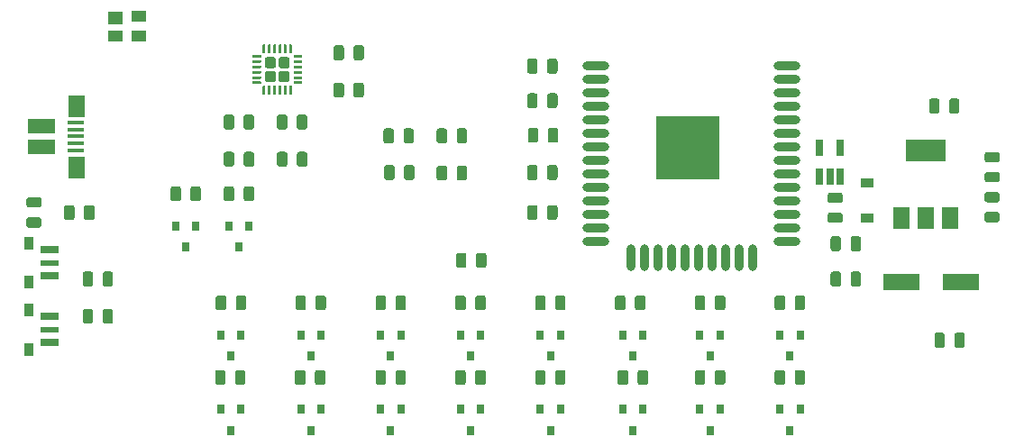
<source format=gbr>
G04 #@! TF.GenerationSoftware,KiCad,Pcbnew,5.1.5*
G04 #@! TF.CreationDate,2020-02-17T18:04:10-05:00*
G04 #@! TF.ProjectId,12V-SmartSwitch,3132562d-536d-4617-9274-537769746368,rev?*
G04 #@! TF.SameCoordinates,Original*
G04 #@! TF.FileFunction,Paste,Top*
G04 #@! TF.FilePolarity,Positive*
%FSLAX46Y46*%
G04 Gerber Fmt 4.6, Leading zero omitted, Abs format (unit mm)*
G04 Created by KiCad (PCBNEW 5.1.5) date 2020-02-17 18:04:10*
%MOMM*%
%LPD*%
G04 APERTURE LIST*
%ADD10C,0.100000*%
%ADD11R,0.650000X1.560000*%
%ADD12R,3.500000X1.600000*%
%ADD13R,1.500000X2.000000*%
%ADD14R,1.650000X0.400000*%
%ADD15R,2.500000X1.430000*%
%ADD16O,2.500000X0.900000*%
%ADD17O,0.900000X2.500000*%
%ADD18R,6.000000X6.000000*%
%ADD19R,1.800000X0.750000*%
%ADD20R,1.800000X0.600000*%
%ADD21R,0.900000X1.300000*%
%ADD22R,1.200000X0.900000*%
%ADD23R,1.400000X1.200000*%
%ADD24R,1.400000X1.000000*%
%ADD25R,3.800000X2.000000*%
%ADD26R,0.800000X0.900000*%
G04 APERTURE END LIST*
D10*
G36*
X156230142Y-117701174D02*
G01*
X156253803Y-117704684D01*
X156277007Y-117710496D01*
X156299529Y-117718554D01*
X156321153Y-117728782D01*
X156341670Y-117741079D01*
X156360883Y-117755329D01*
X156378607Y-117771393D01*
X156394671Y-117789117D01*
X156408921Y-117808330D01*
X156421218Y-117828847D01*
X156431446Y-117850471D01*
X156439504Y-117872993D01*
X156445316Y-117896197D01*
X156448826Y-117919858D01*
X156450000Y-117943750D01*
X156450000Y-118431250D01*
X156448826Y-118455142D01*
X156445316Y-118478803D01*
X156439504Y-118502007D01*
X156431446Y-118524529D01*
X156421218Y-118546153D01*
X156408921Y-118566670D01*
X156394671Y-118585883D01*
X156378607Y-118603607D01*
X156360883Y-118619671D01*
X156341670Y-118633921D01*
X156321153Y-118646218D01*
X156299529Y-118656446D01*
X156277007Y-118664504D01*
X156253803Y-118670316D01*
X156230142Y-118673826D01*
X156206250Y-118675000D01*
X155293750Y-118675000D01*
X155269858Y-118673826D01*
X155246197Y-118670316D01*
X155222993Y-118664504D01*
X155200471Y-118656446D01*
X155178847Y-118646218D01*
X155158330Y-118633921D01*
X155139117Y-118619671D01*
X155121393Y-118603607D01*
X155105329Y-118585883D01*
X155091079Y-118566670D01*
X155078782Y-118546153D01*
X155068554Y-118524529D01*
X155060496Y-118502007D01*
X155054684Y-118478803D01*
X155051174Y-118455142D01*
X155050000Y-118431250D01*
X155050000Y-117943750D01*
X155051174Y-117919858D01*
X155054684Y-117896197D01*
X155060496Y-117872993D01*
X155068554Y-117850471D01*
X155078782Y-117828847D01*
X155091079Y-117808330D01*
X155105329Y-117789117D01*
X155121393Y-117771393D01*
X155139117Y-117755329D01*
X155158330Y-117741079D01*
X155178847Y-117728782D01*
X155200471Y-117718554D01*
X155222993Y-117710496D01*
X155246197Y-117704684D01*
X155269858Y-117701174D01*
X155293750Y-117700000D01*
X156206250Y-117700000D01*
X156230142Y-117701174D01*
G37*
G36*
X156230142Y-115826174D02*
G01*
X156253803Y-115829684D01*
X156277007Y-115835496D01*
X156299529Y-115843554D01*
X156321153Y-115853782D01*
X156341670Y-115866079D01*
X156360883Y-115880329D01*
X156378607Y-115896393D01*
X156394671Y-115914117D01*
X156408921Y-115933330D01*
X156421218Y-115953847D01*
X156431446Y-115975471D01*
X156439504Y-115997993D01*
X156445316Y-116021197D01*
X156448826Y-116044858D01*
X156450000Y-116068750D01*
X156450000Y-116556250D01*
X156448826Y-116580142D01*
X156445316Y-116603803D01*
X156439504Y-116627007D01*
X156431446Y-116649529D01*
X156421218Y-116671153D01*
X156408921Y-116691670D01*
X156394671Y-116710883D01*
X156378607Y-116728607D01*
X156360883Y-116744671D01*
X156341670Y-116758921D01*
X156321153Y-116771218D01*
X156299529Y-116781446D01*
X156277007Y-116789504D01*
X156253803Y-116795316D01*
X156230142Y-116798826D01*
X156206250Y-116800000D01*
X155293750Y-116800000D01*
X155269858Y-116798826D01*
X155246197Y-116795316D01*
X155222993Y-116789504D01*
X155200471Y-116781446D01*
X155178847Y-116771218D01*
X155158330Y-116758921D01*
X155139117Y-116744671D01*
X155121393Y-116728607D01*
X155105329Y-116710883D01*
X155091079Y-116691670D01*
X155078782Y-116671153D01*
X155068554Y-116649529D01*
X155060496Y-116627007D01*
X155054684Y-116603803D01*
X155051174Y-116580142D01*
X155050000Y-116556250D01*
X155050000Y-116068750D01*
X155051174Y-116044858D01*
X155054684Y-116021197D01*
X155060496Y-115997993D01*
X155068554Y-115975471D01*
X155078782Y-115953847D01*
X155091079Y-115933330D01*
X155105329Y-115914117D01*
X155121393Y-115896393D01*
X155139117Y-115880329D01*
X155158330Y-115866079D01*
X155178847Y-115853782D01*
X155200471Y-115843554D01*
X155222993Y-115835496D01*
X155246197Y-115829684D01*
X155269858Y-115826174D01*
X155293750Y-115825000D01*
X156206250Y-115825000D01*
X156230142Y-115826174D01*
G37*
G36*
X156230142Y-119576174D02*
G01*
X156253803Y-119579684D01*
X156277007Y-119585496D01*
X156299529Y-119593554D01*
X156321153Y-119603782D01*
X156341670Y-119616079D01*
X156360883Y-119630329D01*
X156378607Y-119646393D01*
X156394671Y-119664117D01*
X156408921Y-119683330D01*
X156421218Y-119703847D01*
X156431446Y-119725471D01*
X156439504Y-119747993D01*
X156445316Y-119771197D01*
X156448826Y-119794858D01*
X156450000Y-119818750D01*
X156450000Y-120306250D01*
X156448826Y-120330142D01*
X156445316Y-120353803D01*
X156439504Y-120377007D01*
X156431446Y-120399529D01*
X156421218Y-120421153D01*
X156408921Y-120441670D01*
X156394671Y-120460883D01*
X156378607Y-120478607D01*
X156360883Y-120494671D01*
X156341670Y-120508921D01*
X156321153Y-120521218D01*
X156299529Y-120531446D01*
X156277007Y-120539504D01*
X156253803Y-120545316D01*
X156230142Y-120548826D01*
X156206250Y-120550000D01*
X155293750Y-120550000D01*
X155269858Y-120548826D01*
X155246197Y-120545316D01*
X155222993Y-120539504D01*
X155200471Y-120531446D01*
X155178847Y-120521218D01*
X155158330Y-120508921D01*
X155139117Y-120494671D01*
X155121393Y-120478607D01*
X155105329Y-120460883D01*
X155091079Y-120441670D01*
X155078782Y-120421153D01*
X155068554Y-120399529D01*
X155060496Y-120377007D01*
X155054684Y-120353803D01*
X155051174Y-120330142D01*
X155050000Y-120306250D01*
X155050000Y-119818750D01*
X155051174Y-119794858D01*
X155054684Y-119771197D01*
X155060496Y-119747993D01*
X155068554Y-119725471D01*
X155078782Y-119703847D01*
X155091079Y-119683330D01*
X155105329Y-119664117D01*
X155121393Y-119646393D01*
X155139117Y-119630329D01*
X155158330Y-119616079D01*
X155178847Y-119603782D01*
X155200471Y-119593554D01*
X155222993Y-119585496D01*
X155246197Y-119579684D01*
X155269858Y-119576174D01*
X155293750Y-119575000D01*
X156206250Y-119575000D01*
X156230142Y-119576174D01*
G37*
G36*
X156230142Y-121451174D02*
G01*
X156253803Y-121454684D01*
X156277007Y-121460496D01*
X156299529Y-121468554D01*
X156321153Y-121478782D01*
X156341670Y-121491079D01*
X156360883Y-121505329D01*
X156378607Y-121521393D01*
X156394671Y-121539117D01*
X156408921Y-121558330D01*
X156421218Y-121578847D01*
X156431446Y-121600471D01*
X156439504Y-121622993D01*
X156445316Y-121646197D01*
X156448826Y-121669858D01*
X156450000Y-121693750D01*
X156450000Y-122181250D01*
X156448826Y-122205142D01*
X156445316Y-122228803D01*
X156439504Y-122252007D01*
X156431446Y-122274529D01*
X156421218Y-122296153D01*
X156408921Y-122316670D01*
X156394671Y-122335883D01*
X156378607Y-122353607D01*
X156360883Y-122369671D01*
X156341670Y-122383921D01*
X156321153Y-122396218D01*
X156299529Y-122406446D01*
X156277007Y-122414504D01*
X156253803Y-122420316D01*
X156230142Y-122423826D01*
X156206250Y-122425000D01*
X155293750Y-122425000D01*
X155269858Y-122423826D01*
X155246197Y-122420316D01*
X155222993Y-122414504D01*
X155200471Y-122406446D01*
X155178847Y-122396218D01*
X155158330Y-122383921D01*
X155139117Y-122369671D01*
X155121393Y-122353607D01*
X155105329Y-122335883D01*
X155091079Y-122316670D01*
X155078782Y-122296153D01*
X155068554Y-122274529D01*
X155060496Y-122252007D01*
X155054684Y-122228803D01*
X155051174Y-122205142D01*
X155050000Y-122181250D01*
X155050000Y-121693750D01*
X155051174Y-121669858D01*
X155054684Y-121646197D01*
X155060496Y-121622993D01*
X155068554Y-121600471D01*
X155078782Y-121578847D01*
X155091079Y-121558330D01*
X155105329Y-121539117D01*
X155121393Y-121521393D01*
X155139117Y-121505329D01*
X155158330Y-121491079D01*
X155178847Y-121478782D01*
X155200471Y-121468554D01*
X155222993Y-121460496D01*
X155246197Y-121454684D01*
X155269858Y-121451174D01*
X155293750Y-121450000D01*
X156206250Y-121450000D01*
X156230142Y-121451174D01*
G37*
D11*
X139550000Y-115400000D03*
X141450000Y-115400000D03*
X141450000Y-118100000D03*
X140500000Y-118100000D03*
X139550000Y-118100000D03*
D10*
G36*
X141480142Y-121513674D02*
G01*
X141503803Y-121517184D01*
X141527007Y-121522996D01*
X141549529Y-121531054D01*
X141571153Y-121541282D01*
X141591670Y-121553579D01*
X141610883Y-121567829D01*
X141628607Y-121583893D01*
X141644671Y-121601617D01*
X141658921Y-121620830D01*
X141671218Y-121641347D01*
X141681446Y-121662971D01*
X141689504Y-121685493D01*
X141695316Y-121708697D01*
X141698826Y-121732358D01*
X141700000Y-121756250D01*
X141700000Y-122243750D01*
X141698826Y-122267642D01*
X141695316Y-122291303D01*
X141689504Y-122314507D01*
X141681446Y-122337029D01*
X141671218Y-122358653D01*
X141658921Y-122379170D01*
X141644671Y-122398383D01*
X141628607Y-122416107D01*
X141610883Y-122432171D01*
X141591670Y-122446421D01*
X141571153Y-122458718D01*
X141549529Y-122468946D01*
X141527007Y-122477004D01*
X141503803Y-122482816D01*
X141480142Y-122486326D01*
X141456250Y-122487500D01*
X140543750Y-122487500D01*
X140519858Y-122486326D01*
X140496197Y-122482816D01*
X140472993Y-122477004D01*
X140450471Y-122468946D01*
X140428847Y-122458718D01*
X140408330Y-122446421D01*
X140389117Y-122432171D01*
X140371393Y-122416107D01*
X140355329Y-122398383D01*
X140341079Y-122379170D01*
X140328782Y-122358653D01*
X140318554Y-122337029D01*
X140310496Y-122314507D01*
X140304684Y-122291303D01*
X140301174Y-122267642D01*
X140300000Y-122243750D01*
X140300000Y-121756250D01*
X140301174Y-121732358D01*
X140304684Y-121708697D01*
X140310496Y-121685493D01*
X140318554Y-121662971D01*
X140328782Y-121641347D01*
X140341079Y-121620830D01*
X140355329Y-121601617D01*
X140371393Y-121583893D01*
X140389117Y-121567829D01*
X140408330Y-121553579D01*
X140428847Y-121541282D01*
X140450471Y-121531054D01*
X140472993Y-121522996D01*
X140496197Y-121517184D01*
X140519858Y-121513674D01*
X140543750Y-121512500D01*
X141456250Y-121512500D01*
X141480142Y-121513674D01*
G37*
G36*
X141480142Y-119638674D02*
G01*
X141503803Y-119642184D01*
X141527007Y-119647996D01*
X141549529Y-119656054D01*
X141571153Y-119666282D01*
X141591670Y-119678579D01*
X141610883Y-119692829D01*
X141628607Y-119708893D01*
X141644671Y-119726617D01*
X141658921Y-119745830D01*
X141671218Y-119766347D01*
X141681446Y-119787971D01*
X141689504Y-119810493D01*
X141695316Y-119833697D01*
X141698826Y-119857358D01*
X141700000Y-119881250D01*
X141700000Y-120368750D01*
X141698826Y-120392642D01*
X141695316Y-120416303D01*
X141689504Y-120439507D01*
X141681446Y-120462029D01*
X141671218Y-120483653D01*
X141658921Y-120504170D01*
X141644671Y-120523383D01*
X141628607Y-120541107D01*
X141610883Y-120557171D01*
X141591670Y-120571421D01*
X141571153Y-120583718D01*
X141549529Y-120593946D01*
X141527007Y-120602004D01*
X141503803Y-120607816D01*
X141480142Y-120611326D01*
X141456250Y-120612500D01*
X140543750Y-120612500D01*
X140519858Y-120611326D01*
X140496197Y-120607816D01*
X140472993Y-120602004D01*
X140450471Y-120593946D01*
X140428847Y-120583718D01*
X140408330Y-120571421D01*
X140389117Y-120557171D01*
X140371393Y-120541107D01*
X140355329Y-120523383D01*
X140341079Y-120504170D01*
X140328782Y-120483653D01*
X140318554Y-120462029D01*
X140310496Y-120439507D01*
X140304684Y-120416303D01*
X140301174Y-120392642D01*
X140300000Y-120368750D01*
X140300000Y-119881250D01*
X140301174Y-119857358D01*
X140304684Y-119833697D01*
X140310496Y-119810493D01*
X140318554Y-119787971D01*
X140328782Y-119766347D01*
X140341079Y-119745830D01*
X140355329Y-119726617D01*
X140371393Y-119708893D01*
X140389117Y-119692829D01*
X140408330Y-119678579D01*
X140428847Y-119666282D01*
X140450471Y-119656054D01*
X140472993Y-119647996D01*
X140496197Y-119642184D01*
X140519858Y-119638674D01*
X140543750Y-119637500D01*
X141456250Y-119637500D01*
X141480142Y-119638674D01*
G37*
G36*
X108017642Y-125301174D02*
G01*
X108041303Y-125304684D01*
X108064507Y-125310496D01*
X108087029Y-125318554D01*
X108108653Y-125328782D01*
X108129170Y-125341079D01*
X108148383Y-125355329D01*
X108166107Y-125371393D01*
X108182171Y-125389117D01*
X108196421Y-125408330D01*
X108208718Y-125428847D01*
X108218946Y-125450471D01*
X108227004Y-125472993D01*
X108232816Y-125496197D01*
X108236326Y-125519858D01*
X108237500Y-125543750D01*
X108237500Y-126456250D01*
X108236326Y-126480142D01*
X108232816Y-126503803D01*
X108227004Y-126527007D01*
X108218946Y-126549529D01*
X108208718Y-126571153D01*
X108196421Y-126591670D01*
X108182171Y-126610883D01*
X108166107Y-126628607D01*
X108148383Y-126644671D01*
X108129170Y-126658921D01*
X108108653Y-126671218D01*
X108087029Y-126681446D01*
X108064507Y-126689504D01*
X108041303Y-126695316D01*
X108017642Y-126698826D01*
X107993750Y-126700000D01*
X107506250Y-126700000D01*
X107482358Y-126698826D01*
X107458697Y-126695316D01*
X107435493Y-126689504D01*
X107412971Y-126681446D01*
X107391347Y-126671218D01*
X107370830Y-126658921D01*
X107351617Y-126644671D01*
X107333893Y-126628607D01*
X107317829Y-126610883D01*
X107303579Y-126591670D01*
X107291282Y-126571153D01*
X107281054Y-126549529D01*
X107272996Y-126527007D01*
X107267184Y-126503803D01*
X107263674Y-126480142D01*
X107262500Y-126456250D01*
X107262500Y-125543750D01*
X107263674Y-125519858D01*
X107267184Y-125496197D01*
X107272996Y-125472993D01*
X107281054Y-125450471D01*
X107291282Y-125428847D01*
X107303579Y-125408330D01*
X107317829Y-125389117D01*
X107333893Y-125371393D01*
X107351617Y-125355329D01*
X107370830Y-125341079D01*
X107391347Y-125328782D01*
X107412971Y-125318554D01*
X107435493Y-125310496D01*
X107458697Y-125304684D01*
X107482358Y-125301174D01*
X107506250Y-125300000D01*
X107993750Y-125300000D01*
X108017642Y-125301174D01*
G37*
G36*
X106142642Y-125301174D02*
G01*
X106166303Y-125304684D01*
X106189507Y-125310496D01*
X106212029Y-125318554D01*
X106233653Y-125328782D01*
X106254170Y-125341079D01*
X106273383Y-125355329D01*
X106291107Y-125371393D01*
X106307171Y-125389117D01*
X106321421Y-125408330D01*
X106333718Y-125428847D01*
X106343946Y-125450471D01*
X106352004Y-125472993D01*
X106357816Y-125496197D01*
X106361326Y-125519858D01*
X106362500Y-125543750D01*
X106362500Y-126456250D01*
X106361326Y-126480142D01*
X106357816Y-126503803D01*
X106352004Y-126527007D01*
X106343946Y-126549529D01*
X106333718Y-126571153D01*
X106321421Y-126591670D01*
X106307171Y-126610883D01*
X106291107Y-126628607D01*
X106273383Y-126644671D01*
X106254170Y-126658921D01*
X106233653Y-126671218D01*
X106212029Y-126681446D01*
X106189507Y-126689504D01*
X106166303Y-126695316D01*
X106142642Y-126698826D01*
X106118750Y-126700000D01*
X105631250Y-126700000D01*
X105607358Y-126698826D01*
X105583697Y-126695316D01*
X105560493Y-126689504D01*
X105537971Y-126681446D01*
X105516347Y-126671218D01*
X105495830Y-126658921D01*
X105476617Y-126644671D01*
X105458893Y-126628607D01*
X105442829Y-126610883D01*
X105428579Y-126591670D01*
X105416282Y-126571153D01*
X105406054Y-126549529D01*
X105397996Y-126527007D01*
X105392184Y-126503803D01*
X105388674Y-126480142D01*
X105387500Y-126456250D01*
X105387500Y-125543750D01*
X105388674Y-125519858D01*
X105392184Y-125496197D01*
X105397996Y-125472993D01*
X105406054Y-125450471D01*
X105416282Y-125428847D01*
X105428579Y-125408330D01*
X105442829Y-125389117D01*
X105458893Y-125371393D01*
X105476617Y-125355329D01*
X105495830Y-125341079D01*
X105516347Y-125328782D01*
X105537971Y-125318554D01*
X105560493Y-125310496D01*
X105583697Y-125304684D01*
X105607358Y-125301174D01*
X105631250Y-125300000D01*
X106118750Y-125300000D01*
X106142642Y-125301174D01*
G37*
G36*
X143205142Y-127051174D02*
G01*
X143228803Y-127054684D01*
X143252007Y-127060496D01*
X143274529Y-127068554D01*
X143296153Y-127078782D01*
X143316670Y-127091079D01*
X143335883Y-127105329D01*
X143353607Y-127121393D01*
X143369671Y-127139117D01*
X143383921Y-127158330D01*
X143396218Y-127178847D01*
X143406446Y-127200471D01*
X143414504Y-127222993D01*
X143420316Y-127246197D01*
X143423826Y-127269858D01*
X143425000Y-127293750D01*
X143425000Y-128206250D01*
X143423826Y-128230142D01*
X143420316Y-128253803D01*
X143414504Y-128277007D01*
X143406446Y-128299529D01*
X143396218Y-128321153D01*
X143383921Y-128341670D01*
X143369671Y-128360883D01*
X143353607Y-128378607D01*
X143335883Y-128394671D01*
X143316670Y-128408921D01*
X143296153Y-128421218D01*
X143274529Y-128431446D01*
X143252007Y-128439504D01*
X143228803Y-128445316D01*
X143205142Y-128448826D01*
X143181250Y-128450000D01*
X142693750Y-128450000D01*
X142669858Y-128448826D01*
X142646197Y-128445316D01*
X142622993Y-128439504D01*
X142600471Y-128431446D01*
X142578847Y-128421218D01*
X142558330Y-128408921D01*
X142539117Y-128394671D01*
X142521393Y-128378607D01*
X142505329Y-128360883D01*
X142491079Y-128341670D01*
X142478782Y-128321153D01*
X142468554Y-128299529D01*
X142460496Y-128277007D01*
X142454684Y-128253803D01*
X142451174Y-128230142D01*
X142450000Y-128206250D01*
X142450000Y-127293750D01*
X142451174Y-127269858D01*
X142454684Y-127246197D01*
X142460496Y-127222993D01*
X142468554Y-127200471D01*
X142478782Y-127178847D01*
X142491079Y-127158330D01*
X142505329Y-127139117D01*
X142521393Y-127121393D01*
X142539117Y-127105329D01*
X142558330Y-127091079D01*
X142578847Y-127078782D01*
X142600471Y-127068554D01*
X142622993Y-127060496D01*
X142646197Y-127054684D01*
X142669858Y-127051174D01*
X142693750Y-127050000D01*
X143181250Y-127050000D01*
X143205142Y-127051174D01*
G37*
G36*
X141330142Y-127051174D02*
G01*
X141353803Y-127054684D01*
X141377007Y-127060496D01*
X141399529Y-127068554D01*
X141421153Y-127078782D01*
X141441670Y-127091079D01*
X141460883Y-127105329D01*
X141478607Y-127121393D01*
X141494671Y-127139117D01*
X141508921Y-127158330D01*
X141521218Y-127178847D01*
X141531446Y-127200471D01*
X141539504Y-127222993D01*
X141545316Y-127246197D01*
X141548826Y-127269858D01*
X141550000Y-127293750D01*
X141550000Y-128206250D01*
X141548826Y-128230142D01*
X141545316Y-128253803D01*
X141539504Y-128277007D01*
X141531446Y-128299529D01*
X141521218Y-128321153D01*
X141508921Y-128341670D01*
X141494671Y-128360883D01*
X141478607Y-128378607D01*
X141460883Y-128394671D01*
X141441670Y-128408921D01*
X141421153Y-128421218D01*
X141399529Y-128431446D01*
X141377007Y-128439504D01*
X141353803Y-128445316D01*
X141330142Y-128448826D01*
X141306250Y-128450000D01*
X140818750Y-128450000D01*
X140794858Y-128448826D01*
X140771197Y-128445316D01*
X140747993Y-128439504D01*
X140725471Y-128431446D01*
X140703847Y-128421218D01*
X140683330Y-128408921D01*
X140664117Y-128394671D01*
X140646393Y-128378607D01*
X140630329Y-128360883D01*
X140616079Y-128341670D01*
X140603782Y-128321153D01*
X140593554Y-128299529D01*
X140585496Y-128277007D01*
X140579684Y-128253803D01*
X140576174Y-128230142D01*
X140575000Y-128206250D01*
X140575000Y-127293750D01*
X140576174Y-127269858D01*
X140579684Y-127246197D01*
X140585496Y-127222993D01*
X140593554Y-127200471D01*
X140603782Y-127178847D01*
X140616079Y-127158330D01*
X140630329Y-127139117D01*
X140646393Y-127121393D01*
X140664117Y-127105329D01*
X140683330Y-127091079D01*
X140703847Y-127078782D01*
X140725471Y-127068554D01*
X140747993Y-127060496D01*
X140771197Y-127054684D01*
X140794858Y-127051174D01*
X140818750Y-127050000D01*
X141306250Y-127050000D01*
X141330142Y-127051174D01*
G37*
G36*
X143205142Y-123738674D02*
G01*
X143228803Y-123742184D01*
X143252007Y-123747996D01*
X143274529Y-123756054D01*
X143296153Y-123766282D01*
X143316670Y-123778579D01*
X143335883Y-123792829D01*
X143353607Y-123808893D01*
X143369671Y-123826617D01*
X143383921Y-123845830D01*
X143396218Y-123866347D01*
X143406446Y-123887971D01*
X143414504Y-123910493D01*
X143420316Y-123933697D01*
X143423826Y-123957358D01*
X143425000Y-123981250D01*
X143425000Y-124893750D01*
X143423826Y-124917642D01*
X143420316Y-124941303D01*
X143414504Y-124964507D01*
X143406446Y-124987029D01*
X143396218Y-125008653D01*
X143383921Y-125029170D01*
X143369671Y-125048383D01*
X143353607Y-125066107D01*
X143335883Y-125082171D01*
X143316670Y-125096421D01*
X143296153Y-125108718D01*
X143274529Y-125118946D01*
X143252007Y-125127004D01*
X143228803Y-125132816D01*
X143205142Y-125136326D01*
X143181250Y-125137500D01*
X142693750Y-125137500D01*
X142669858Y-125136326D01*
X142646197Y-125132816D01*
X142622993Y-125127004D01*
X142600471Y-125118946D01*
X142578847Y-125108718D01*
X142558330Y-125096421D01*
X142539117Y-125082171D01*
X142521393Y-125066107D01*
X142505329Y-125048383D01*
X142491079Y-125029170D01*
X142478782Y-125008653D01*
X142468554Y-124987029D01*
X142460496Y-124964507D01*
X142454684Y-124941303D01*
X142451174Y-124917642D01*
X142450000Y-124893750D01*
X142450000Y-123981250D01*
X142451174Y-123957358D01*
X142454684Y-123933697D01*
X142460496Y-123910493D01*
X142468554Y-123887971D01*
X142478782Y-123866347D01*
X142491079Y-123845830D01*
X142505329Y-123826617D01*
X142521393Y-123808893D01*
X142539117Y-123792829D01*
X142558330Y-123778579D01*
X142578847Y-123766282D01*
X142600471Y-123756054D01*
X142622993Y-123747996D01*
X142646197Y-123742184D01*
X142669858Y-123738674D01*
X142693750Y-123737500D01*
X143181250Y-123737500D01*
X143205142Y-123738674D01*
G37*
G36*
X141330142Y-123738674D02*
G01*
X141353803Y-123742184D01*
X141377007Y-123747996D01*
X141399529Y-123756054D01*
X141421153Y-123766282D01*
X141441670Y-123778579D01*
X141460883Y-123792829D01*
X141478607Y-123808893D01*
X141494671Y-123826617D01*
X141508921Y-123845830D01*
X141521218Y-123866347D01*
X141531446Y-123887971D01*
X141539504Y-123910493D01*
X141545316Y-123933697D01*
X141548826Y-123957358D01*
X141550000Y-123981250D01*
X141550000Y-124893750D01*
X141548826Y-124917642D01*
X141545316Y-124941303D01*
X141539504Y-124964507D01*
X141531446Y-124987029D01*
X141521218Y-125008653D01*
X141508921Y-125029170D01*
X141494671Y-125048383D01*
X141478607Y-125066107D01*
X141460883Y-125082171D01*
X141441670Y-125096421D01*
X141421153Y-125108718D01*
X141399529Y-125118946D01*
X141377007Y-125127004D01*
X141353803Y-125132816D01*
X141330142Y-125136326D01*
X141306250Y-125137500D01*
X140818750Y-125137500D01*
X140794858Y-125136326D01*
X140771197Y-125132816D01*
X140747993Y-125127004D01*
X140725471Y-125118946D01*
X140703847Y-125108718D01*
X140683330Y-125096421D01*
X140664117Y-125082171D01*
X140646393Y-125066107D01*
X140630329Y-125048383D01*
X140616079Y-125029170D01*
X140603782Y-125008653D01*
X140593554Y-124987029D01*
X140585496Y-124964507D01*
X140579684Y-124941303D01*
X140576174Y-124917642D01*
X140575000Y-124893750D01*
X140575000Y-123981250D01*
X140576174Y-123957358D01*
X140579684Y-123933697D01*
X140585496Y-123910493D01*
X140593554Y-123887971D01*
X140603782Y-123866347D01*
X140616079Y-123845830D01*
X140630329Y-123826617D01*
X140646393Y-123808893D01*
X140664117Y-123792829D01*
X140683330Y-123778579D01*
X140703847Y-123766282D01*
X140725471Y-123756054D01*
X140747993Y-123747996D01*
X140771197Y-123742184D01*
X140794858Y-123738674D01*
X140818750Y-123737500D01*
X141306250Y-123737500D01*
X141330142Y-123738674D01*
G37*
G36*
X114705142Y-107051174D02*
G01*
X114728803Y-107054684D01*
X114752007Y-107060496D01*
X114774529Y-107068554D01*
X114796153Y-107078782D01*
X114816670Y-107091079D01*
X114835883Y-107105329D01*
X114853607Y-107121393D01*
X114869671Y-107139117D01*
X114883921Y-107158330D01*
X114896218Y-107178847D01*
X114906446Y-107200471D01*
X114914504Y-107222993D01*
X114920316Y-107246197D01*
X114923826Y-107269858D01*
X114925000Y-107293750D01*
X114925000Y-108206250D01*
X114923826Y-108230142D01*
X114920316Y-108253803D01*
X114914504Y-108277007D01*
X114906446Y-108299529D01*
X114896218Y-108321153D01*
X114883921Y-108341670D01*
X114869671Y-108360883D01*
X114853607Y-108378607D01*
X114835883Y-108394671D01*
X114816670Y-108408921D01*
X114796153Y-108421218D01*
X114774529Y-108431446D01*
X114752007Y-108439504D01*
X114728803Y-108445316D01*
X114705142Y-108448826D01*
X114681250Y-108450000D01*
X114193750Y-108450000D01*
X114169858Y-108448826D01*
X114146197Y-108445316D01*
X114122993Y-108439504D01*
X114100471Y-108431446D01*
X114078847Y-108421218D01*
X114058330Y-108408921D01*
X114039117Y-108394671D01*
X114021393Y-108378607D01*
X114005329Y-108360883D01*
X113991079Y-108341670D01*
X113978782Y-108321153D01*
X113968554Y-108299529D01*
X113960496Y-108277007D01*
X113954684Y-108253803D01*
X113951174Y-108230142D01*
X113950000Y-108206250D01*
X113950000Y-107293750D01*
X113951174Y-107269858D01*
X113954684Y-107246197D01*
X113960496Y-107222993D01*
X113968554Y-107200471D01*
X113978782Y-107178847D01*
X113991079Y-107158330D01*
X114005329Y-107139117D01*
X114021393Y-107121393D01*
X114039117Y-107105329D01*
X114058330Y-107091079D01*
X114078847Y-107078782D01*
X114100471Y-107068554D01*
X114122993Y-107060496D01*
X114146197Y-107054684D01*
X114169858Y-107051174D01*
X114193750Y-107050000D01*
X114681250Y-107050000D01*
X114705142Y-107051174D01*
G37*
G36*
X112830142Y-107051174D02*
G01*
X112853803Y-107054684D01*
X112877007Y-107060496D01*
X112899529Y-107068554D01*
X112921153Y-107078782D01*
X112941670Y-107091079D01*
X112960883Y-107105329D01*
X112978607Y-107121393D01*
X112994671Y-107139117D01*
X113008921Y-107158330D01*
X113021218Y-107178847D01*
X113031446Y-107200471D01*
X113039504Y-107222993D01*
X113045316Y-107246197D01*
X113048826Y-107269858D01*
X113050000Y-107293750D01*
X113050000Y-108206250D01*
X113048826Y-108230142D01*
X113045316Y-108253803D01*
X113039504Y-108277007D01*
X113031446Y-108299529D01*
X113021218Y-108321153D01*
X113008921Y-108341670D01*
X112994671Y-108360883D01*
X112978607Y-108378607D01*
X112960883Y-108394671D01*
X112941670Y-108408921D01*
X112921153Y-108421218D01*
X112899529Y-108431446D01*
X112877007Y-108439504D01*
X112853803Y-108445316D01*
X112830142Y-108448826D01*
X112806250Y-108450000D01*
X112318750Y-108450000D01*
X112294858Y-108448826D01*
X112271197Y-108445316D01*
X112247993Y-108439504D01*
X112225471Y-108431446D01*
X112203847Y-108421218D01*
X112183330Y-108408921D01*
X112164117Y-108394671D01*
X112146393Y-108378607D01*
X112130329Y-108360883D01*
X112116079Y-108341670D01*
X112103782Y-108321153D01*
X112093554Y-108299529D01*
X112085496Y-108277007D01*
X112079684Y-108253803D01*
X112076174Y-108230142D01*
X112075000Y-108206250D01*
X112075000Y-107293750D01*
X112076174Y-107269858D01*
X112079684Y-107246197D01*
X112085496Y-107222993D01*
X112093554Y-107200471D01*
X112103782Y-107178847D01*
X112116079Y-107158330D01*
X112130329Y-107139117D01*
X112146393Y-107121393D01*
X112164117Y-107105329D01*
X112183330Y-107091079D01*
X112203847Y-107078782D01*
X112225471Y-107068554D01*
X112247993Y-107060496D01*
X112271197Y-107054684D01*
X112294858Y-107051174D01*
X112318750Y-107050000D01*
X112806250Y-107050000D01*
X112830142Y-107051174D01*
G37*
D12*
X152800000Y-128000000D03*
X147200000Y-128000000D03*
D10*
G36*
X96517642Y-105801174D02*
G01*
X96541303Y-105804684D01*
X96564507Y-105810496D01*
X96587029Y-105818554D01*
X96608653Y-105828782D01*
X96629170Y-105841079D01*
X96648383Y-105855329D01*
X96666107Y-105871393D01*
X96682171Y-105889117D01*
X96696421Y-105908330D01*
X96708718Y-105928847D01*
X96718946Y-105950471D01*
X96727004Y-105972993D01*
X96732816Y-105996197D01*
X96736326Y-106019858D01*
X96737500Y-106043750D01*
X96737500Y-106956250D01*
X96736326Y-106980142D01*
X96732816Y-107003803D01*
X96727004Y-107027007D01*
X96718946Y-107049529D01*
X96708718Y-107071153D01*
X96696421Y-107091670D01*
X96682171Y-107110883D01*
X96666107Y-107128607D01*
X96648383Y-107144671D01*
X96629170Y-107158921D01*
X96608653Y-107171218D01*
X96587029Y-107181446D01*
X96564507Y-107189504D01*
X96541303Y-107195316D01*
X96517642Y-107198826D01*
X96493750Y-107200000D01*
X96006250Y-107200000D01*
X95982358Y-107198826D01*
X95958697Y-107195316D01*
X95935493Y-107189504D01*
X95912971Y-107181446D01*
X95891347Y-107171218D01*
X95870830Y-107158921D01*
X95851617Y-107144671D01*
X95833893Y-107128607D01*
X95817829Y-107110883D01*
X95803579Y-107091670D01*
X95791282Y-107071153D01*
X95781054Y-107049529D01*
X95772996Y-107027007D01*
X95767184Y-107003803D01*
X95763674Y-106980142D01*
X95762500Y-106956250D01*
X95762500Y-106043750D01*
X95763674Y-106019858D01*
X95767184Y-105996197D01*
X95772996Y-105972993D01*
X95781054Y-105950471D01*
X95791282Y-105928847D01*
X95803579Y-105908330D01*
X95817829Y-105889117D01*
X95833893Y-105871393D01*
X95851617Y-105855329D01*
X95870830Y-105841079D01*
X95891347Y-105828782D01*
X95912971Y-105818554D01*
X95935493Y-105810496D01*
X95958697Y-105804684D01*
X95982358Y-105801174D01*
X96006250Y-105800000D01*
X96493750Y-105800000D01*
X96517642Y-105801174D01*
G37*
G36*
X94642642Y-105801174D02*
G01*
X94666303Y-105804684D01*
X94689507Y-105810496D01*
X94712029Y-105818554D01*
X94733653Y-105828782D01*
X94754170Y-105841079D01*
X94773383Y-105855329D01*
X94791107Y-105871393D01*
X94807171Y-105889117D01*
X94821421Y-105908330D01*
X94833718Y-105928847D01*
X94843946Y-105950471D01*
X94852004Y-105972993D01*
X94857816Y-105996197D01*
X94861326Y-106019858D01*
X94862500Y-106043750D01*
X94862500Y-106956250D01*
X94861326Y-106980142D01*
X94857816Y-107003803D01*
X94852004Y-107027007D01*
X94843946Y-107049529D01*
X94833718Y-107071153D01*
X94821421Y-107091670D01*
X94807171Y-107110883D01*
X94791107Y-107128607D01*
X94773383Y-107144671D01*
X94754170Y-107158921D01*
X94733653Y-107171218D01*
X94712029Y-107181446D01*
X94689507Y-107189504D01*
X94666303Y-107195316D01*
X94642642Y-107198826D01*
X94618750Y-107200000D01*
X94131250Y-107200000D01*
X94107358Y-107198826D01*
X94083697Y-107195316D01*
X94060493Y-107189504D01*
X94037971Y-107181446D01*
X94016347Y-107171218D01*
X93995830Y-107158921D01*
X93976617Y-107144671D01*
X93958893Y-107128607D01*
X93942829Y-107110883D01*
X93928579Y-107091670D01*
X93916282Y-107071153D01*
X93906054Y-107049529D01*
X93897996Y-107027007D01*
X93892184Y-107003803D01*
X93888674Y-106980142D01*
X93887500Y-106956250D01*
X93887500Y-106043750D01*
X93888674Y-106019858D01*
X93892184Y-105996197D01*
X93897996Y-105972993D01*
X93906054Y-105950471D01*
X93916282Y-105928847D01*
X93928579Y-105908330D01*
X93942829Y-105889117D01*
X93958893Y-105871393D01*
X93976617Y-105855329D01*
X93995830Y-105841079D01*
X94016347Y-105828782D01*
X94037971Y-105818554D01*
X94060493Y-105810496D01*
X94083697Y-105804684D01*
X94107358Y-105801174D01*
X94131250Y-105800000D01*
X94618750Y-105800000D01*
X94642642Y-105801174D01*
G37*
D13*
X69730000Y-111500000D03*
X69750000Y-117250000D03*
D14*
X69630000Y-113050000D03*
X69630000Y-113700000D03*
X69630000Y-114350000D03*
X69630000Y-115000000D03*
X69630000Y-115650000D03*
D15*
X66480000Y-113390000D03*
X66480000Y-115310000D03*
D16*
X136500000Y-107750000D03*
X136500000Y-109020000D03*
X136500000Y-110290000D03*
X136500000Y-111560000D03*
X136500000Y-112830000D03*
X136500000Y-114100000D03*
X136500000Y-115370000D03*
X136500000Y-116640000D03*
X136500000Y-117910000D03*
X136500000Y-119180000D03*
X136500000Y-120450000D03*
X136500000Y-121720000D03*
X136500000Y-122990000D03*
X136500000Y-124260000D03*
D17*
X133215000Y-125750000D03*
X131945000Y-125750000D03*
X130675000Y-125750000D03*
X129405000Y-125750000D03*
X128135000Y-125750000D03*
X126865000Y-125750000D03*
X125595000Y-125750000D03*
X124325000Y-125750000D03*
X123055000Y-125750000D03*
X121785000Y-125750000D03*
D16*
X118500000Y-124260000D03*
X118500000Y-122990000D03*
X118500000Y-121720000D03*
X118500000Y-120450000D03*
X118500000Y-119180000D03*
X118500000Y-117910000D03*
X118500000Y-116640000D03*
X118500000Y-115370000D03*
X118500000Y-114100000D03*
X118500000Y-112830000D03*
X118500000Y-111560000D03*
X118500000Y-110290000D03*
X118500000Y-109020000D03*
X118500000Y-107750000D03*
D18*
X127200000Y-115450000D03*
D19*
X67250000Y-125000000D03*
D20*
X67250000Y-126225000D03*
D19*
X67250000Y-127450000D03*
D21*
X65300000Y-128075000D03*
X65300000Y-124375000D03*
X65300000Y-130650000D03*
X65300000Y-134350000D03*
D19*
X67250000Y-133725000D03*
D20*
X67250000Y-132500000D03*
D19*
X67250000Y-131275000D03*
D10*
G36*
X89330142Y-112301174D02*
G01*
X89353803Y-112304684D01*
X89377007Y-112310496D01*
X89399529Y-112318554D01*
X89421153Y-112328782D01*
X89441670Y-112341079D01*
X89460883Y-112355329D01*
X89478607Y-112371393D01*
X89494671Y-112389117D01*
X89508921Y-112408330D01*
X89521218Y-112428847D01*
X89531446Y-112450471D01*
X89539504Y-112472993D01*
X89545316Y-112496197D01*
X89548826Y-112519858D01*
X89550000Y-112543750D01*
X89550000Y-113456250D01*
X89548826Y-113480142D01*
X89545316Y-113503803D01*
X89539504Y-113527007D01*
X89531446Y-113549529D01*
X89521218Y-113571153D01*
X89508921Y-113591670D01*
X89494671Y-113610883D01*
X89478607Y-113628607D01*
X89460883Y-113644671D01*
X89441670Y-113658921D01*
X89421153Y-113671218D01*
X89399529Y-113681446D01*
X89377007Y-113689504D01*
X89353803Y-113695316D01*
X89330142Y-113698826D01*
X89306250Y-113700000D01*
X88818750Y-113700000D01*
X88794858Y-113698826D01*
X88771197Y-113695316D01*
X88747993Y-113689504D01*
X88725471Y-113681446D01*
X88703847Y-113671218D01*
X88683330Y-113658921D01*
X88664117Y-113644671D01*
X88646393Y-113628607D01*
X88630329Y-113610883D01*
X88616079Y-113591670D01*
X88603782Y-113571153D01*
X88593554Y-113549529D01*
X88585496Y-113527007D01*
X88579684Y-113503803D01*
X88576174Y-113480142D01*
X88575000Y-113456250D01*
X88575000Y-112543750D01*
X88576174Y-112519858D01*
X88579684Y-112496197D01*
X88585496Y-112472993D01*
X88593554Y-112450471D01*
X88603782Y-112428847D01*
X88616079Y-112408330D01*
X88630329Y-112389117D01*
X88646393Y-112371393D01*
X88664117Y-112355329D01*
X88683330Y-112341079D01*
X88703847Y-112328782D01*
X88725471Y-112318554D01*
X88747993Y-112310496D01*
X88771197Y-112304684D01*
X88794858Y-112301174D01*
X88818750Y-112300000D01*
X89306250Y-112300000D01*
X89330142Y-112301174D01*
G37*
G36*
X91205142Y-112301174D02*
G01*
X91228803Y-112304684D01*
X91252007Y-112310496D01*
X91274529Y-112318554D01*
X91296153Y-112328782D01*
X91316670Y-112341079D01*
X91335883Y-112355329D01*
X91353607Y-112371393D01*
X91369671Y-112389117D01*
X91383921Y-112408330D01*
X91396218Y-112428847D01*
X91406446Y-112450471D01*
X91414504Y-112472993D01*
X91420316Y-112496197D01*
X91423826Y-112519858D01*
X91425000Y-112543750D01*
X91425000Y-113456250D01*
X91423826Y-113480142D01*
X91420316Y-113503803D01*
X91414504Y-113527007D01*
X91406446Y-113549529D01*
X91396218Y-113571153D01*
X91383921Y-113591670D01*
X91369671Y-113610883D01*
X91353607Y-113628607D01*
X91335883Y-113644671D01*
X91316670Y-113658921D01*
X91296153Y-113671218D01*
X91274529Y-113681446D01*
X91252007Y-113689504D01*
X91228803Y-113695316D01*
X91205142Y-113698826D01*
X91181250Y-113700000D01*
X90693750Y-113700000D01*
X90669858Y-113698826D01*
X90646197Y-113695316D01*
X90622993Y-113689504D01*
X90600471Y-113681446D01*
X90578847Y-113671218D01*
X90558330Y-113658921D01*
X90539117Y-113644671D01*
X90521393Y-113628607D01*
X90505329Y-113610883D01*
X90491079Y-113591670D01*
X90478782Y-113571153D01*
X90468554Y-113549529D01*
X90460496Y-113527007D01*
X90454684Y-113503803D01*
X90451174Y-113480142D01*
X90450000Y-113456250D01*
X90450000Y-112543750D01*
X90451174Y-112519858D01*
X90454684Y-112496197D01*
X90460496Y-112472993D01*
X90468554Y-112450471D01*
X90478782Y-112428847D01*
X90491079Y-112408330D01*
X90505329Y-112389117D01*
X90521393Y-112371393D01*
X90539117Y-112355329D01*
X90558330Y-112341079D01*
X90578847Y-112328782D01*
X90600471Y-112318554D01*
X90622993Y-112310496D01*
X90646197Y-112304684D01*
X90669858Y-112301174D01*
X90693750Y-112300000D01*
X91181250Y-112300000D01*
X91205142Y-112301174D01*
G37*
G36*
X112892642Y-113551174D02*
G01*
X112916303Y-113554684D01*
X112939507Y-113560496D01*
X112962029Y-113568554D01*
X112983653Y-113578782D01*
X113004170Y-113591079D01*
X113023383Y-113605329D01*
X113041107Y-113621393D01*
X113057171Y-113639117D01*
X113071421Y-113658330D01*
X113083718Y-113678847D01*
X113093946Y-113700471D01*
X113102004Y-113722993D01*
X113107816Y-113746197D01*
X113111326Y-113769858D01*
X113112500Y-113793750D01*
X113112500Y-114706250D01*
X113111326Y-114730142D01*
X113107816Y-114753803D01*
X113102004Y-114777007D01*
X113093946Y-114799529D01*
X113083718Y-114821153D01*
X113071421Y-114841670D01*
X113057171Y-114860883D01*
X113041107Y-114878607D01*
X113023383Y-114894671D01*
X113004170Y-114908921D01*
X112983653Y-114921218D01*
X112962029Y-114931446D01*
X112939507Y-114939504D01*
X112916303Y-114945316D01*
X112892642Y-114948826D01*
X112868750Y-114950000D01*
X112381250Y-114950000D01*
X112357358Y-114948826D01*
X112333697Y-114945316D01*
X112310493Y-114939504D01*
X112287971Y-114931446D01*
X112266347Y-114921218D01*
X112245830Y-114908921D01*
X112226617Y-114894671D01*
X112208893Y-114878607D01*
X112192829Y-114860883D01*
X112178579Y-114841670D01*
X112166282Y-114821153D01*
X112156054Y-114799529D01*
X112147996Y-114777007D01*
X112142184Y-114753803D01*
X112138674Y-114730142D01*
X112137500Y-114706250D01*
X112137500Y-113793750D01*
X112138674Y-113769858D01*
X112142184Y-113746197D01*
X112147996Y-113722993D01*
X112156054Y-113700471D01*
X112166282Y-113678847D01*
X112178579Y-113658330D01*
X112192829Y-113639117D01*
X112208893Y-113621393D01*
X112226617Y-113605329D01*
X112245830Y-113591079D01*
X112266347Y-113578782D01*
X112287971Y-113568554D01*
X112310493Y-113560496D01*
X112333697Y-113554684D01*
X112357358Y-113551174D01*
X112381250Y-113550000D01*
X112868750Y-113550000D01*
X112892642Y-113551174D01*
G37*
G36*
X114767642Y-113551174D02*
G01*
X114791303Y-113554684D01*
X114814507Y-113560496D01*
X114837029Y-113568554D01*
X114858653Y-113578782D01*
X114879170Y-113591079D01*
X114898383Y-113605329D01*
X114916107Y-113621393D01*
X114932171Y-113639117D01*
X114946421Y-113658330D01*
X114958718Y-113678847D01*
X114968946Y-113700471D01*
X114977004Y-113722993D01*
X114982816Y-113746197D01*
X114986326Y-113769858D01*
X114987500Y-113793750D01*
X114987500Y-114706250D01*
X114986326Y-114730142D01*
X114982816Y-114753803D01*
X114977004Y-114777007D01*
X114968946Y-114799529D01*
X114958718Y-114821153D01*
X114946421Y-114841670D01*
X114932171Y-114860883D01*
X114916107Y-114878607D01*
X114898383Y-114894671D01*
X114879170Y-114908921D01*
X114858653Y-114921218D01*
X114837029Y-114931446D01*
X114814507Y-114939504D01*
X114791303Y-114945316D01*
X114767642Y-114948826D01*
X114743750Y-114950000D01*
X114256250Y-114950000D01*
X114232358Y-114948826D01*
X114208697Y-114945316D01*
X114185493Y-114939504D01*
X114162971Y-114931446D01*
X114141347Y-114921218D01*
X114120830Y-114908921D01*
X114101617Y-114894671D01*
X114083893Y-114878607D01*
X114067829Y-114860883D01*
X114053579Y-114841670D01*
X114041282Y-114821153D01*
X114031054Y-114799529D01*
X114022996Y-114777007D01*
X114017184Y-114753803D01*
X114013674Y-114730142D01*
X114012500Y-114706250D01*
X114012500Y-113793750D01*
X114013674Y-113769858D01*
X114017184Y-113746197D01*
X114022996Y-113722993D01*
X114031054Y-113700471D01*
X114041282Y-113678847D01*
X114053579Y-113658330D01*
X114067829Y-113639117D01*
X114083893Y-113621393D01*
X114101617Y-113605329D01*
X114120830Y-113591079D01*
X114141347Y-113578782D01*
X114162971Y-113568554D01*
X114185493Y-113560496D01*
X114208697Y-113554684D01*
X114232358Y-113551174D01*
X114256250Y-113550000D01*
X114743750Y-113550000D01*
X114767642Y-113551174D01*
G37*
G36*
X114705142Y-110301174D02*
G01*
X114728803Y-110304684D01*
X114752007Y-110310496D01*
X114774529Y-110318554D01*
X114796153Y-110328782D01*
X114816670Y-110341079D01*
X114835883Y-110355329D01*
X114853607Y-110371393D01*
X114869671Y-110389117D01*
X114883921Y-110408330D01*
X114896218Y-110428847D01*
X114906446Y-110450471D01*
X114914504Y-110472993D01*
X114920316Y-110496197D01*
X114923826Y-110519858D01*
X114925000Y-110543750D01*
X114925000Y-111456250D01*
X114923826Y-111480142D01*
X114920316Y-111503803D01*
X114914504Y-111527007D01*
X114906446Y-111549529D01*
X114896218Y-111571153D01*
X114883921Y-111591670D01*
X114869671Y-111610883D01*
X114853607Y-111628607D01*
X114835883Y-111644671D01*
X114816670Y-111658921D01*
X114796153Y-111671218D01*
X114774529Y-111681446D01*
X114752007Y-111689504D01*
X114728803Y-111695316D01*
X114705142Y-111698826D01*
X114681250Y-111700000D01*
X114193750Y-111700000D01*
X114169858Y-111698826D01*
X114146197Y-111695316D01*
X114122993Y-111689504D01*
X114100471Y-111681446D01*
X114078847Y-111671218D01*
X114058330Y-111658921D01*
X114039117Y-111644671D01*
X114021393Y-111628607D01*
X114005329Y-111610883D01*
X113991079Y-111591670D01*
X113978782Y-111571153D01*
X113968554Y-111549529D01*
X113960496Y-111527007D01*
X113954684Y-111503803D01*
X113951174Y-111480142D01*
X113950000Y-111456250D01*
X113950000Y-110543750D01*
X113951174Y-110519858D01*
X113954684Y-110496197D01*
X113960496Y-110472993D01*
X113968554Y-110450471D01*
X113978782Y-110428847D01*
X113991079Y-110408330D01*
X114005329Y-110389117D01*
X114021393Y-110371393D01*
X114039117Y-110355329D01*
X114058330Y-110341079D01*
X114078847Y-110328782D01*
X114100471Y-110318554D01*
X114122993Y-110310496D01*
X114146197Y-110304684D01*
X114169858Y-110301174D01*
X114193750Y-110300000D01*
X114681250Y-110300000D01*
X114705142Y-110301174D01*
G37*
G36*
X112830142Y-110301174D02*
G01*
X112853803Y-110304684D01*
X112877007Y-110310496D01*
X112899529Y-110318554D01*
X112921153Y-110328782D01*
X112941670Y-110341079D01*
X112960883Y-110355329D01*
X112978607Y-110371393D01*
X112994671Y-110389117D01*
X113008921Y-110408330D01*
X113021218Y-110428847D01*
X113031446Y-110450471D01*
X113039504Y-110472993D01*
X113045316Y-110496197D01*
X113048826Y-110519858D01*
X113050000Y-110543750D01*
X113050000Y-111456250D01*
X113048826Y-111480142D01*
X113045316Y-111503803D01*
X113039504Y-111527007D01*
X113031446Y-111549529D01*
X113021218Y-111571153D01*
X113008921Y-111591670D01*
X112994671Y-111610883D01*
X112978607Y-111628607D01*
X112960883Y-111644671D01*
X112941670Y-111658921D01*
X112921153Y-111671218D01*
X112899529Y-111681446D01*
X112877007Y-111689504D01*
X112853803Y-111695316D01*
X112830142Y-111698826D01*
X112806250Y-111700000D01*
X112318750Y-111700000D01*
X112294858Y-111698826D01*
X112271197Y-111695316D01*
X112247993Y-111689504D01*
X112225471Y-111681446D01*
X112203847Y-111671218D01*
X112183330Y-111658921D01*
X112164117Y-111644671D01*
X112146393Y-111628607D01*
X112130329Y-111610883D01*
X112116079Y-111591670D01*
X112103782Y-111571153D01*
X112093554Y-111549529D01*
X112085496Y-111527007D01*
X112079684Y-111503803D01*
X112076174Y-111480142D01*
X112075000Y-111456250D01*
X112075000Y-110543750D01*
X112076174Y-110519858D01*
X112079684Y-110496197D01*
X112085496Y-110472993D01*
X112093554Y-110450471D01*
X112103782Y-110428847D01*
X112116079Y-110408330D01*
X112130329Y-110389117D01*
X112146393Y-110371393D01*
X112164117Y-110355329D01*
X112183330Y-110341079D01*
X112203847Y-110328782D01*
X112225471Y-110318554D01*
X112247993Y-110310496D01*
X112271197Y-110304684D01*
X112294858Y-110301174D01*
X112318750Y-110300000D01*
X112806250Y-110300000D01*
X112830142Y-110301174D01*
G37*
G36*
X152955142Y-132801174D02*
G01*
X152978803Y-132804684D01*
X153002007Y-132810496D01*
X153024529Y-132818554D01*
X153046153Y-132828782D01*
X153066670Y-132841079D01*
X153085883Y-132855329D01*
X153103607Y-132871393D01*
X153119671Y-132889117D01*
X153133921Y-132908330D01*
X153146218Y-132928847D01*
X153156446Y-132950471D01*
X153164504Y-132972993D01*
X153170316Y-132996197D01*
X153173826Y-133019858D01*
X153175000Y-133043750D01*
X153175000Y-133956250D01*
X153173826Y-133980142D01*
X153170316Y-134003803D01*
X153164504Y-134027007D01*
X153156446Y-134049529D01*
X153146218Y-134071153D01*
X153133921Y-134091670D01*
X153119671Y-134110883D01*
X153103607Y-134128607D01*
X153085883Y-134144671D01*
X153066670Y-134158921D01*
X153046153Y-134171218D01*
X153024529Y-134181446D01*
X153002007Y-134189504D01*
X152978803Y-134195316D01*
X152955142Y-134198826D01*
X152931250Y-134200000D01*
X152443750Y-134200000D01*
X152419858Y-134198826D01*
X152396197Y-134195316D01*
X152372993Y-134189504D01*
X152350471Y-134181446D01*
X152328847Y-134171218D01*
X152308330Y-134158921D01*
X152289117Y-134144671D01*
X152271393Y-134128607D01*
X152255329Y-134110883D01*
X152241079Y-134091670D01*
X152228782Y-134071153D01*
X152218554Y-134049529D01*
X152210496Y-134027007D01*
X152204684Y-134003803D01*
X152201174Y-133980142D01*
X152200000Y-133956250D01*
X152200000Y-133043750D01*
X152201174Y-133019858D01*
X152204684Y-132996197D01*
X152210496Y-132972993D01*
X152218554Y-132950471D01*
X152228782Y-132928847D01*
X152241079Y-132908330D01*
X152255329Y-132889117D01*
X152271393Y-132871393D01*
X152289117Y-132855329D01*
X152308330Y-132841079D01*
X152328847Y-132828782D01*
X152350471Y-132818554D01*
X152372993Y-132810496D01*
X152396197Y-132804684D01*
X152419858Y-132801174D01*
X152443750Y-132800000D01*
X152931250Y-132800000D01*
X152955142Y-132801174D01*
G37*
G36*
X151080142Y-132801174D02*
G01*
X151103803Y-132804684D01*
X151127007Y-132810496D01*
X151149529Y-132818554D01*
X151171153Y-132828782D01*
X151191670Y-132841079D01*
X151210883Y-132855329D01*
X151228607Y-132871393D01*
X151244671Y-132889117D01*
X151258921Y-132908330D01*
X151271218Y-132928847D01*
X151281446Y-132950471D01*
X151289504Y-132972993D01*
X151295316Y-132996197D01*
X151298826Y-133019858D01*
X151300000Y-133043750D01*
X151300000Y-133956250D01*
X151298826Y-133980142D01*
X151295316Y-134003803D01*
X151289504Y-134027007D01*
X151281446Y-134049529D01*
X151271218Y-134071153D01*
X151258921Y-134091670D01*
X151244671Y-134110883D01*
X151228607Y-134128607D01*
X151210883Y-134144671D01*
X151191670Y-134158921D01*
X151171153Y-134171218D01*
X151149529Y-134181446D01*
X151127007Y-134189504D01*
X151103803Y-134195316D01*
X151080142Y-134198826D01*
X151056250Y-134200000D01*
X150568750Y-134200000D01*
X150544858Y-134198826D01*
X150521197Y-134195316D01*
X150497993Y-134189504D01*
X150475471Y-134181446D01*
X150453847Y-134171218D01*
X150433330Y-134158921D01*
X150414117Y-134144671D01*
X150396393Y-134128607D01*
X150380329Y-134110883D01*
X150366079Y-134091670D01*
X150353782Y-134071153D01*
X150343554Y-134049529D01*
X150335496Y-134027007D01*
X150329684Y-134003803D01*
X150326174Y-133980142D01*
X150325000Y-133956250D01*
X150325000Y-133043750D01*
X150326174Y-133019858D01*
X150329684Y-132996197D01*
X150335496Y-132972993D01*
X150343554Y-132950471D01*
X150353782Y-132928847D01*
X150366079Y-132908330D01*
X150380329Y-132889117D01*
X150396393Y-132871393D01*
X150414117Y-132855329D01*
X150433330Y-132841079D01*
X150453847Y-132828782D01*
X150475471Y-132818554D01*
X150497993Y-132810496D01*
X150521197Y-132804684D01*
X150544858Y-132801174D01*
X150568750Y-132800000D01*
X151056250Y-132800000D01*
X151080142Y-132801174D01*
G37*
G36*
X150580142Y-110801174D02*
G01*
X150603803Y-110804684D01*
X150627007Y-110810496D01*
X150649529Y-110818554D01*
X150671153Y-110828782D01*
X150691670Y-110841079D01*
X150710883Y-110855329D01*
X150728607Y-110871393D01*
X150744671Y-110889117D01*
X150758921Y-110908330D01*
X150771218Y-110928847D01*
X150781446Y-110950471D01*
X150789504Y-110972993D01*
X150795316Y-110996197D01*
X150798826Y-111019858D01*
X150800000Y-111043750D01*
X150800000Y-111956250D01*
X150798826Y-111980142D01*
X150795316Y-112003803D01*
X150789504Y-112027007D01*
X150781446Y-112049529D01*
X150771218Y-112071153D01*
X150758921Y-112091670D01*
X150744671Y-112110883D01*
X150728607Y-112128607D01*
X150710883Y-112144671D01*
X150691670Y-112158921D01*
X150671153Y-112171218D01*
X150649529Y-112181446D01*
X150627007Y-112189504D01*
X150603803Y-112195316D01*
X150580142Y-112198826D01*
X150556250Y-112200000D01*
X150068750Y-112200000D01*
X150044858Y-112198826D01*
X150021197Y-112195316D01*
X149997993Y-112189504D01*
X149975471Y-112181446D01*
X149953847Y-112171218D01*
X149933330Y-112158921D01*
X149914117Y-112144671D01*
X149896393Y-112128607D01*
X149880329Y-112110883D01*
X149866079Y-112091670D01*
X149853782Y-112071153D01*
X149843554Y-112049529D01*
X149835496Y-112027007D01*
X149829684Y-112003803D01*
X149826174Y-111980142D01*
X149825000Y-111956250D01*
X149825000Y-111043750D01*
X149826174Y-111019858D01*
X149829684Y-110996197D01*
X149835496Y-110972993D01*
X149843554Y-110950471D01*
X149853782Y-110928847D01*
X149866079Y-110908330D01*
X149880329Y-110889117D01*
X149896393Y-110871393D01*
X149914117Y-110855329D01*
X149933330Y-110841079D01*
X149953847Y-110828782D01*
X149975471Y-110818554D01*
X149997993Y-110810496D01*
X150021197Y-110804684D01*
X150044858Y-110801174D01*
X150068750Y-110800000D01*
X150556250Y-110800000D01*
X150580142Y-110801174D01*
G37*
G36*
X152455142Y-110801174D02*
G01*
X152478803Y-110804684D01*
X152502007Y-110810496D01*
X152524529Y-110818554D01*
X152546153Y-110828782D01*
X152566670Y-110841079D01*
X152585883Y-110855329D01*
X152603607Y-110871393D01*
X152619671Y-110889117D01*
X152633921Y-110908330D01*
X152646218Y-110928847D01*
X152656446Y-110950471D01*
X152664504Y-110972993D01*
X152670316Y-110996197D01*
X152673826Y-111019858D01*
X152675000Y-111043750D01*
X152675000Y-111956250D01*
X152673826Y-111980142D01*
X152670316Y-112003803D01*
X152664504Y-112027007D01*
X152656446Y-112049529D01*
X152646218Y-112071153D01*
X152633921Y-112091670D01*
X152619671Y-112110883D01*
X152603607Y-112128607D01*
X152585883Y-112144671D01*
X152566670Y-112158921D01*
X152546153Y-112171218D01*
X152524529Y-112181446D01*
X152502007Y-112189504D01*
X152478803Y-112195316D01*
X152455142Y-112198826D01*
X152431250Y-112200000D01*
X151943750Y-112200000D01*
X151919858Y-112198826D01*
X151896197Y-112195316D01*
X151872993Y-112189504D01*
X151850471Y-112181446D01*
X151828847Y-112171218D01*
X151808330Y-112158921D01*
X151789117Y-112144671D01*
X151771393Y-112128607D01*
X151755329Y-112110883D01*
X151741079Y-112091670D01*
X151728782Y-112071153D01*
X151718554Y-112049529D01*
X151710496Y-112027007D01*
X151704684Y-112003803D01*
X151701174Y-111980142D01*
X151700000Y-111956250D01*
X151700000Y-111043750D01*
X151701174Y-111019858D01*
X151704684Y-110996197D01*
X151710496Y-110972993D01*
X151718554Y-110950471D01*
X151728782Y-110928847D01*
X151741079Y-110908330D01*
X151755329Y-110889117D01*
X151771393Y-110871393D01*
X151789117Y-110855329D01*
X151808330Y-110841079D01*
X151828847Y-110828782D01*
X151850471Y-110818554D01*
X151872993Y-110810496D01*
X151896197Y-110804684D01*
X151919858Y-110801174D01*
X151943750Y-110800000D01*
X152431250Y-110800000D01*
X152455142Y-110801174D01*
G37*
G36*
X112830142Y-117051174D02*
G01*
X112853803Y-117054684D01*
X112877007Y-117060496D01*
X112899529Y-117068554D01*
X112921153Y-117078782D01*
X112941670Y-117091079D01*
X112960883Y-117105329D01*
X112978607Y-117121393D01*
X112994671Y-117139117D01*
X113008921Y-117158330D01*
X113021218Y-117178847D01*
X113031446Y-117200471D01*
X113039504Y-117222993D01*
X113045316Y-117246197D01*
X113048826Y-117269858D01*
X113050000Y-117293750D01*
X113050000Y-118206250D01*
X113048826Y-118230142D01*
X113045316Y-118253803D01*
X113039504Y-118277007D01*
X113031446Y-118299529D01*
X113021218Y-118321153D01*
X113008921Y-118341670D01*
X112994671Y-118360883D01*
X112978607Y-118378607D01*
X112960883Y-118394671D01*
X112941670Y-118408921D01*
X112921153Y-118421218D01*
X112899529Y-118431446D01*
X112877007Y-118439504D01*
X112853803Y-118445316D01*
X112830142Y-118448826D01*
X112806250Y-118450000D01*
X112318750Y-118450000D01*
X112294858Y-118448826D01*
X112271197Y-118445316D01*
X112247993Y-118439504D01*
X112225471Y-118431446D01*
X112203847Y-118421218D01*
X112183330Y-118408921D01*
X112164117Y-118394671D01*
X112146393Y-118378607D01*
X112130329Y-118360883D01*
X112116079Y-118341670D01*
X112103782Y-118321153D01*
X112093554Y-118299529D01*
X112085496Y-118277007D01*
X112079684Y-118253803D01*
X112076174Y-118230142D01*
X112075000Y-118206250D01*
X112075000Y-117293750D01*
X112076174Y-117269858D01*
X112079684Y-117246197D01*
X112085496Y-117222993D01*
X112093554Y-117200471D01*
X112103782Y-117178847D01*
X112116079Y-117158330D01*
X112130329Y-117139117D01*
X112146393Y-117121393D01*
X112164117Y-117105329D01*
X112183330Y-117091079D01*
X112203847Y-117078782D01*
X112225471Y-117068554D01*
X112247993Y-117060496D01*
X112271197Y-117054684D01*
X112294858Y-117051174D01*
X112318750Y-117050000D01*
X112806250Y-117050000D01*
X112830142Y-117051174D01*
G37*
G36*
X114705142Y-117051174D02*
G01*
X114728803Y-117054684D01*
X114752007Y-117060496D01*
X114774529Y-117068554D01*
X114796153Y-117078782D01*
X114816670Y-117091079D01*
X114835883Y-117105329D01*
X114853607Y-117121393D01*
X114869671Y-117139117D01*
X114883921Y-117158330D01*
X114896218Y-117178847D01*
X114906446Y-117200471D01*
X114914504Y-117222993D01*
X114920316Y-117246197D01*
X114923826Y-117269858D01*
X114925000Y-117293750D01*
X114925000Y-118206250D01*
X114923826Y-118230142D01*
X114920316Y-118253803D01*
X114914504Y-118277007D01*
X114906446Y-118299529D01*
X114896218Y-118321153D01*
X114883921Y-118341670D01*
X114869671Y-118360883D01*
X114853607Y-118378607D01*
X114835883Y-118394671D01*
X114816670Y-118408921D01*
X114796153Y-118421218D01*
X114774529Y-118431446D01*
X114752007Y-118439504D01*
X114728803Y-118445316D01*
X114705142Y-118448826D01*
X114681250Y-118450000D01*
X114193750Y-118450000D01*
X114169858Y-118448826D01*
X114146197Y-118445316D01*
X114122993Y-118439504D01*
X114100471Y-118431446D01*
X114078847Y-118421218D01*
X114058330Y-118408921D01*
X114039117Y-118394671D01*
X114021393Y-118378607D01*
X114005329Y-118360883D01*
X113991079Y-118341670D01*
X113978782Y-118321153D01*
X113968554Y-118299529D01*
X113960496Y-118277007D01*
X113954684Y-118253803D01*
X113951174Y-118230142D01*
X113950000Y-118206250D01*
X113950000Y-117293750D01*
X113951174Y-117269858D01*
X113954684Y-117246197D01*
X113960496Y-117222993D01*
X113968554Y-117200471D01*
X113978782Y-117178847D01*
X113991079Y-117158330D01*
X114005329Y-117139117D01*
X114021393Y-117121393D01*
X114039117Y-117105329D01*
X114058330Y-117091079D01*
X114078847Y-117078782D01*
X114100471Y-117068554D01*
X114122993Y-117060496D01*
X114146197Y-117054684D01*
X114169858Y-117051174D01*
X114193750Y-117050000D01*
X114681250Y-117050000D01*
X114705142Y-117051174D01*
G37*
G36*
X72955142Y-130551174D02*
G01*
X72978803Y-130554684D01*
X73002007Y-130560496D01*
X73024529Y-130568554D01*
X73046153Y-130578782D01*
X73066670Y-130591079D01*
X73085883Y-130605329D01*
X73103607Y-130621393D01*
X73119671Y-130639117D01*
X73133921Y-130658330D01*
X73146218Y-130678847D01*
X73156446Y-130700471D01*
X73164504Y-130722993D01*
X73170316Y-130746197D01*
X73173826Y-130769858D01*
X73175000Y-130793750D01*
X73175000Y-131706250D01*
X73173826Y-131730142D01*
X73170316Y-131753803D01*
X73164504Y-131777007D01*
X73156446Y-131799529D01*
X73146218Y-131821153D01*
X73133921Y-131841670D01*
X73119671Y-131860883D01*
X73103607Y-131878607D01*
X73085883Y-131894671D01*
X73066670Y-131908921D01*
X73046153Y-131921218D01*
X73024529Y-131931446D01*
X73002007Y-131939504D01*
X72978803Y-131945316D01*
X72955142Y-131948826D01*
X72931250Y-131950000D01*
X72443750Y-131950000D01*
X72419858Y-131948826D01*
X72396197Y-131945316D01*
X72372993Y-131939504D01*
X72350471Y-131931446D01*
X72328847Y-131921218D01*
X72308330Y-131908921D01*
X72289117Y-131894671D01*
X72271393Y-131878607D01*
X72255329Y-131860883D01*
X72241079Y-131841670D01*
X72228782Y-131821153D01*
X72218554Y-131799529D01*
X72210496Y-131777007D01*
X72204684Y-131753803D01*
X72201174Y-131730142D01*
X72200000Y-131706250D01*
X72200000Y-130793750D01*
X72201174Y-130769858D01*
X72204684Y-130746197D01*
X72210496Y-130722993D01*
X72218554Y-130700471D01*
X72228782Y-130678847D01*
X72241079Y-130658330D01*
X72255329Y-130639117D01*
X72271393Y-130621393D01*
X72289117Y-130605329D01*
X72308330Y-130591079D01*
X72328847Y-130578782D01*
X72350471Y-130568554D01*
X72372993Y-130560496D01*
X72396197Y-130554684D01*
X72419858Y-130551174D01*
X72443750Y-130550000D01*
X72931250Y-130550000D01*
X72955142Y-130551174D01*
G37*
G36*
X71080142Y-130551174D02*
G01*
X71103803Y-130554684D01*
X71127007Y-130560496D01*
X71149529Y-130568554D01*
X71171153Y-130578782D01*
X71191670Y-130591079D01*
X71210883Y-130605329D01*
X71228607Y-130621393D01*
X71244671Y-130639117D01*
X71258921Y-130658330D01*
X71271218Y-130678847D01*
X71281446Y-130700471D01*
X71289504Y-130722993D01*
X71295316Y-130746197D01*
X71298826Y-130769858D01*
X71300000Y-130793750D01*
X71300000Y-131706250D01*
X71298826Y-131730142D01*
X71295316Y-131753803D01*
X71289504Y-131777007D01*
X71281446Y-131799529D01*
X71271218Y-131821153D01*
X71258921Y-131841670D01*
X71244671Y-131860883D01*
X71228607Y-131878607D01*
X71210883Y-131894671D01*
X71191670Y-131908921D01*
X71171153Y-131921218D01*
X71149529Y-131931446D01*
X71127007Y-131939504D01*
X71103803Y-131945316D01*
X71080142Y-131948826D01*
X71056250Y-131950000D01*
X70568750Y-131950000D01*
X70544858Y-131948826D01*
X70521197Y-131945316D01*
X70497993Y-131939504D01*
X70475471Y-131931446D01*
X70453847Y-131921218D01*
X70433330Y-131908921D01*
X70414117Y-131894671D01*
X70396393Y-131878607D01*
X70380329Y-131860883D01*
X70366079Y-131841670D01*
X70353782Y-131821153D01*
X70343554Y-131799529D01*
X70335496Y-131777007D01*
X70329684Y-131753803D01*
X70326174Y-131730142D01*
X70325000Y-131706250D01*
X70325000Y-130793750D01*
X70326174Y-130769858D01*
X70329684Y-130746197D01*
X70335496Y-130722993D01*
X70343554Y-130700471D01*
X70353782Y-130678847D01*
X70366079Y-130658330D01*
X70380329Y-130639117D01*
X70396393Y-130621393D01*
X70414117Y-130605329D01*
X70433330Y-130591079D01*
X70453847Y-130578782D01*
X70475471Y-130568554D01*
X70497993Y-130560496D01*
X70521197Y-130554684D01*
X70544858Y-130551174D01*
X70568750Y-130550000D01*
X71056250Y-130550000D01*
X71080142Y-130551174D01*
G37*
G36*
X71080142Y-127051174D02*
G01*
X71103803Y-127054684D01*
X71127007Y-127060496D01*
X71149529Y-127068554D01*
X71171153Y-127078782D01*
X71191670Y-127091079D01*
X71210883Y-127105329D01*
X71228607Y-127121393D01*
X71244671Y-127139117D01*
X71258921Y-127158330D01*
X71271218Y-127178847D01*
X71281446Y-127200471D01*
X71289504Y-127222993D01*
X71295316Y-127246197D01*
X71298826Y-127269858D01*
X71300000Y-127293750D01*
X71300000Y-128206250D01*
X71298826Y-128230142D01*
X71295316Y-128253803D01*
X71289504Y-128277007D01*
X71281446Y-128299529D01*
X71271218Y-128321153D01*
X71258921Y-128341670D01*
X71244671Y-128360883D01*
X71228607Y-128378607D01*
X71210883Y-128394671D01*
X71191670Y-128408921D01*
X71171153Y-128421218D01*
X71149529Y-128431446D01*
X71127007Y-128439504D01*
X71103803Y-128445316D01*
X71080142Y-128448826D01*
X71056250Y-128450000D01*
X70568750Y-128450000D01*
X70544858Y-128448826D01*
X70521197Y-128445316D01*
X70497993Y-128439504D01*
X70475471Y-128431446D01*
X70453847Y-128421218D01*
X70433330Y-128408921D01*
X70414117Y-128394671D01*
X70396393Y-128378607D01*
X70380329Y-128360883D01*
X70366079Y-128341670D01*
X70353782Y-128321153D01*
X70343554Y-128299529D01*
X70335496Y-128277007D01*
X70329684Y-128253803D01*
X70326174Y-128230142D01*
X70325000Y-128206250D01*
X70325000Y-127293750D01*
X70326174Y-127269858D01*
X70329684Y-127246197D01*
X70335496Y-127222993D01*
X70343554Y-127200471D01*
X70353782Y-127178847D01*
X70366079Y-127158330D01*
X70380329Y-127139117D01*
X70396393Y-127121393D01*
X70414117Y-127105329D01*
X70433330Y-127091079D01*
X70453847Y-127078782D01*
X70475471Y-127068554D01*
X70497993Y-127060496D01*
X70521197Y-127054684D01*
X70544858Y-127051174D01*
X70568750Y-127050000D01*
X71056250Y-127050000D01*
X71080142Y-127051174D01*
G37*
G36*
X72955142Y-127051174D02*
G01*
X72978803Y-127054684D01*
X73002007Y-127060496D01*
X73024529Y-127068554D01*
X73046153Y-127078782D01*
X73066670Y-127091079D01*
X73085883Y-127105329D01*
X73103607Y-127121393D01*
X73119671Y-127139117D01*
X73133921Y-127158330D01*
X73146218Y-127178847D01*
X73156446Y-127200471D01*
X73164504Y-127222993D01*
X73170316Y-127246197D01*
X73173826Y-127269858D01*
X73175000Y-127293750D01*
X73175000Y-128206250D01*
X73173826Y-128230142D01*
X73170316Y-128253803D01*
X73164504Y-128277007D01*
X73156446Y-128299529D01*
X73146218Y-128321153D01*
X73133921Y-128341670D01*
X73119671Y-128360883D01*
X73103607Y-128378607D01*
X73085883Y-128394671D01*
X73066670Y-128408921D01*
X73046153Y-128421218D01*
X73024529Y-128431446D01*
X73002007Y-128439504D01*
X72978803Y-128445316D01*
X72955142Y-128448826D01*
X72931250Y-128450000D01*
X72443750Y-128450000D01*
X72419858Y-128448826D01*
X72396197Y-128445316D01*
X72372993Y-128439504D01*
X72350471Y-128431446D01*
X72328847Y-128421218D01*
X72308330Y-128408921D01*
X72289117Y-128394671D01*
X72271393Y-128378607D01*
X72255329Y-128360883D01*
X72241079Y-128341670D01*
X72228782Y-128321153D01*
X72218554Y-128299529D01*
X72210496Y-128277007D01*
X72204684Y-128253803D01*
X72201174Y-128230142D01*
X72200000Y-128206250D01*
X72200000Y-127293750D01*
X72201174Y-127269858D01*
X72204684Y-127246197D01*
X72210496Y-127222993D01*
X72218554Y-127200471D01*
X72228782Y-127178847D01*
X72241079Y-127158330D01*
X72255329Y-127139117D01*
X72271393Y-127121393D01*
X72289117Y-127105329D01*
X72308330Y-127091079D01*
X72328847Y-127078782D01*
X72350471Y-127068554D01*
X72372993Y-127060496D01*
X72396197Y-127054684D01*
X72419858Y-127051174D01*
X72443750Y-127050000D01*
X72931250Y-127050000D01*
X72955142Y-127051174D01*
G37*
G36*
X86205142Y-112301174D02*
G01*
X86228803Y-112304684D01*
X86252007Y-112310496D01*
X86274529Y-112318554D01*
X86296153Y-112328782D01*
X86316670Y-112341079D01*
X86335883Y-112355329D01*
X86353607Y-112371393D01*
X86369671Y-112389117D01*
X86383921Y-112408330D01*
X86396218Y-112428847D01*
X86406446Y-112450471D01*
X86414504Y-112472993D01*
X86420316Y-112496197D01*
X86423826Y-112519858D01*
X86425000Y-112543750D01*
X86425000Y-113456250D01*
X86423826Y-113480142D01*
X86420316Y-113503803D01*
X86414504Y-113527007D01*
X86406446Y-113549529D01*
X86396218Y-113571153D01*
X86383921Y-113591670D01*
X86369671Y-113610883D01*
X86353607Y-113628607D01*
X86335883Y-113644671D01*
X86316670Y-113658921D01*
X86296153Y-113671218D01*
X86274529Y-113681446D01*
X86252007Y-113689504D01*
X86228803Y-113695316D01*
X86205142Y-113698826D01*
X86181250Y-113700000D01*
X85693750Y-113700000D01*
X85669858Y-113698826D01*
X85646197Y-113695316D01*
X85622993Y-113689504D01*
X85600471Y-113681446D01*
X85578847Y-113671218D01*
X85558330Y-113658921D01*
X85539117Y-113644671D01*
X85521393Y-113628607D01*
X85505329Y-113610883D01*
X85491079Y-113591670D01*
X85478782Y-113571153D01*
X85468554Y-113549529D01*
X85460496Y-113527007D01*
X85454684Y-113503803D01*
X85451174Y-113480142D01*
X85450000Y-113456250D01*
X85450000Y-112543750D01*
X85451174Y-112519858D01*
X85454684Y-112496197D01*
X85460496Y-112472993D01*
X85468554Y-112450471D01*
X85478782Y-112428847D01*
X85491079Y-112408330D01*
X85505329Y-112389117D01*
X85521393Y-112371393D01*
X85539117Y-112355329D01*
X85558330Y-112341079D01*
X85578847Y-112328782D01*
X85600471Y-112318554D01*
X85622993Y-112310496D01*
X85646197Y-112304684D01*
X85669858Y-112301174D01*
X85693750Y-112300000D01*
X86181250Y-112300000D01*
X86205142Y-112301174D01*
G37*
G36*
X84330142Y-112301174D02*
G01*
X84353803Y-112304684D01*
X84377007Y-112310496D01*
X84399529Y-112318554D01*
X84421153Y-112328782D01*
X84441670Y-112341079D01*
X84460883Y-112355329D01*
X84478607Y-112371393D01*
X84494671Y-112389117D01*
X84508921Y-112408330D01*
X84521218Y-112428847D01*
X84531446Y-112450471D01*
X84539504Y-112472993D01*
X84545316Y-112496197D01*
X84548826Y-112519858D01*
X84550000Y-112543750D01*
X84550000Y-113456250D01*
X84548826Y-113480142D01*
X84545316Y-113503803D01*
X84539504Y-113527007D01*
X84531446Y-113549529D01*
X84521218Y-113571153D01*
X84508921Y-113591670D01*
X84494671Y-113610883D01*
X84478607Y-113628607D01*
X84460883Y-113644671D01*
X84441670Y-113658921D01*
X84421153Y-113671218D01*
X84399529Y-113681446D01*
X84377007Y-113689504D01*
X84353803Y-113695316D01*
X84330142Y-113698826D01*
X84306250Y-113700000D01*
X83818750Y-113700000D01*
X83794858Y-113698826D01*
X83771197Y-113695316D01*
X83747993Y-113689504D01*
X83725471Y-113681446D01*
X83703847Y-113671218D01*
X83683330Y-113658921D01*
X83664117Y-113644671D01*
X83646393Y-113628607D01*
X83630329Y-113610883D01*
X83616079Y-113591670D01*
X83603782Y-113571153D01*
X83593554Y-113549529D01*
X83585496Y-113527007D01*
X83579684Y-113503803D01*
X83576174Y-113480142D01*
X83575000Y-113456250D01*
X83575000Y-112543750D01*
X83576174Y-112519858D01*
X83579684Y-112496197D01*
X83585496Y-112472993D01*
X83593554Y-112450471D01*
X83603782Y-112428847D01*
X83616079Y-112408330D01*
X83630329Y-112389117D01*
X83646393Y-112371393D01*
X83664117Y-112355329D01*
X83683330Y-112341079D01*
X83703847Y-112328782D01*
X83725471Y-112318554D01*
X83747993Y-112310496D01*
X83771197Y-112304684D01*
X83794858Y-112301174D01*
X83818750Y-112300000D01*
X84306250Y-112300000D01*
X84330142Y-112301174D01*
G37*
D22*
X144000000Y-122000000D03*
X144000000Y-118700000D03*
D10*
G36*
X66230142Y-121951174D02*
G01*
X66253803Y-121954684D01*
X66277007Y-121960496D01*
X66299529Y-121968554D01*
X66321153Y-121978782D01*
X66341670Y-121991079D01*
X66360883Y-122005329D01*
X66378607Y-122021393D01*
X66394671Y-122039117D01*
X66408921Y-122058330D01*
X66421218Y-122078847D01*
X66431446Y-122100471D01*
X66439504Y-122122993D01*
X66445316Y-122146197D01*
X66448826Y-122169858D01*
X66450000Y-122193750D01*
X66450000Y-122681250D01*
X66448826Y-122705142D01*
X66445316Y-122728803D01*
X66439504Y-122752007D01*
X66431446Y-122774529D01*
X66421218Y-122796153D01*
X66408921Y-122816670D01*
X66394671Y-122835883D01*
X66378607Y-122853607D01*
X66360883Y-122869671D01*
X66341670Y-122883921D01*
X66321153Y-122896218D01*
X66299529Y-122906446D01*
X66277007Y-122914504D01*
X66253803Y-122920316D01*
X66230142Y-122923826D01*
X66206250Y-122925000D01*
X65293750Y-122925000D01*
X65269858Y-122923826D01*
X65246197Y-122920316D01*
X65222993Y-122914504D01*
X65200471Y-122906446D01*
X65178847Y-122896218D01*
X65158330Y-122883921D01*
X65139117Y-122869671D01*
X65121393Y-122853607D01*
X65105329Y-122835883D01*
X65091079Y-122816670D01*
X65078782Y-122796153D01*
X65068554Y-122774529D01*
X65060496Y-122752007D01*
X65054684Y-122728803D01*
X65051174Y-122705142D01*
X65050000Y-122681250D01*
X65050000Y-122193750D01*
X65051174Y-122169858D01*
X65054684Y-122146197D01*
X65060496Y-122122993D01*
X65068554Y-122100471D01*
X65078782Y-122078847D01*
X65091079Y-122058330D01*
X65105329Y-122039117D01*
X65121393Y-122021393D01*
X65139117Y-122005329D01*
X65158330Y-121991079D01*
X65178847Y-121978782D01*
X65200471Y-121968554D01*
X65222993Y-121960496D01*
X65246197Y-121954684D01*
X65269858Y-121951174D01*
X65293750Y-121950000D01*
X66206250Y-121950000D01*
X66230142Y-121951174D01*
G37*
G36*
X66230142Y-120076174D02*
G01*
X66253803Y-120079684D01*
X66277007Y-120085496D01*
X66299529Y-120093554D01*
X66321153Y-120103782D01*
X66341670Y-120116079D01*
X66360883Y-120130329D01*
X66378607Y-120146393D01*
X66394671Y-120164117D01*
X66408921Y-120183330D01*
X66421218Y-120203847D01*
X66431446Y-120225471D01*
X66439504Y-120247993D01*
X66445316Y-120271197D01*
X66448826Y-120294858D01*
X66450000Y-120318750D01*
X66450000Y-120806250D01*
X66448826Y-120830142D01*
X66445316Y-120853803D01*
X66439504Y-120877007D01*
X66431446Y-120899529D01*
X66421218Y-120921153D01*
X66408921Y-120941670D01*
X66394671Y-120960883D01*
X66378607Y-120978607D01*
X66360883Y-120994671D01*
X66341670Y-121008921D01*
X66321153Y-121021218D01*
X66299529Y-121031446D01*
X66277007Y-121039504D01*
X66253803Y-121045316D01*
X66230142Y-121048826D01*
X66206250Y-121050000D01*
X65293750Y-121050000D01*
X65269858Y-121048826D01*
X65246197Y-121045316D01*
X65222993Y-121039504D01*
X65200471Y-121031446D01*
X65178847Y-121021218D01*
X65158330Y-121008921D01*
X65139117Y-120994671D01*
X65121393Y-120978607D01*
X65105329Y-120960883D01*
X65091079Y-120941670D01*
X65078782Y-120921153D01*
X65068554Y-120899529D01*
X65060496Y-120877007D01*
X65054684Y-120853803D01*
X65051174Y-120830142D01*
X65050000Y-120806250D01*
X65050000Y-120318750D01*
X65051174Y-120294858D01*
X65054684Y-120271197D01*
X65060496Y-120247993D01*
X65068554Y-120225471D01*
X65078782Y-120203847D01*
X65091079Y-120183330D01*
X65105329Y-120164117D01*
X65121393Y-120146393D01*
X65139117Y-120130329D01*
X65158330Y-120116079D01*
X65178847Y-120103782D01*
X65200471Y-120093554D01*
X65222993Y-120085496D01*
X65246197Y-120079684D01*
X65269858Y-120076174D01*
X65293750Y-120075000D01*
X66206250Y-120075000D01*
X66230142Y-120076174D01*
G37*
G36*
X101205142Y-113601635D02*
G01*
X101228803Y-113605145D01*
X101252007Y-113610957D01*
X101274529Y-113619015D01*
X101296153Y-113629243D01*
X101316670Y-113641540D01*
X101335883Y-113655790D01*
X101353607Y-113671854D01*
X101369671Y-113689578D01*
X101383921Y-113708791D01*
X101396218Y-113729308D01*
X101406446Y-113750932D01*
X101414504Y-113773454D01*
X101420316Y-113796658D01*
X101423826Y-113820319D01*
X101425000Y-113844211D01*
X101425000Y-114756711D01*
X101423826Y-114780603D01*
X101420316Y-114804264D01*
X101414504Y-114827468D01*
X101406446Y-114849990D01*
X101396218Y-114871614D01*
X101383921Y-114892131D01*
X101369671Y-114911344D01*
X101353607Y-114929068D01*
X101335883Y-114945132D01*
X101316670Y-114959382D01*
X101296153Y-114971679D01*
X101274529Y-114981907D01*
X101252007Y-114989965D01*
X101228803Y-114995777D01*
X101205142Y-114999287D01*
X101181250Y-115000461D01*
X100693750Y-115000461D01*
X100669858Y-114999287D01*
X100646197Y-114995777D01*
X100622993Y-114989965D01*
X100600471Y-114981907D01*
X100578847Y-114971679D01*
X100558330Y-114959382D01*
X100539117Y-114945132D01*
X100521393Y-114929068D01*
X100505329Y-114911344D01*
X100491079Y-114892131D01*
X100478782Y-114871614D01*
X100468554Y-114849990D01*
X100460496Y-114827468D01*
X100454684Y-114804264D01*
X100451174Y-114780603D01*
X100450000Y-114756711D01*
X100450000Y-113844211D01*
X100451174Y-113820319D01*
X100454684Y-113796658D01*
X100460496Y-113773454D01*
X100468554Y-113750932D01*
X100478782Y-113729308D01*
X100491079Y-113708791D01*
X100505329Y-113689578D01*
X100521393Y-113671854D01*
X100539117Y-113655790D01*
X100558330Y-113641540D01*
X100578847Y-113629243D01*
X100600471Y-113619015D01*
X100622993Y-113610957D01*
X100646197Y-113605145D01*
X100669858Y-113601635D01*
X100693750Y-113600461D01*
X101181250Y-113600461D01*
X101205142Y-113601635D01*
G37*
G36*
X99330142Y-113601635D02*
G01*
X99353803Y-113605145D01*
X99377007Y-113610957D01*
X99399529Y-113619015D01*
X99421153Y-113629243D01*
X99441670Y-113641540D01*
X99460883Y-113655790D01*
X99478607Y-113671854D01*
X99494671Y-113689578D01*
X99508921Y-113708791D01*
X99521218Y-113729308D01*
X99531446Y-113750932D01*
X99539504Y-113773454D01*
X99545316Y-113796658D01*
X99548826Y-113820319D01*
X99550000Y-113844211D01*
X99550000Y-114756711D01*
X99548826Y-114780603D01*
X99545316Y-114804264D01*
X99539504Y-114827468D01*
X99531446Y-114849990D01*
X99521218Y-114871614D01*
X99508921Y-114892131D01*
X99494671Y-114911344D01*
X99478607Y-114929068D01*
X99460883Y-114945132D01*
X99441670Y-114959382D01*
X99421153Y-114971679D01*
X99399529Y-114981907D01*
X99377007Y-114989965D01*
X99353803Y-114995777D01*
X99330142Y-114999287D01*
X99306250Y-115000461D01*
X98818750Y-115000461D01*
X98794858Y-114999287D01*
X98771197Y-114995777D01*
X98747993Y-114989965D01*
X98725471Y-114981907D01*
X98703847Y-114971679D01*
X98683330Y-114959382D01*
X98664117Y-114945132D01*
X98646393Y-114929068D01*
X98630329Y-114911344D01*
X98616079Y-114892131D01*
X98603782Y-114871614D01*
X98593554Y-114849990D01*
X98585496Y-114827468D01*
X98579684Y-114804264D01*
X98576174Y-114780603D01*
X98575000Y-114756711D01*
X98575000Y-113844211D01*
X98576174Y-113820319D01*
X98579684Y-113796658D01*
X98585496Y-113773454D01*
X98593554Y-113750932D01*
X98603782Y-113729308D01*
X98616079Y-113708791D01*
X98630329Y-113689578D01*
X98646393Y-113671854D01*
X98664117Y-113655790D01*
X98683330Y-113641540D01*
X98703847Y-113629243D01*
X98725471Y-113619015D01*
X98747993Y-113610957D01*
X98771197Y-113605145D01*
X98794858Y-113601635D01*
X98818750Y-113600461D01*
X99306250Y-113600461D01*
X99330142Y-113601635D01*
G37*
G36*
X99392642Y-117051174D02*
G01*
X99416303Y-117054684D01*
X99439507Y-117060496D01*
X99462029Y-117068554D01*
X99483653Y-117078782D01*
X99504170Y-117091079D01*
X99523383Y-117105329D01*
X99541107Y-117121393D01*
X99557171Y-117139117D01*
X99571421Y-117158330D01*
X99583718Y-117178847D01*
X99593946Y-117200471D01*
X99602004Y-117222993D01*
X99607816Y-117246197D01*
X99611326Y-117269858D01*
X99612500Y-117293750D01*
X99612500Y-118206250D01*
X99611326Y-118230142D01*
X99607816Y-118253803D01*
X99602004Y-118277007D01*
X99593946Y-118299529D01*
X99583718Y-118321153D01*
X99571421Y-118341670D01*
X99557171Y-118360883D01*
X99541107Y-118378607D01*
X99523383Y-118394671D01*
X99504170Y-118408921D01*
X99483653Y-118421218D01*
X99462029Y-118431446D01*
X99439507Y-118439504D01*
X99416303Y-118445316D01*
X99392642Y-118448826D01*
X99368750Y-118450000D01*
X98881250Y-118450000D01*
X98857358Y-118448826D01*
X98833697Y-118445316D01*
X98810493Y-118439504D01*
X98787971Y-118431446D01*
X98766347Y-118421218D01*
X98745830Y-118408921D01*
X98726617Y-118394671D01*
X98708893Y-118378607D01*
X98692829Y-118360883D01*
X98678579Y-118341670D01*
X98666282Y-118321153D01*
X98656054Y-118299529D01*
X98647996Y-118277007D01*
X98642184Y-118253803D01*
X98638674Y-118230142D01*
X98637500Y-118206250D01*
X98637500Y-117293750D01*
X98638674Y-117269858D01*
X98642184Y-117246197D01*
X98647996Y-117222993D01*
X98656054Y-117200471D01*
X98666282Y-117178847D01*
X98678579Y-117158330D01*
X98692829Y-117139117D01*
X98708893Y-117121393D01*
X98726617Y-117105329D01*
X98745830Y-117091079D01*
X98766347Y-117078782D01*
X98787971Y-117068554D01*
X98810493Y-117060496D01*
X98833697Y-117054684D01*
X98857358Y-117051174D01*
X98881250Y-117050000D01*
X99368750Y-117050000D01*
X99392642Y-117051174D01*
G37*
G36*
X101267642Y-117051174D02*
G01*
X101291303Y-117054684D01*
X101314507Y-117060496D01*
X101337029Y-117068554D01*
X101358653Y-117078782D01*
X101379170Y-117091079D01*
X101398383Y-117105329D01*
X101416107Y-117121393D01*
X101432171Y-117139117D01*
X101446421Y-117158330D01*
X101458718Y-117178847D01*
X101468946Y-117200471D01*
X101477004Y-117222993D01*
X101482816Y-117246197D01*
X101486326Y-117269858D01*
X101487500Y-117293750D01*
X101487500Y-118206250D01*
X101486326Y-118230142D01*
X101482816Y-118253803D01*
X101477004Y-118277007D01*
X101468946Y-118299529D01*
X101458718Y-118321153D01*
X101446421Y-118341670D01*
X101432171Y-118360883D01*
X101416107Y-118378607D01*
X101398383Y-118394671D01*
X101379170Y-118408921D01*
X101358653Y-118421218D01*
X101337029Y-118431446D01*
X101314507Y-118439504D01*
X101291303Y-118445316D01*
X101267642Y-118448826D01*
X101243750Y-118450000D01*
X100756250Y-118450000D01*
X100732358Y-118448826D01*
X100708697Y-118445316D01*
X100685493Y-118439504D01*
X100662971Y-118431446D01*
X100641347Y-118421218D01*
X100620830Y-118408921D01*
X100601617Y-118394671D01*
X100583893Y-118378607D01*
X100567829Y-118360883D01*
X100553579Y-118341670D01*
X100541282Y-118321153D01*
X100531054Y-118299529D01*
X100522996Y-118277007D01*
X100517184Y-118253803D01*
X100513674Y-118230142D01*
X100512500Y-118206250D01*
X100512500Y-117293750D01*
X100513674Y-117269858D01*
X100517184Y-117246197D01*
X100522996Y-117222993D01*
X100531054Y-117200471D01*
X100541282Y-117178847D01*
X100553579Y-117158330D01*
X100567829Y-117139117D01*
X100583893Y-117121393D01*
X100601617Y-117105329D01*
X100620830Y-117091079D01*
X100641347Y-117078782D01*
X100662971Y-117068554D01*
X100685493Y-117060496D01*
X100708697Y-117054684D01*
X100732358Y-117051174D01*
X100756250Y-117050000D01*
X101243750Y-117050000D01*
X101267642Y-117051174D01*
G37*
G36*
X88251353Y-106898916D02*
G01*
X88275621Y-106902516D01*
X88299420Y-106908477D01*
X88322519Y-106916742D01*
X88344698Y-106927232D01*
X88365741Y-106939844D01*
X88385447Y-106954459D01*
X88403625Y-106970935D01*
X88420101Y-106989113D01*
X88434716Y-107008819D01*
X88447328Y-107029862D01*
X88457818Y-107052041D01*
X88466083Y-107075140D01*
X88472044Y-107098939D01*
X88475644Y-107123207D01*
X88476848Y-107147711D01*
X88476848Y-107697713D01*
X88475644Y-107722217D01*
X88472044Y-107746485D01*
X88466083Y-107770284D01*
X88457818Y-107793383D01*
X88447328Y-107815562D01*
X88434716Y-107836605D01*
X88420101Y-107856311D01*
X88403625Y-107874489D01*
X88385447Y-107890965D01*
X88365741Y-107905580D01*
X88344698Y-107918192D01*
X88322519Y-107928682D01*
X88299420Y-107936947D01*
X88275621Y-107942908D01*
X88251353Y-107946508D01*
X88226849Y-107947712D01*
X87676847Y-107947712D01*
X87652343Y-107946508D01*
X87628075Y-107942908D01*
X87604276Y-107936947D01*
X87581177Y-107928682D01*
X87558998Y-107918192D01*
X87537955Y-107905580D01*
X87518249Y-107890965D01*
X87500071Y-107874489D01*
X87483595Y-107856311D01*
X87468980Y-107836605D01*
X87456368Y-107815562D01*
X87445878Y-107793383D01*
X87437613Y-107770284D01*
X87431652Y-107746485D01*
X87428052Y-107722217D01*
X87426848Y-107697713D01*
X87426848Y-107147711D01*
X87428052Y-107123207D01*
X87431652Y-107098939D01*
X87437613Y-107075140D01*
X87445878Y-107052041D01*
X87456368Y-107029862D01*
X87468980Y-107008819D01*
X87483595Y-106989113D01*
X87500071Y-106970935D01*
X87518249Y-106954459D01*
X87537955Y-106939844D01*
X87558998Y-106927232D01*
X87581177Y-106916742D01*
X87604276Y-106908477D01*
X87628075Y-106902516D01*
X87652343Y-106898916D01*
X87676847Y-106897712D01*
X88226849Y-106897712D01*
X88251353Y-106898916D01*
G37*
G36*
X88251353Y-108198916D02*
G01*
X88275621Y-108202516D01*
X88299420Y-108208477D01*
X88322519Y-108216742D01*
X88344698Y-108227232D01*
X88365741Y-108239844D01*
X88385447Y-108254459D01*
X88403625Y-108270935D01*
X88420101Y-108289113D01*
X88434716Y-108308819D01*
X88447328Y-108329862D01*
X88457818Y-108352041D01*
X88466083Y-108375140D01*
X88472044Y-108398939D01*
X88475644Y-108423207D01*
X88476848Y-108447711D01*
X88476848Y-108997713D01*
X88475644Y-109022217D01*
X88472044Y-109046485D01*
X88466083Y-109070284D01*
X88457818Y-109093383D01*
X88447328Y-109115562D01*
X88434716Y-109136605D01*
X88420101Y-109156311D01*
X88403625Y-109174489D01*
X88385447Y-109190965D01*
X88365741Y-109205580D01*
X88344698Y-109218192D01*
X88322519Y-109228682D01*
X88299420Y-109236947D01*
X88275621Y-109242908D01*
X88251353Y-109246508D01*
X88226849Y-109247712D01*
X87676847Y-109247712D01*
X87652343Y-109246508D01*
X87628075Y-109242908D01*
X87604276Y-109236947D01*
X87581177Y-109228682D01*
X87558998Y-109218192D01*
X87537955Y-109205580D01*
X87518249Y-109190965D01*
X87500071Y-109174489D01*
X87483595Y-109156311D01*
X87468980Y-109136605D01*
X87456368Y-109115562D01*
X87445878Y-109093383D01*
X87437613Y-109070284D01*
X87431652Y-109046485D01*
X87428052Y-109022217D01*
X87426848Y-108997713D01*
X87426848Y-108447711D01*
X87428052Y-108423207D01*
X87431652Y-108398939D01*
X87437613Y-108375140D01*
X87445878Y-108352041D01*
X87456368Y-108329862D01*
X87468980Y-108308819D01*
X87483595Y-108289113D01*
X87500071Y-108270935D01*
X87518249Y-108254459D01*
X87537955Y-108239844D01*
X87558998Y-108227232D01*
X87581177Y-108216742D01*
X87604276Y-108208477D01*
X87628075Y-108202516D01*
X87652343Y-108198916D01*
X87676847Y-108197712D01*
X88226849Y-108197712D01*
X88251353Y-108198916D01*
G37*
G36*
X89551353Y-106898916D02*
G01*
X89575621Y-106902516D01*
X89599420Y-106908477D01*
X89622519Y-106916742D01*
X89644698Y-106927232D01*
X89665741Y-106939844D01*
X89685447Y-106954459D01*
X89703625Y-106970935D01*
X89720101Y-106989113D01*
X89734716Y-107008819D01*
X89747328Y-107029862D01*
X89757818Y-107052041D01*
X89766083Y-107075140D01*
X89772044Y-107098939D01*
X89775644Y-107123207D01*
X89776848Y-107147711D01*
X89776848Y-107697713D01*
X89775644Y-107722217D01*
X89772044Y-107746485D01*
X89766083Y-107770284D01*
X89757818Y-107793383D01*
X89747328Y-107815562D01*
X89734716Y-107836605D01*
X89720101Y-107856311D01*
X89703625Y-107874489D01*
X89685447Y-107890965D01*
X89665741Y-107905580D01*
X89644698Y-107918192D01*
X89622519Y-107928682D01*
X89599420Y-107936947D01*
X89575621Y-107942908D01*
X89551353Y-107946508D01*
X89526849Y-107947712D01*
X88976847Y-107947712D01*
X88952343Y-107946508D01*
X88928075Y-107942908D01*
X88904276Y-107936947D01*
X88881177Y-107928682D01*
X88858998Y-107918192D01*
X88837955Y-107905580D01*
X88818249Y-107890965D01*
X88800071Y-107874489D01*
X88783595Y-107856311D01*
X88768980Y-107836605D01*
X88756368Y-107815562D01*
X88745878Y-107793383D01*
X88737613Y-107770284D01*
X88731652Y-107746485D01*
X88728052Y-107722217D01*
X88726848Y-107697713D01*
X88726848Y-107147711D01*
X88728052Y-107123207D01*
X88731652Y-107098939D01*
X88737613Y-107075140D01*
X88745878Y-107052041D01*
X88756368Y-107029862D01*
X88768980Y-107008819D01*
X88783595Y-106989113D01*
X88800071Y-106970935D01*
X88818249Y-106954459D01*
X88837955Y-106939844D01*
X88858998Y-106927232D01*
X88881177Y-106916742D01*
X88904276Y-106908477D01*
X88928075Y-106902516D01*
X88952343Y-106898916D01*
X88976847Y-106897712D01*
X89526849Y-106897712D01*
X89551353Y-106898916D01*
G37*
G36*
X89551353Y-108198916D02*
G01*
X89575621Y-108202516D01*
X89599420Y-108208477D01*
X89622519Y-108216742D01*
X89644698Y-108227232D01*
X89665741Y-108239844D01*
X89685447Y-108254459D01*
X89703625Y-108270935D01*
X89720101Y-108289113D01*
X89734716Y-108308819D01*
X89747328Y-108329862D01*
X89757818Y-108352041D01*
X89766083Y-108375140D01*
X89772044Y-108398939D01*
X89775644Y-108423207D01*
X89776848Y-108447711D01*
X89776848Y-108997713D01*
X89775644Y-109022217D01*
X89772044Y-109046485D01*
X89766083Y-109070284D01*
X89757818Y-109093383D01*
X89747328Y-109115562D01*
X89734716Y-109136605D01*
X89720101Y-109156311D01*
X89703625Y-109174489D01*
X89685447Y-109190965D01*
X89665741Y-109205580D01*
X89644698Y-109218192D01*
X89622519Y-109228682D01*
X89599420Y-109236947D01*
X89575621Y-109242908D01*
X89551353Y-109246508D01*
X89526849Y-109247712D01*
X88976847Y-109247712D01*
X88952343Y-109246508D01*
X88928075Y-109242908D01*
X88904276Y-109236947D01*
X88881177Y-109228682D01*
X88858998Y-109218192D01*
X88837955Y-109205580D01*
X88818249Y-109190965D01*
X88800071Y-109174489D01*
X88783595Y-109156311D01*
X88768980Y-109136605D01*
X88756368Y-109115562D01*
X88745878Y-109093383D01*
X88737613Y-109070284D01*
X88731652Y-109046485D01*
X88728052Y-109022217D01*
X88726848Y-108997713D01*
X88726848Y-108447711D01*
X88728052Y-108423207D01*
X88731652Y-108398939D01*
X88737613Y-108375140D01*
X88745878Y-108352041D01*
X88756368Y-108329862D01*
X88768980Y-108308819D01*
X88783595Y-108289113D01*
X88800071Y-108270935D01*
X88818249Y-108254459D01*
X88837955Y-108239844D01*
X88858998Y-108227232D01*
X88881177Y-108216742D01*
X88904276Y-108208477D01*
X88928075Y-108202516D01*
X88952343Y-108198916D01*
X88976847Y-108197712D01*
X89526849Y-108197712D01*
X89551353Y-108198916D01*
G37*
G36*
X87020474Y-106698013D02*
G01*
X87026541Y-106698913D01*
X87032491Y-106700403D01*
X87038266Y-106702470D01*
X87043810Y-106705092D01*
X87049071Y-106708245D01*
X87053998Y-106711899D01*
X87058542Y-106716018D01*
X87062661Y-106720562D01*
X87066315Y-106725489D01*
X87069468Y-106730750D01*
X87072090Y-106736294D01*
X87074157Y-106742069D01*
X87075647Y-106748019D01*
X87076547Y-106754086D01*
X87076848Y-106760212D01*
X87076848Y-106885212D01*
X87076547Y-106891338D01*
X87075647Y-106897405D01*
X87074157Y-106903355D01*
X87072090Y-106909130D01*
X87069468Y-106914674D01*
X87066315Y-106919935D01*
X87062661Y-106924862D01*
X87058542Y-106929406D01*
X87053998Y-106933525D01*
X87049071Y-106937179D01*
X87043810Y-106940332D01*
X87038266Y-106942954D01*
X87032491Y-106945021D01*
X87026541Y-106946511D01*
X87020474Y-106947411D01*
X87014348Y-106947712D01*
X86314348Y-106947712D01*
X86308222Y-106947411D01*
X86302155Y-106946511D01*
X86296205Y-106945021D01*
X86290430Y-106942954D01*
X86284886Y-106940332D01*
X86279625Y-106937179D01*
X86274698Y-106933525D01*
X86270154Y-106929406D01*
X86266035Y-106924862D01*
X86262381Y-106919935D01*
X86259228Y-106914674D01*
X86256606Y-106909130D01*
X86254539Y-106903355D01*
X86253049Y-106897405D01*
X86252149Y-106891338D01*
X86251848Y-106885212D01*
X86251848Y-106760212D01*
X86252149Y-106754086D01*
X86253049Y-106748019D01*
X86254539Y-106742069D01*
X86256606Y-106736294D01*
X86259228Y-106730750D01*
X86262381Y-106725489D01*
X86266035Y-106720562D01*
X86270154Y-106716018D01*
X86274698Y-106711899D01*
X86279625Y-106708245D01*
X86284886Y-106705092D01*
X86290430Y-106702470D01*
X86296205Y-106700403D01*
X86302155Y-106698913D01*
X86308222Y-106698013D01*
X86314348Y-106697712D01*
X87014348Y-106697712D01*
X87020474Y-106698013D01*
G37*
G36*
X87020474Y-107198013D02*
G01*
X87026541Y-107198913D01*
X87032491Y-107200403D01*
X87038266Y-107202470D01*
X87043810Y-107205092D01*
X87049071Y-107208245D01*
X87053998Y-107211899D01*
X87058542Y-107216018D01*
X87062661Y-107220562D01*
X87066315Y-107225489D01*
X87069468Y-107230750D01*
X87072090Y-107236294D01*
X87074157Y-107242069D01*
X87075647Y-107248019D01*
X87076547Y-107254086D01*
X87076848Y-107260212D01*
X87076848Y-107385212D01*
X87076547Y-107391338D01*
X87075647Y-107397405D01*
X87074157Y-107403355D01*
X87072090Y-107409130D01*
X87069468Y-107414674D01*
X87066315Y-107419935D01*
X87062661Y-107424862D01*
X87058542Y-107429406D01*
X87053998Y-107433525D01*
X87049071Y-107437179D01*
X87043810Y-107440332D01*
X87038266Y-107442954D01*
X87032491Y-107445021D01*
X87026541Y-107446511D01*
X87020474Y-107447411D01*
X87014348Y-107447712D01*
X86314348Y-107447712D01*
X86308222Y-107447411D01*
X86302155Y-107446511D01*
X86296205Y-107445021D01*
X86290430Y-107442954D01*
X86284886Y-107440332D01*
X86279625Y-107437179D01*
X86274698Y-107433525D01*
X86270154Y-107429406D01*
X86266035Y-107424862D01*
X86262381Y-107419935D01*
X86259228Y-107414674D01*
X86256606Y-107409130D01*
X86254539Y-107403355D01*
X86253049Y-107397405D01*
X86252149Y-107391338D01*
X86251848Y-107385212D01*
X86251848Y-107260212D01*
X86252149Y-107254086D01*
X86253049Y-107248019D01*
X86254539Y-107242069D01*
X86256606Y-107236294D01*
X86259228Y-107230750D01*
X86262381Y-107225489D01*
X86266035Y-107220562D01*
X86270154Y-107216018D01*
X86274698Y-107211899D01*
X86279625Y-107208245D01*
X86284886Y-107205092D01*
X86290430Y-107202470D01*
X86296205Y-107200403D01*
X86302155Y-107198913D01*
X86308222Y-107198013D01*
X86314348Y-107197712D01*
X87014348Y-107197712D01*
X87020474Y-107198013D01*
G37*
G36*
X87020474Y-107698013D02*
G01*
X87026541Y-107698913D01*
X87032491Y-107700403D01*
X87038266Y-107702470D01*
X87043810Y-107705092D01*
X87049071Y-107708245D01*
X87053998Y-107711899D01*
X87058542Y-107716018D01*
X87062661Y-107720562D01*
X87066315Y-107725489D01*
X87069468Y-107730750D01*
X87072090Y-107736294D01*
X87074157Y-107742069D01*
X87075647Y-107748019D01*
X87076547Y-107754086D01*
X87076848Y-107760212D01*
X87076848Y-107885212D01*
X87076547Y-107891338D01*
X87075647Y-107897405D01*
X87074157Y-107903355D01*
X87072090Y-107909130D01*
X87069468Y-107914674D01*
X87066315Y-107919935D01*
X87062661Y-107924862D01*
X87058542Y-107929406D01*
X87053998Y-107933525D01*
X87049071Y-107937179D01*
X87043810Y-107940332D01*
X87038266Y-107942954D01*
X87032491Y-107945021D01*
X87026541Y-107946511D01*
X87020474Y-107947411D01*
X87014348Y-107947712D01*
X86314348Y-107947712D01*
X86308222Y-107947411D01*
X86302155Y-107946511D01*
X86296205Y-107945021D01*
X86290430Y-107942954D01*
X86284886Y-107940332D01*
X86279625Y-107937179D01*
X86274698Y-107933525D01*
X86270154Y-107929406D01*
X86266035Y-107924862D01*
X86262381Y-107919935D01*
X86259228Y-107914674D01*
X86256606Y-107909130D01*
X86254539Y-107903355D01*
X86253049Y-107897405D01*
X86252149Y-107891338D01*
X86251848Y-107885212D01*
X86251848Y-107760212D01*
X86252149Y-107754086D01*
X86253049Y-107748019D01*
X86254539Y-107742069D01*
X86256606Y-107736294D01*
X86259228Y-107730750D01*
X86262381Y-107725489D01*
X86266035Y-107720562D01*
X86270154Y-107716018D01*
X86274698Y-107711899D01*
X86279625Y-107708245D01*
X86284886Y-107705092D01*
X86290430Y-107702470D01*
X86296205Y-107700403D01*
X86302155Y-107698913D01*
X86308222Y-107698013D01*
X86314348Y-107697712D01*
X87014348Y-107697712D01*
X87020474Y-107698013D01*
G37*
G36*
X87020474Y-108198013D02*
G01*
X87026541Y-108198913D01*
X87032491Y-108200403D01*
X87038266Y-108202470D01*
X87043810Y-108205092D01*
X87049071Y-108208245D01*
X87053998Y-108211899D01*
X87058542Y-108216018D01*
X87062661Y-108220562D01*
X87066315Y-108225489D01*
X87069468Y-108230750D01*
X87072090Y-108236294D01*
X87074157Y-108242069D01*
X87075647Y-108248019D01*
X87076547Y-108254086D01*
X87076848Y-108260212D01*
X87076848Y-108385212D01*
X87076547Y-108391338D01*
X87075647Y-108397405D01*
X87074157Y-108403355D01*
X87072090Y-108409130D01*
X87069468Y-108414674D01*
X87066315Y-108419935D01*
X87062661Y-108424862D01*
X87058542Y-108429406D01*
X87053998Y-108433525D01*
X87049071Y-108437179D01*
X87043810Y-108440332D01*
X87038266Y-108442954D01*
X87032491Y-108445021D01*
X87026541Y-108446511D01*
X87020474Y-108447411D01*
X87014348Y-108447712D01*
X86314348Y-108447712D01*
X86308222Y-108447411D01*
X86302155Y-108446511D01*
X86296205Y-108445021D01*
X86290430Y-108442954D01*
X86284886Y-108440332D01*
X86279625Y-108437179D01*
X86274698Y-108433525D01*
X86270154Y-108429406D01*
X86266035Y-108424862D01*
X86262381Y-108419935D01*
X86259228Y-108414674D01*
X86256606Y-108409130D01*
X86254539Y-108403355D01*
X86253049Y-108397405D01*
X86252149Y-108391338D01*
X86251848Y-108385212D01*
X86251848Y-108260212D01*
X86252149Y-108254086D01*
X86253049Y-108248019D01*
X86254539Y-108242069D01*
X86256606Y-108236294D01*
X86259228Y-108230750D01*
X86262381Y-108225489D01*
X86266035Y-108220562D01*
X86270154Y-108216018D01*
X86274698Y-108211899D01*
X86279625Y-108208245D01*
X86284886Y-108205092D01*
X86290430Y-108202470D01*
X86296205Y-108200403D01*
X86302155Y-108198913D01*
X86308222Y-108198013D01*
X86314348Y-108197712D01*
X87014348Y-108197712D01*
X87020474Y-108198013D01*
G37*
G36*
X87020474Y-108698013D02*
G01*
X87026541Y-108698913D01*
X87032491Y-108700403D01*
X87038266Y-108702470D01*
X87043810Y-108705092D01*
X87049071Y-108708245D01*
X87053998Y-108711899D01*
X87058542Y-108716018D01*
X87062661Y-108720562D01*
X87066315Y-108725489D01*
X87069468Y-108730750D01*
X87072090Y-108736294D01*
X87074157Y-108742069D01*
X87075647Y-108748019D01*
X87076547Y-108754086D01*
X87076848Y-108760212D01*
X87076848Y-108885212D01*
X87076547Y-108891338D01*
X87075647Y-108897405D01*
X87074157Y-108903355D01*
X87072090Y-108909130D01*
X87069468Y-108914674D01*
X87066315Y-108919935D01*
X87062661Y-108924862D01*
X87058542Y-108929406D01*
X87053998Y-108933525D01*
X87049071Y-108937179D01*
X87043810Y-108940332D01*
X87038266Y-108942954D01*
X87032491Y-108945021D01*
X87026541Y-108946511D01*
X87020474Y-108947411D01*
X87014348Y-108947712D01*
X86314348Y-108947712D01*
X86308222Y-108947411D01*
X86302155Y-108946511D01*
X86296205Y-108945021D01*
X86290430Y-108942954D01*
X86284886Y-108940332D01*
X86279625Y-108937179D01*
X86274698Y-108933525D01*
X86270154Y-108929406D01*
X86266035Y-108924862D01*
X86262381Y-108919935D01*
X86259228Y-108914674D01*
X86256606Y-108909130D01*
X86254539Y-108903355D01*
X86253049Y-108897405D01*
X86252149Y-108891338D01*
X86251848Y-108885212D01*
X86251848Y-108760212D01*
X86252149Y-108754086D01*
X86253049Y-108748019D01*
X86254539Y-108742069D01*
X86256606Y-108736294D01*
X86259228Y-108730750D01*
X86262381Y-108725489D01*
X86266035Y-108720562D01*
X86270154Y-108716018D01*
X86274698Y-108711899D01*
X86279625Y-108708245D01*
X86284886Y-108705092D01*
X86290430Y-108702470D01*
X86296205Y-108700403D01*
X86302155Y-108698913D01*
X86308222Y-108698013D01*
X86314348Y-108697712D01*
X87014348Y-108697712D01*
X87020474Y-108698013D01*
G37*
G36*
X87020474Y-109198013D02*
G01*
X87026541Y-109198913D01*
X87032491Y-109200403D01*
X87038266Y-109202470D01*
X87043810Y-109205092D01*
X87049071Y-109208245D01*
X87053998Y-109211899D01*
X87058542Y-109216018D01*
X87062661Y-109220562D01*
X87066315Y-109225489D01*
X87069468Y-109230750D01*
X87072090Y-109236294D01*
X87074157Y-109242069D01*
X87075647Y-109248019D01*
X87076547Y-109254086D01*
X87076848Y-109260212D01*
X87076848Y-109385212D01*
X87076547Y-109391338D01*
X87075647Y-109397405D01*
X87074157Y-109403355D01*
X87072090Y-109409130D01*
X87069468Y-109414674D01*
X87066315Y-109419935D01*
X87062661Y-109424862D01*
X87058542Y-109429406D01*
X87053998Y-109433525D01*
X87049071Y-109437179D01*
X87043810Y-109440332D01*
X87038266Y-109442954D01*
X87032491Y-109445021D01*
X87026541Y-109446511D01*
X87020474Y-109447411D01*
X87014348Y-109447712D01*
X86314348Y-109447712D01*
X86308222Y-109447411D01*
X86302155Y-109446511D01*
X86296205Y-109445021D01*
X86290430Y-109442954D01*
X86284886Y-109440332D01*
X86279625Y-109437179D01*
X86274698Y-109433525D01*
X86270154Y-109429406D01*
X86266035Y-109424862D01*
X86262381Y-109419935D01*
X86259228Y-109414674D01*
X86256606Y-109409130D01*
X86254539Y-109403355D01*
X86253049Y-109397405D01*
X86252149Y-109391338D01*
X86251848Y-109385212D01*
X86251848Y-109260212D01*
X86252149Y-109254086D01*
X86253049Y-109248019D01*
X86254539Y-109242069D01*
X86256606Y-109236294D01*
X86259228Y-109230750D01*
X86262381Y-109225489D01*
X86266035Y-109220562D01*
X86270154Y-109216018D01*
X86274698Y-109211899D01*
X86279625Y-109208245D01*
X86284886Y-109205092D01*
X86290430Y-109202470D01*
X86296205Y-109200403D01*
X86302155Y-109198913D01*
X86308222Y-109198013D01*
X86314348Y-109197712D01*
X87014348Y-109197712D01*
X87020474Y-109198013D01*
G37*
G36*
X87420474Y-109598013D02*
G01*
X87426541Y-109598913D01*
X87432491Y-109600403D01*
X87438266Y-109602470D01*
X87443810Y-109605092D01*
X87449071Y-109608245D01*
X87453998Y-109611899D01*
X87458542Y-109616018D01*
X87462661Y-109620562D01*
X87466315Y-109625489D01*
X87469468Y-109630750D01*
X87472090Y-109636294D01*
X87474157Y-109642069D01*
X87475647Y-109648019D01*
X87476547Y-109654086D01*
X87476848Y-109660212D01*
X87476848Y-110360212D01*
X87476547Y-110366338D01*
X87475647Y-110372405D01*
X87474157Y-110378355D01*
X87472090Y-110384130D01*
X87469468Y-110389674D01*
X87466315Y-110394935D01*
X87462661Y-110399862D01*
X87458542Y-110404406D01*
X87453998Y-110408525D01*
X87449071Y-110412179D01*
X87443810Y-110415332D01*
X87438266Y-110417954D01*
X87432491Y-110420021D01*
X87426541Y-110421511D01*
X87420474Y-110422411D01*
X87414348Y-110422712D01*
X87289348Y-110422712D01*
X87283222Y-110422411D01*
X87277155Y-110421511D01*
X87271205Y-110420021D01*
X87265430Y-110417954D01*
X87259886Y-110415332D01*
X87254625Y-110412179D01*
X87249698Y-110408525D01*
X87245154Y-110404406D01*
X87241035Y-110399862D01*
X87237381Y-110394935D01*
X87234228Y-110389674D01*
X87231606Y-110384130D01*
X87229539Y-110378355D01*
X87228049Y-110372405D01*
X87227149Y-110366338D01*
X87226848Y-110360212D01*
X87226848Y-109660212D01*
X87227149Y-109654086D01*
X87228049Y-109648019D01*
X87229539Y-109642069D01*
X87231606Y-109636294D01*
X87234228Y-109630750D01*
X87237381Y-109625489D01*
X87241035Y-109620562D01*
X87245154Y-109616018D01*
X87249698Y-109611899D01*
X87254625Y-109608245D01*
X87259886Y-109605092D01*
X87265430Y-109602470D01*
X87271205Y-109600403D01*
X87277155Y-109598913D01*
X87283222Y-109598013D01*
X87289348Y-109597712D01*
X87414348Y-109597712D01*
X87420474Y-109598013D01*
G37*
G36*
X87920474Y-109598013D02*
G01*
X87926541Y-109598913D01*
X87932491Y-109600403D01*
X87938266Y-109602470D01*
X87943810Y-109605092D01*
X87949071Y-109608245D01*
X87953998Y-109611899D01*
X87958542Y-109616018D01*
X87962661Y-109620562D01*
X87966315Y-109625489D01*
X87969468Y-109630750D01*
X87972090Y-109636294D01*
X87974157Y-109642069D01*
X87975647Y-109648019D01*
X87976547Y-109654086D01*
X87976848Y-109660212D01*
X87976848Y-110360212D01*
X87976547Y-110366338D01*
X87975647Y-110372405D01*
X87974157Y-110378355D01*
X87972090Y-110384130D01*
X87969468Y-110389674D01*
X87966315Y-110394935D01*
X87962661Y-110399862D01*
X87958542Y-110404406D01*
X87953998Y-110408525D01*
X87949071Y-110412179D01*
X87943810Y-110415332D01*
X87938266Y-110417954D01*
X87932491Y-110420021D01*
X87926541Y-110421511D01*
X87920474Y-110422411D01*
X87914348Y-110422712D01*
X87789348Y-110422712D01*
X87783222Y-110422411D01*
X87777155Y-110421511D01*
X87771205Y-110420021D01*
X87765430Y-110417954D01*
X87759886Y-110415332D01*
X87754625Y-110412179D01*
X87749698Y-110408525D01*
X87745154Y-110404406D01*
X87741035Y-110399862D01*
X87737381Y-110394935D01*
X87734228Y-110389674D01*
X87731606Y-110384130D01*
X87729539Y-110378355D01*
X87728049Y-110372405D01*
X87727149Y-110366338D01*
X87726848Y-110360212D01*
X87726848Y-109660212D01*
X87727149Y-109654086D01*
X87728049Y-109648019D01*
X87729539Y-109642069D01*
X87731606Y-109636294D01*
X87734228Y-109630750D01*
X87737381Y-109625489D01*
X87741035Y-109620562D01*
X87745154Y-109616018D01*
X87749698Y-109611899D01*
X87754625Y-109608245D01*
X87759886Y-109605092D01*
X87765430Y-109602470D01*
X87771205Y-109600403D01*
X87777155Y-109598913D01*
X87783222Y-109598013D01*
X87789348Y-109597712D01*
X87914348Y-109597712D01*
X87920474Y-109598013D01*
G37*
G36*
X88420474Y-109598013D02*
G01*
X88426541Y-109598913D01*
X88432491Y-109600403D01*
X88438266Y-109602470D01*
X88443810Y-109605092D01*
X88449071Y-109608245D01*
X88453998Y-109611899D01*
X88458542Y-109616018D01*
X88462661Y-109620562D01*
X88466315Y-109625489D01*
X88469468Y-109630750D01*
X88472090Y-109636294D01*
X88474157Y-109642069D01*
X88475647Y-109648019D01*
X88476547Y-109654086D01*
X88476848Y-109660212D01*
X88476848Y-110360212D01*
X88476547Y-110366338D01*
X88475647Y-110372405D01*
X88474157Y-110378355D01*
X88472090Y-110384130D01*
X88469468Y-110389674D01*
X88466315Y-110394935D01*
X88462661Y-110399862D01*
X88458542Y-110404406D01*
X88453998Y-110408525D01*
X88449071Y-110412179D01*
X88443810Y-110415332D01*
X88438266Y-110417954D01*
X88432491Y-110420021D01*
X88426541Y-110421511D01*
X88420474Y-110422411D01*
X88414348Y-110422712D01*
X88289348Y-110422712D01*
X88283222Y-110422411D01*
X88277155Y-110421511D01*
X88271205Y-110420021D01*
X88265430Y-110417954D01*
X88259886Y-110415332D01*
X88254625Y-110412179D01*
X88249698Y-110408525D01*
X88245154Y-110404406D01*
X88241035Y-110399862D01*
X88237381Y-110394935D01*
X88234228Y-110389674D01*
X88231606Y-110384130D01*
X88229539Y-110378355D01*
X88228049Y-110372405D01*
X88227149Y-110366338D01*
X88226848Y-110360212D01*
X88226848Y-109660212D01*
X88227149Y-109654086D01*
X88228049Y-109648019D01*
X88229539Y-109642069D01*
X88231606Y-109636294D01*
X88234228Y-109630750D01*
X88237381Y-109625489D01*
X88241035Y-109620562D01*
X88245154Y-109616018D01*
X88249698Y-109611899D01*
X88254625Y-109608245D01*
X88259886Y-109605092D01*
X88265430Y-109602470D01*
X88271205Y-109600403D01*
X88277155Y-109598913D01*
X88283222Y-109598013D01*
X88289348Y-109597712D01*
X88414348Y-109597712D01*
X88420474Y-109598013D01*
G37*
G36*
X88920474Y-109598013D02*
G01*
X88926541Y-109598913D01*
X88932491Y-109600403D01*
X88938266Y-109602470D01*
X88943810Y-109605092D01*
X88949071Y-109608245D01*
X88953998Y-109611899D01*
X88958542Y-109616018D01*
X88962661Y-109620562D01*
X88966315Y-109625489D01*
X88969468Y-109630750D01*
X88972090Y-109636294D01*
X88974157Y-109642069D01*
X88975647Y-109648019D01*
X88976547Y-109654086D01*
X88976848Y-109660212D01*
X88976848Y-110360212D01*
X88976547Y-110366338D01*
X88975647Y-110372405D01*
X88974157Y-110378355D01*
X88972090Y-110384130D01*
X88969468Y-110389674D01*
X88966315Y-110394935D01*
X88962661Y-110399862D01*
X88958542Y-110404406D01*
X88953998Y-110408525D01*
X88949071Y-110412179D01*
X88943810Y-110415332D01*
X88938266Y-110417954D01*
X88932491Y-110420021D01*
X88926541Y-110421511D01*
X88920474Y-110422411D01*
X88914348Y-110422712D01*
X88789348Y-110422712D01*
X88783222Y-110422411D01*
X88777155Y-110421511D01*
X88771205Y-110420021D01*
X88765430Y-110417954D01*
X88759886Y-110415332D01*
X88754625Y-110412179D01*
X88749698Y-110408525D01*
X88745154Y-110404406D01*
X88741035Y-110399862D01*
X88737381Y-110394935D01*
X88734228Y-110389674D01*
X88731606Y-110384130D01*
X88729539Y-110378355D01*
X88728049Y-110372405D01*
X88727149Y-110366338D01*
X88726848Y-110360212D01*
X88726848Y-109660212D01*
X88727149Y-109654086D01*
X88728049Y-109648019D01*
X88729539Y-109642069D01*
X88731606Y-109636294D01*
X88734228Y-109630750D01*
X88737381Y-109625489D01*
X88741035Y-109620562D01*
X88745154Y-109616018D01*
X88749698Y-109611899D01*
X88754625Y-109608245D01*
X88759886Y-109605092D01*
X88765430Y-109602470D01*
X88771205Y-109600403D01*
X88777155Y-109598913D01*
X88783222Y-109598013D01*
X88789348Y-109597712D01*
X88914348Y-109597712D01*
X88920474Y-109598013D01*
G37*
G36*
X89420474Y-109598013D02*
G01*
X89426541Y-109598913D01*
X89432491Y-109600403D01*
X89438266Y-109602470D01*
X89443810Y-109605092D01*
X89449071Y-109608245D01*
X89453998Y-109611899D01*
X89458542Y-109616018D01*
X89462661Y-109620562D01*
X89466315Y-109625489D01*
X89469468Y-109630750D01*
X89472090Y-109636294D01*
X89474157Y-109642069D01*
X89475647Y-109648019D01*
X89476547Y-109654086D01*
X89476848Y-109660212D01*
X89476848Y-110360212D01*
X89476547Y-110366338D01*
X89475647Y-110372405D01*
X89474157Y-110378355D01*
X89472090Y-110384130D01*
X89469468Y-110389674D01*
X89466315Y-110394935D01*
X89462661Y-110399862D01*
X89458542Y-110404406D01*
X89453998Y-110408525D01*
X89449071Y-110412179D01*
X89443810Y-110415332D01*
X89438266Y-110417954D01*
X89432491Y-110420021D01*
X89426541Y-110421511D01*
X89420474Y-110422411D01*
X89414348Y-110422712D01*
X89289348Y-110422712D01*
X89283222Y-110422411D01*
X89277155Y-110421511D01*
X89271205Y-110420021D01*
X89265430Y-110417954D01*
X89259886Y-110415332D01*
X89254625Y-110412179D01*
X89249698Y-110408525D01*
X89245154Y-110404406D01*
X89241035Y-110399862D01*
X89237381Y-110394935D01*
X89234228Y-110389674D01*
X89231606Y-110384130D01*
X89229539Y-110378355D01*
X89228049Y-110372405D01*
X89227149Y-110366338D01*
X89226848Y-110360212D01*
X89226848Y-109660212D01*
X89227149Y-109654086D01*
X89228049Y-109648019D01*
X89229539Y-109642069D01*
X89231606Y-109636294D01*
X89234228Y-109630750D01*
X89237381Y-109625489D01*
X89241035Y-109620562D01*
X89245154Y-109616018D01*
X89249698Y-109611899D01*
X89254625Y-109608245D01*
X89259886Y-109605092D01*
X89265430Y-109602470D01*
X89271205Y-109600403D01*
X89277155Y-109598913D01*
X89283222Y-109598013D01*
X89289348Y-109597712D01*
X89414348Y-109597712D01*
X89420474Y-109598013D01*
G37*
G36*
X89920474Y-109598013D02*
G01*
X89926541Y-109598913D01*
X89932491Y-109600403D01*
X89938266Y-109602470D01*
X89943810Y-109605092D01*
X89949071Y-109608245D01*
X89953998Y-109611899D01*
X89958542Y-109616018D01*
X89962661Y-109620562D01*
X89966315Y-109625489D01*
X89969468Y-109630750D01*
X89972090Y-109636294D01*
X89974157Y-109642069D01*
X89975647Y-109648019D01*
X89976547Y-109654086D01*
X89976848Y-109660212D01*
X89976848Y-110360212D01*
X89976547Y-110366338D01*
X89975647Y-110372405D01*
X89974157Y-110378355D01*
X89972090Y-110384130D01*
X89969468Y-110389674D01*
X89966315Y-110394935D01*
X89962661Y-110399862D01*
X89958542Y-110404406D01*
X89953998Y-110408525D01*
X89949071Y-110412179D01*
X89943810Y-110415332D01*
X89938266Y-110417954D01*
X89932491Y-110420021D01*
X89926541Y-110421511D01*
X89920474Y-110422411D01*
X89914348Y-110422712D01*
X89789348Y-110422712D01*
X89783222Y-110422411D01*
X89777155Y-110421511D01*
X89771205Y-110420021D01*
X89765430Y-110417954D01*
X89759886Y-110415332D01*
X89754625Y-110412179D01*
X89749698Y-110408525D01*
X89745154Y-110404406D01*
X89741035Y-110399862D01*
X89737381Y-110394935D01*
X89734228Y-110389674D01*
X89731606Y-110384130D01*
X89729539Y-110378355D01*
X89728049Y-110372405D01*
X89727149Y-110366338D01*
X89726848Y-110360212D01*
X89726848Y-109660212D01*
X89727149Y-109654086D01*
X89728049Y-109648019D01*
X89729539Y-109642069D01*
X89731606Y-109636294D01*
X89734228Y-109630750D01*
X89737381Y-109625489D01*
X89741035Y-109620562D01*
X89745154Y-109616018D01*
X89749698Y-109611899D01*
X89754625Y-109608245D01*
X89759886Y-109605092D01*
X89765430Y-109602470D01*
X89771205Y-109600403D01*
X89777155Y-109598913D01*
X89783222Y-109598013D01*
X89789348Y-109597712D01*
X89914348Y-109597712D01*
X89920474Y-109598013D01*
G37*
G36*
X90895474Y-109198013D02*
G01*
X90901541Y-109198913D01*
X90907491Y-109200403D01*
X90913266Y-109202470D01*
X90918810Y-109205092D01*
X90924071Y-109208245D01*
X90928998Y-109211899D01*
X90933542Y-109216018D01*
X90937661Y-109220562D01*
X90941315Y-109225489D01*
X90944468Y-109230750D01*
X90947090Y-109236294D01*
X90949157Y-109242069D01*
X90950647Y-109248019D01*
X90951547Y-109254086D01*
X90951848Y-109260212D01*
X90951848Y-109385212D01*
X90951547Y-109391338D01*
X90950647Y-109397405D01*
X90949157Y-109403355D01*
X90947090Y-109409130D01*
X90944468Y-109414674D01*
X90941315Y-109419935D01*
X90937661Y-109424862D01*
X90933542Y-109429406D01*
X90928998Y-109433525D01*
X90924071Y-109437179D01*
X90918810Y-109440332D01*
X90913266Y-109442954D01*
X90907491Y-109445021D01*
X90901541Y-109446511D01*
X90895474Y-109447411D01*
X90889348Y-109447712D01*
X90189348Y-109447712D01*
X90183222Y-109447411D01*
X90177155Y-109446511D01*
X90171205Y-109445021D01*
X90165430Y-109442954D01*
X90159886Y-109440332D01*
X90154625Y-109437179D01*
X90149698Y-109433525D01*
X90145154Y-109429406D01*
X90141035Y-109424862D01*
X90137381Y-109419935D01*
X90134228Y-109414674D01*
X90131606Y-109409130D01*
X90129539Y-109403355D01*
X90128049Y-109397405D01*
X90127149Y-109391338D01*
X90126848Y-109385212D01*
X90126848Y-109260212D01*
X90127149Y-109254086D01*
X90128049Y-109248019D01*
X90129539Y-109242069D01*
X90131606Y-109236294D01*
X90134228Y-109230750D01*
X90137381Y-109225489D01*
X90141035Y-109220562D01*
X90145154Y-109216018D01*
X90149698Y-109211899D01*
X90154625Y-109208245D01*
X90159886Y-109205092D01*
X90165430Y-109202470D01*
X90171205Y-109200403D01*
X90177155Y-109198913D01*
X90183222Y-109198013D01*
X90189348Y-109197712D01*
X90889348Y-109197712D01*
X90895474Y-109198013D01*
G37*
G36*
X90895474Y-108698013D02*
G01*
X90901541Y-108698913D01*
X90907491Y-108700403D01*
X90913266Y-108702470D01*
X90918810Y-108705092D01*
X90924071Y-108708245D01*
X90928998Y-108711899D01*
X90933542Y-108716018D01*
X90937661Y-108720562D01*
X90941315Y-108725489D01*
X90944468Y-108730750D01*
X90947090Y-108736294D01*
X90949157Y-108742069D01*
X90950647Y-108748019D01*
X90951547Y-108754086D01*
X90951848Y-108760212D01*
X90951848Y-108885212D01*
X90951547Y-108891338D01*
X90950647Y-108897405D01*
X90949157Y-108903355D01*
X90947090Y-108909130D01*
X90944468Y-108914674D01*
X90941315Y-108919935D01*
X90937661Y-108924862D01*
X90933542Y-108929406D01*
X90928998Y-108933525D01*
X90924071Y-108937179D01*
X90918810Y-108940332D01*
X90913266Y-108942954D01*
X90907491Y-108945021D01*
X90901541Y-108946511D01*
X90895474Y-108947411D01*
X90889348Y-108947712D01*
X90189348Y-108947712D01*
X90183222Y-108947411D01*
X90177155Y-108946511D01*
X90171205Y-108945021D01*
X90165430Y-108942954D01*
X90159886Y-108940332D01*
X90154625Y-108937179D01*
X90149698Y-108933525D01*
X90145154Y-108929406D01*
X90141035Y-108924862D01*
X90137381Y-108919935D01*
X90134228Y-108914674D01*
X90131606Y-108909130D01*
X90129539Y-108903355D01*
X90128049Y-108897405D01*
X90127149Y-108891338D01*
X90126848Y-108885212D01*
X90126848Y-108760212D01*
X90127149Y-108754086D01*
X90128049Y-108748019D01*
X90129539Y-108742069D01*
X90131606Y-108736294D01*
X90134228Y-108730750D01*
X90137381Y-108725489D01*
X90141035Y-108720562D01*
X90145154Y-108716018D01*
X90149698Y-108711899D01*
X90154625Y-108708245D01*
X90159886Y-108705092D01*
X90165430Y-108702470D01*
X90171205Y-108700403D01*
X90177155Y-108698913D01*
X90183222Y-108698013D01*
X90189348Y-108697712D01*
X90889348Y-108697712D01*
X90895474Y-108698013D01*
G37*
G36*
X90895474Y-108198013D02*
G01*
X90901541Y-108198913D01*
X90907491Y-108200403D01*
X90913266Y-108202470D01*
X90918810Y-108205092D01*
X90924071Y-108208245D01*
X90928998Y-108211899D01*
X90933542Y-108216018D01*
X90937661Y-108220562D01*
X90941315Y-108225489D01*
X90944468Y-108230750D01*
X90947090Y-108236294D01*
X90949157Y-108242069D01*
X90950647Y-108248019D01*
X90951547Y-108254086D01*
X90951848Y-108260212D01*
X90951848Y-108385212D01*
X90951547Y-108391338D01*
X90950647Y-108397405D01*
X90949157Y-108403355D01*
X90947090Y-108409130D01*
X90944468Y-108414674D01*
X90941315Y-108419935D01*
X90937661Y-108424862D01*
X90933542Y-108429406D01*
X90928998Y-108433525D01*
X90924071Y-108437179D01*
X90918810Y-108440332D01*
X90913266Y-108442954D01*
X90907491Y-108445021D01*
X90901541Y-108446511D01*
X90895474Y-108447411D01*
X90889348Y-108447712D01*
X90189348Y-108447712D01*
X90183222Y-108447411D01*
X90177155Y-108446511D01*
X90171205Y-108445021D01*
X90165430Y-108442954D01*
X90159886Y-108440332D01*
X90154625Y-108437179D01*
X90149698Y-108433525D01*
X90145154Y-108429406D01*
X90141035Y-108424862D01*
X90137381Y-108419935D01*
X90134228Y-108414674D01*
X90131606Y-108409130D01*
X90129539Y-108403355D01*
X90128049Y-108397405D01*
X90127149Y-108391338D01*
X90126848Y-108385212D01*
X90126848Y-108260212D01*
X90127149Y-108254086D01*
X90128049Y-108248019D01*
X90129539Y-108242069D01*
X90131606Y-108236294D01*
X90134228Y-108230750D01*
X90137381Y-108225489D01*
X90141035Y-108220562D01*
X90145154Y-108216018D01*
X90149698Y-108211899D01*
X90154625Y-108208245D01*
X90159886Y-108205092D01*
X90165430Y-108202470D01*
X90171205Y-108200403D01*
X90177155Y-108198913D01*
X90183222Y-108198013D01*
X90189348Y-108197712D01*
X90889348Y-108197712D01*
X90895474Y-108198013D01*
G37*
G36*
X90895474Y-107698013D02*
G01*
X90901541Y-107698913D01*
X90907491Y-107700403D01*
X90913266Y-107702470D01*
X90918810Y-107705092D01*
X90924071Y-107708245D01*
X90928998Y-107711899D01*
X90933542Y-107716018D01*
X90937661Y-107720562D01*
X90941315Y-107725489D01*
X90944468Y-107730750D01*
X90947090Y-107736294D01*
X90949157Y-107742069D01*
X90950647Y-107748019D01*
X90951547Y-107754086D01*
X90951848Y-107760212D01*
X90951848Y-107885212D01*
X90951547Y-107891338D01*
X90950647Y-107897405D01*
X90949157Y-107903355D01*
X90947090Y-107909130D01*
X90944468Y-107914674D01*
X90941315Y-107919935D01*
X90937661Y-107924862D01*
X90933542Y-107929406D01*
X90928998Y-107933525D01*
X90924071Y-107937179D01*
X90918810Y-107940332D01*
X90913266Y-107942954D01*
X90907491Y-107945021D01*
X90901541Y-107946511D01*
X90895474Y-107947411D01*
X90889348Y-107947712D01*
X90189348Y-107947712D01*
X90183222Y-107947411D01*
X90177155Y-107946511D01*
X90171205Y-107945021D01*
X90165430Y-107942954D01*
X90159886Y-107940332D01*
X90154625Y-107937179D01*
X90149698Y-107933525D01*
X90145154Y-107929406D01*
X90141035Y-107924862D01*
X90137381Y-107919935D01*
X90134228Y-107914674D01*
X90131606Y-107909130D01*
X90129539Y-107903355D01*
X90128049Y-107897405D01*
X90127149Y-107891338D01*
X90126848Y-107885212D01*
X90126848Y-107760212D01*
X90127149Y-107754086D01*
X90128049Y-107748019D01*
X90129539Y-107742069D01*
X90131606Y-107736294D01*
X90134228Y-107730750D01*
X90137381Y-107725489D01*
X90141035Y-107720562D01*
X90145154Y-107716018D01*
X90149698Y-107711899D01*
X90154625Y-107708245D01*
X90159886Y-107705092D01*
X90165430Y-107702470D01*
X90171205Y-107700403D01*
X90177155Y-107698913D01*
X90183222Y-107698013D01*
X90189348Y-107697712D01*
X90889348Y-107697712D01*
X90895474Y-107698013D01*
G37*
G36*
X90895474Y-107198013D02*
G01*
X90901541Y-107198913D01*
X90907491Y-107200403D01*
X90913266Y-107202470D01*
X90918810Y-107205092D01*
X90924071Y-107208245D01*
X90928998Y-107211899D01*
X90933542Y-107216018D01*
X90937661Y-107220562D01*
X90941315Y-107225489D01*
X90944468Y-107230750D01*
X90947090Y-107236294D01*
X90949157Y-107242069D01*
X90950647Y-107248019D01*
X90951547Y-107254086D01*
X90951848Y-107260212D01*
X90951848Y-107385212D01*
X90951547Y-107391338D01*
X90950647Y-107397405D01*
X90949157Y-107403355D01*
X90947090Y-107409130D01*
X90944468Y-107414674D01*
X90941315Y-107419935D01*
X90937661Y-107424862D01*
X90933542Y-107429406D01*
X90928998Y-107433525D01*
X90924071Y-107437179D01*
X90918810Y-107440332D01*
X90913266Y-107442954D01*
X90907491Y-107445021D01*
X90901541Y-107446511D01*
X90895474Y-107447411D01*
X90889348Y-107447712D01*
X90189348Y-107447712D01*
X90183222Y-107447411D01*
X90177155Y-107446511D01*
X90171205Y-107445021D01*
X90165430Y-107442954D01*
X90159886Y-107440332D01*
X90154625Y-107437179D01*
X90149698Y-107433525D01*
X90145154Y-107429406D01*
X90141035Y-107424862D01*
X90137381Y-107419935D01*
X90134228Y-107414674D01*
X90131606Y-107409130D01*
X90129539Y-107403355D01*
X90128049Y-107397405D01*
X90127149Y-107391338D01*
X90126848Y-107385212D01*
X90126848Y-107260212D01*
X90127149Y-107254086D01*
X90128049Y-107248019D01*
X90129539Y-107242069D01*
X90131606Y-107236294D01*
X90134228Y-107230750D01*
X90137381Y-107225489D01*
X90141035Y-107220562D01*
X90145154Y-107216018D01*
X90149698Y-107211899D01*
X90154625Y-107208245D01*
X90159886Y-107205092D01*
X90165430Y-107202470D01*
X90171205Y-107200403D01*
X90177155Y-107198913D01*
X90183222Y-107198013D01*
X90189348Y-107197712D01*
X90889348Y-107197712D01*
X90895474Y-107198013D01*
G37*
G36*
X90895474Y-106698013D02*
G01*
X90901541Y-106698913D01*
X90907491Y-106700403D01*
X90913266Y-106702470D01*
X90918810Y-106705092D01*
X90924071Y-106708245D01*
X90928998Y-106711899D01*
X90933542Y-106716018D01*
X90937661Y-106720562D01*
X90941315Y-106725489D01*
X90944468Y-106730750D01*
X90947090Y-106736294D01*
X90949157Y-106742069D01*
X90950647Y-106748019D01*
X90951547Y-106754086D01*
X90951848Y-106760212D01*
X90951848Y-106885212D01*
X90951547Y-106891338D01*
X90950647Y-106897405D01*
X90949157Y-106903355D01*
X90947090Y-106909130D01*
X90944468Y-106914674D01*
X90941315Y-106919935D01*
X90937661Y-106924862D01*
X90933542Y-106929406D01*
X90928998Y-106933525D01*
X90924071Y-106937179D01*
X90918810Y-106940332D01*
X90913266Y-106942954D01*
X90907491Y-106945021D01*
X90901541Y-106946511D01*
X90895474Y-106947411D01*
X90889348Y-106947712D01*
X90189348Y-106947712D01*
X90183222Y-106947411D01*
X90177155Y-106946511D01*
X90171205Y-106945021D01*
X90165430Y-106942954D01*
X90159886Y-106940332D01*
X90154625Y-106937179D01*
X90149698Y-106933525D01*
X90145154Y-106929406D01*
X90141035Y-106924862D01*
X90137381Y-106919935D01*
X90134228Y-106914674D01*
X90131606Y-106909130D01*
X90129539Y-106903355D01*
X90128049Y-106897405D01*
X90127149Y-106891338D01*
X90126848Y-106885212D01*
X90126848Y-106760212D01*
X90127149Y-106754086D01*
X90128049Y-106748019D01*
X90129539Y-106742069D01*
X90131606Y-106736294D01*
X90134228Y-106730750D01*
X90137381Y-106725489D01*
X90141035Y-106720562D01*
X90145154Y-106716018D01*
X90149698Y-106711899D01*
X90154625Y-106708245D01*
X90159886Y-106705092D01*
X90165430Y-106702470D01*
X90171205Y-106700403D01*
X90177155Y-106698913D01*
X90183222Y-106698013D01*
X90189348Y-106697712D01*
X90889348Y-106697712D01*
X90895474Y-106698013D01*
G37*
G36*
X89920474Y-105723013D02*
G01*
X89926541Y-105723913D01*
X89932491Y-105725403D01*
X89938266Y-105727470D01*
X89943810Y-105730092D01*
X89949071Y-105733245D01*
X89953998Y-105736899D01*
X89958542Y-105741018D01*
X89962661Y-105745562D01*
X89966315Y-105750489D01*
X89969468Y-105755750D01*
X89972090Y-105761294D01*
X89974157Y-105767069D01*
X89975647Y-105773019D01*
X89976547Y-105779086D01*
X89976848Y-105785212D01*
X89976848Y-106485212D01*
X89976547Y-106491338D01*
X89975647Y-106497405D01*
X89974157Y-106503355D01*
X89972090Y-106509130D01*
X89969468Y-106514674D01*
X89966315Y-106519935D01*
X89962661Y-106524862D01*
X89958542Y-106529406D01*
X89953998Y-106533525D01*
X89949071Y-106537179D01*
X89943810Y-106540332D01*
X89938266Y-106542954D01*
X89932491Y-106545021D01*
X89926541Y-106546511D01*
X89920474Y-106547411D01*
X89914348Y-106547712D01*
X89789348Y-106547712D01*
X89783222Y-106547411D01*
X89777155Y-106546511D01*
X89771205Y-106545021D01*
X89765430Y-106542954D01*
X89759886Y-106540332D01*
X89754625Y-106537179D01*
X89749698Y-106533525D01*
X89745154Y-106529406D01*
X89741035Y-106524862D01*
X89737381Y-106519935D01*
X89734228Y-106514674D01*
X89731606Y-106509130D01*
X89729539Y-106503355D01*
X89728049Y-106497405D01*
X89727149Y-106491338D01*
X89726848Y-106485212D01*
X89726848Y-105785212D01*
X89727149Y-105779086D01*
X89728049Y-105773019D01*
X89729539Y-105767069D01*
X89731606Y-105761294D01*
X89734228Y-105755750D01*
X89737381Y-105750489D01*
X89741035Y-105745562D01*
X89745154Y-105741018D01*
X89749698Y-105736899D01*
X89754625Y-105733245D01*
X89759886Y-105730092D01*
X89765430Y-105727470D01*
X89771205Y-105725403D01*
X89777155Y-105723913D01*
X89783222Y-105723013D01*
X89789348Y-105722712D01*
X89914348Y-105722712D01*
X89920474Y-105723013D01*
G37*
G36*
X89420474Y-105723013D02*
G01*
X89426541Y-105723913D01*
X89432491Y-105725403D01*
X89438266Y-105727470D01*
X89443810Y-105730092D01*
X89449071Y-105733245D01*
X89453998Y-105736899D01*
X89458542Y-105741018D01*
X89462661Y-105745562D01*
X89466315Y-105750489D01*
X89469468Y-105755750D01*
X89472090Y-105761294D01*
X89474157Y-105767069D01*
X89475647Y-105773019D01*
X89476547Y-105779086D01*
X89476848Y-105785212D01*
X89476848Y-106485212D01*
X89476547Y-106491338D01*
X89475647Y-106497405D01*
X89474157Y-106503355D01*
X89472090Y-106509130D01*
X89469468Y-106514674D01*
X89466315Y-106519935D01*
X89462661Y-106524862D01*
X89458542Y-106529406D01*
X89453998Y-106533525D01*
X89449071Y-106537179D01*
X89443810Y-106540332D01*
X89438266Y-106542954D01*
X89432491Y-106545021D01*
X89426541Y-106546511D01*
X89420474Y-106547411D01*
X89414348Y-106547712D01*
X89289348Y-106547712D01*
X89283222Y-106547411D01*
X89277155Y-106546511D01*
X89271205Y-106545021D01*
X89265430Y-106542954D01*
X89259886Y-106540332D01*
X89254625Y-106537179D01*
X89249698Y-106533525D01*
X89245154Y-106529406D01*
X89241035Y-106524862D01*
X89237381Y-106519935D01*
X89234228Y-106514674D01*
X89231606Y-106509130D01*
X89229539Y-106503355D01*
X89228049Y-106497405D01*
X89227149Y-106491338D01*
X89226848Y-106485212D01*
X89226848Y-105785212D01*
X89227149Y-105779086D01*
X89228049Y-105773019D01*
X89229539Y-105767069D01*
X89231606Y-105761294D01*
X89234228Y-105755750D01*
X89237381Y-105750489D01*
X89241035Y-105745562D01*
X89245154Y-105741018D01*
X89249698Y-105736899D01*
X89254625Y-105733245D01*
X89259886Y-105730092D01*
X89265430Y-105727470D01*
X89271205Y-105725403D01*
X89277155Y-105723913D01*
X89283222Y-105723013D01*
X89289348Y-105722712D01*
X89414348Y-105722712D01*
X89420474Y-105723013D01*
G37*
G36*
X88920474Y-105723013D02*
G01*
X88926541Y-105723913D01*
X88932491Y-105725403D01*
X88938266Y-105727470D01*
X88943810Y-105730092D01*
X88949071Y-105733245D01*
X88953998Y-105736899D01*
X88958542Y-105741018D01*
X88962661Y-105745562D01*
X88966315Y-105750489D01*
X88969468Y-105755750D01*
X88972090Y-105761294D01*
X88974157Y-105767069D01*
X88975647Y-105773019D01*
X88976547Y-105779086D01*
X88976848Y-105785212D01*
X88976848Y-106485212D01*
X88976547Y-106491338D01*
X88975647Y-106497405D01*
X88974157Y-106503355D01*
X88972090Y-106509130D01*
X88969468Y-106514674D01*
X88966315Y-106519935D01*
X88962661Y-106524862D01*
X88958542Y-106529406D01*
X88953998Y-106533525D01*
X88949071Y-106537179D01*
X88943810Y-106540332D01*
X88938266Y-106542954D01*
X88932491Y-106545021D01*
X88926541Y-106546511D01*
X88920474Y-106547411D01*
X88914348Y-106547712D01*
X88789348Y-106547712D01*
X88783222Y-106547411D01*
X88777155Y-106546511D01*
X88771205Y-106545021D01*
X88765430Y-106542954D01*
X88759886Y-106540332D01*
X88754625Y-106537179D01*
X88749698Y-106533525D01*
X88745154Y-106529406D01*
X88741035Y-106524862D01*
X88737381Y-106519935D01*
X88734228Y-106514674D01*
X88731606Y-106509130D01*
X88729539Y-106503355D01*
X88728049Y-106497405D01*
X88727149Y-106491338D01*
X88726848Y-106485212D01*
X88726848Y-105785212D01*
X88727149Y-105779086D01*
X88728049Y-105773019D01*
X88729539Y-105767069D01*
X88731606Y-105761294D01*
X88734228Y-105755750D01*
X88737381Y-105750489D01*
X88741035Y-105745562D01*
X88745154Y-105741018D01*
X88749698Y-105736899D01*
X88754625Y-105733245D01*
X88759886Y-105730092D01*
X88765430Y-105727470D01*
X88771205Y-105725403D01*
X88777155Y-105723913D01*
X88783222Y-105723013D01*
X88789348Y-105722712D01*
X88914348Y-105722712D01*
X88920474Y-105723013D01*
G37*
G36*
X88420474Y-105723013D02*
G01*
X88426541Y-105723913D01*
X88432491Y-105725403D01*
X88438266Y-105727470D01*
X88443810Y-105730092D01*
X88449071Y-105733245D01*
X88453998Y-105736899D01*
X88458542Y-105741018D01*
X88462661Y-105745562D01*
X88466315Y-105750489D01*
X88469468Y-105755750D01*
X88472090Y-105761294D01*
X88474157Y-105767069D01*
X88475647Y-105773019D01*
X88476547Y-105779086D01*
X88476848Y-105785212D01*
X88476848Y-106485212D01*
X88476547Y-106491338D01*
X88475647Y-106497405D01*
X88474157Y-106503355D01*
X88472090Y-106509130D01*
X88469468Y-106514674D01*
X88466315Y-106519935D01*
X88462661Y-106524862D01*
X88458542Y-106529406D01*
X88453998Y-106533525D01*
X88449071Y-106537179D01*
X88443810Y-106540332D01*
X88438266Y-106542954D01*
X88432491Y-106545021D01*
X88426541Y-106546511D01*
X88420474Y-106547411D01*
X88414348Y-106547712D01*
X88289348Y-106547712D01*
X88283222Y-106547411D01*
X88277155Y-106546511D01*
X88271205Y-106545021D01*
X88265430Y-106542954D01*
X88259886Y-106540332D01*
X88254625Y-106537179D01*
X88249698Y-106533525D01*
X88245154Y-106529406D01*
X88241035Y-106524862D01*
X88237381Y-106519935D01*
X88234228Y-106514674D01*
X88231606Y-106509130D01*
X88229539Y-106503355D01*
X88228049Y-106497405D01*
X88227149Y-106491338D01*
X88226848Y-106485212D01*
X88226848Y-105785212D01*
X88227149Y-105779086D01*
X88228049Y-105773019D01*
X88229539Y-105767069D01*
X88231606Y-105761294D01*
X88234228Y-105755750D01*
X88237381Y-105750489D01*
X88241035Y-105745562D01*
X88245154Y-105741018D01*
X88249698Y-105736899D01*
X88254625Y-105733245D01*
X88259886Y-105730092D01*
X88265430Y-105727470D01*
X88271205Y-105725403D01*
X88277155Y-105723913D01*
X88283222Y-105723013D01*
X88289348Y-105722712D01*
X88414348Y-105722712D01*
X88420474Y-105723013D01*
G37*
G36*
X87920474Y-105723013D02*
G01*
X87926541Y-105723913D01*
X87932491Y-105725403D01*
X87938266Y-105727470D01*
X87943810Y-105730092D01*
X87949071Y-105733245D01*
X87953998Y-105736899D01*
X87958542Y-105741018D01*
X87962661Y-105745562D01*
X87966315Y-105750489D01*
X87969468Y-105755750D01*
X87972090Y-105761294D01*
X87974157Y-105767069D01*
X87975647Y-105773019D01*
X87976547Y-105779086D01*
X87976848Y-105785212D01*
X87976848Y-106485212D01*
X87976547Y-106491338D01*
X87975647Y-106497405D01*
X87974157Y-106503355D01*
X87972090Y-106509130D01*
X87969468Y-106514674D01*
X87966315Y-106519935D01*
X87962661Y-106524862D01*
X87958542Y-106529406D01*
X87953998Y-106533525D01*
X87949071Y-106537179D01*
X87943810Y-106540332D01*
X87938266Y-106542954D01*
X87932491Y-106545021D01*
X87926541Y-106546511D01*
X87920474Y-106547411D01*
X87914348Y-106547712D01*
X87789348Y-106547712D01*
X87783222Y-106547411D01*
X87777155Y-106546511D01*
X87771205Y-106545021D01*
X87765430Y-106542954D01*
X87759886Y-106540332D01*
X87754625Y-106537179D01*
X87749698Y-106533525D01*
X87745154Y-106529406D01*
X87741035Y-106524862D01*
X87737381Y-106519935D01*
X87734228Y-106514674D01*
X87731606Y-106509130D01*
X87729539Y-106503355D01*
X87728049Y-106497405D01*
X87727149Y-106491338D01*
X87726848Y-106485212D01*
X87726848Y-105785212D01*
X87727149Y-105779086D01*
X87728049Y-105773019D01*
X87729539Y-105767069D01*
X87731606Y-105761294D01*
X87734228Y-105755750D01*
X87737381Y-105750489D01*
X87741035Y-105745562D01*
X87745154Y-105741018D01*
X87749698Y-105736899D01*
X87754625Y-105733245D01*
X87759886Y-105730092D01*
X87765430Y-105727470D01*
X87771205Y-105725403D01*
X87777155Y-105723913D01*
X87783222Y-105723013D01*
X87789348Y-105722712D01*
X87914348Y-105722712D01*
X87920474Y-105723013D01*
G37*
G36*
X87420474Y-105723013D02*
G01*
X87426541Y-105723913D01*
X87432491Y-105725403D01*
X87438266Y-105727470D01*
X87443810Y-105730092D01*
X87449071Y-105733245D01*
X87453998Y-105736899D01*
X87458542Y-105741018D01*
X87462661Y-105745562D01*
X87466315Y-105750489D01*
X87469468Y-105755750D01*
X87472090Y-105761294D01*
X87474157Y-105767069D01*
X87475647Y-105773019D01*
X87476547Y-105779086D01*
X87476848Y-105785212D01*
X87476848Y-106485212D01*
X87476547Y-106491338D01*
X87475647Y-106497405D01*
X87474157Y-106503355D01*
X87472090Y-106509130D01*
X87469468Y-106514674D01*
X87466315Y-106519935D01*
X87462661Y-106524862D01*
X87458542Y-106529406D01*
X87453998Y-106533525D01*
X87449071Y-106537179D01*
X87443810Y-106540332D01*
X87438266Y-106542954D01*
X87432491Y-106545021D01*
X87426541Y-106546511D01*
X87420474Y-106547411D01*
X87414348Y-106547712D01*
X87289348Y-106547712D01*
X87283222Y-106547411D01*
X87277155Y-106546511D01*
X87271205Y-106545021D01*
X87265430Y-106542954D01*
X87259886Y-106540332D01*
X87254625Y-106537179D01*
X87249698Y-106533525D01*
X87245154Y-106529406D01*
X87241035Y-106524862D01*
X87237381Y-106519935D01*
X87234228Y-106514674D01*
X87231606Y-106509130D01*
X87229539Y-106503355D01*
X87228049Y-106497405D01*
X87227149Y-106491338D01*
X87226848Y-106485212D01*
X87226848Y-105785212D01*
X87227149Y-105779086D01*
X87228049Y-105773019D01*
X87229539Y-105767069D01*
X87231606Y-105761294D01*
X87234228Y-105755750D01*
X87237381Y-105750489D01*
X87241035Y-105745562D01*
X87245154Y-105741018D01*
X87249698Y-105736899D01*
X87254625Y-105733245D01*
X87259886Y-105730092D01*
X87265430Y-105727470D01*
X87271205Y-105725403D01*
X87277155Y-105723913D01*
X87283222Y-105723013D01*
X87289348Y-105722712D01*
X87414348Y-105722712D01*
X87420474Y-105723013D01*
G37*
D23*
X73400000Y-103230000D03*
D24*
X73400000Y-104950000D03*
X75600000Y-104950000D03*
X75600000Y-103050000D03*
D25*
X149500000Y-115705408D03*
D13*
X149500000Y-122005408D03*
X151800000Y-122005408D03*
X147200000Y-122005408D03*
D26*
X122000000Y-135000000D03*
X121050000Y-133000000D03*
X122950000Y-133000000D03*
X107700000Y-140000000D03*
X105800000Y-140000000D03*
X106750000Y-142000000D03*
X136750000Y-142000000D03*
X135800000Y-140000000D03*
X137700000Y-140000000D03*
X85950000Y-122750000D03*
X84050000Y-122750000D03*
X85000000Y-124750000D03*
X129250000Y-135000000D03*
X128300000Y-133000000D03*
X130200000Y-133000000D03*
X100200000Y-133000000D03*
X98300000Y-133000000D03*
X99250000Y-135000000D03*
X129250000Y-142000000D03*
X128300000Y-140000000D03*
X130200000Y-140000000D03*
X100200000Y-140000000D03*
X98300000Y-140000000D03*
X99250000Y-142000000D03*
X91750000Y-135000000D03*
X90800000Y-133000000D03*
X92700000Y-133000000D03*
X92700000Y-140000000D03*
X90800000Y-140000000D03*
X91750000Y-142000000D03*
X122000000Y-142000000D03*
X121050000Y-140000000D03*
X122950000Y-140000000D03*
X115200000Y-133000000D03*
X113300000Y-133000000D03*
X114250000Y-135000000D03*
X84250000Y-135000000D03*
X83300000Y-133000000D03*
X85200000Y-133000000D03*
X115200000Y-140000000D03*
X113300000Y-140000000D03*
X114250000Y-142000000D03*
X84250000Y-142000000D03*
X83300000Y-140000000D03*
X85200000Y-140000000D03*
X80950000Y-122750000D03*
X79050000Y-122750000D03*
X80000000Y-124750000D03*
X136750000Y-135000000D03*
X135800000Y-133000000D03*
X137700000Y-133000000D03*
X107700000Y-133000000D03*
X105800000Y-133000000D03*
X106750000Y-135000000D03*
D10*
G36*
X98580142Y-136301174D02*
G01*
X98603803Y-136304684D01*
X98627007Y-136310496D01*
X98649529Y-136318554D01*
X98671153Y-136328782D01*
X98691670Y-136341079D01*
X98710883Y-136355329D01*
X98728607Y-136371393D01*
X98744671Y-136389117D01*
X98758921Y-136408330D01*
X98771218Y-136428847D01*
X98781446Y-136450471D01*
X98789504Y-136472993D01*
X98795316Y-136496197D01*
X98798826Y-136519858D01*
X98800000Y-136543750D01*
X98800000Y-137456250D01*
X98798826Y-137480142D01*
X98795316Y-137503803D01*
X98789504Y-137527007D01*
X98781446Y-137549529D01*
X98771218Y-137571153D01*
X98758921Y-137591670D01*
X98744671Y-137610883D01*
X98728607Y-137628607D01*
X98710883Y-137644671D01*
X98691670Y-137658921D01*
X98671153Y-137671218D01*
X98649529Y-137681446D01*
X98627007Y-137689504D01*
X98603803Y-137695316D01*
X98580142Y-137698826D01*
X98556250Y-137700000D01*
X98068750Y-137700000D01*
X98044858Y-137698826D01*
X98021197Y-137695316D01*
X97997993Y-137689504D01*
X97975471Y-137681446D01*
X97953847Y-137671218D01*
X97933330Y-137658921D01*
X97914117Y-137644671D01*
X97896393Y-137628607D01*
X97880329Y-137610883D01*
X97866079Y-137591670D01*
X97853782Y-137571153D01*
X97843554Y-137549529D01*
X97835496Y-137527007D01*
X97829684Y-137503803D01*
X97826174Y-137480142D01*
X97825000Y-137456250D01*
X97825000Y-136543750D01*
X97826174Y-136519858D01*
X97829684Y-136496197D01*
X97835496Y-136472993D01*
X97843554Y-136450471D01*
X97853782Y-136428847D01*
X97866079Y-136408330D01*
X97880329Y-136389117D01*
X97896393Y-136371393D01*
X97914117Y-136355329D01*
X97933330Y-136341079D01*
X97953847Y-136328782D01*
X97975471Y-136318554D01*
X97997993Y-136310496D01*
X98021197Y-136304684D01*
X98044858Y-136301174D01*
X98068750Y-136300000D01*
X98556250Y-136300000D01*
X98580142Y-136301174D01*
G37*
G36*
X100455142Y-136301174D02*
G01*
X100478803Y-136304684D01*
X100502007Y-136310496D01*
X100524529Y-136318554D01*
X100546153Y-136328782D01*
X100566670Y-136341079D01*
X100585883Y-136355329D01*
X100603607Y-136371393D01*
X100619671Y-136389117D01*
X100633921Y-136408330D01*
X100646218Y-136428847D01*
X100656446Y-136450471D01*
X100664504Y-136472993D01*
X100670316Y-136496197D01*
X100673826Y-136519858D01*
X100675000Y-136543750D01*
X100675000Y-137456250D01*
X100673826Y-137480142D01*
X100670316Y-137503803D01*
X100664504Y-137527007D01*
X100656446Y-137549529D01*
X100646218Y-137571153D01*
X100633921Y-137591670D01*
X100619671Y-137610883D01*
X100603607Y-137628607D01*
X100585883Y-137644671D01*
X100566670Y-137658921D01*
X100546153Y-137671218D01*
X100524529Y-137681446D01*
X100502007Y-137689504D01*
X100478803Y-137695316D01*
X100455142Y-137698826D01*
X100431250Y-137700000D01*
X99943750Y-137700000D01*
X99919858Y-137698826D01*
X99896197Y-137695316D01*
X99872993Y-137689504D01*
X99850471Y-137681446D01*
X99828847Y-137671218D01*
X99808330Y-137658921D01*
X99789117Y-137644671D01*
X99771393Y-137628607D01*
X99755329Y-137610883D01*
X99741079Y-137591670D01*
X99728782Y-137571153D01*
X99718554Y-137549529D01*
X99710496Y-137527007D01*
X99704684Y-137503803D01*
X99701174Y-137480142D01*
X99700000Y-137456250D01*
X99700000Y-136543750D01*
X99701174Y-136519858D01*
X99704684Y-136496197D01*
X99710496Y-136472993D01*
X99718554Y-136450471D01*
X99728782Y-136428847D01*
X99741079Y-136408330D01*
X99755329Y-136389117D01*
X99771393Y-136371393D01*
X99789117Y-136355329D01*
X99808330Y-136341079D01*
X99828847Y-136328782D01*
X99850471Y-136318554D01*
X99872993Y-136310496D01*
X99896197Y-136304684D01*
X99919858Y-136301174D01*
X99943750Y-136300000D01*
X100431250Y-136300000D01*
X100455142Y-136301174D01*
G37*
G36*
X92955142Y-129301174D02*
G01*
X92978803Y-129304684D01*
X93002007Y-129310496D01*
X93024529Y-129318554D01*
X93046153Y-129328782D01*
X93066670Y-129341079D01*
X93085883Y-129355329D01*
X93103607Y-129371393D01*
X93119671Y-129389117D01*
X93133921Y-129408330D01*
X93146218Y-129428847D01*
X93156446Y-129450471D01*
X93164504Y-129472993D01*
X93170316Y-129496197D01*
X93173826Y-129519858D01*
X93175000Y-129543750D01*
X93175000Y-130456250D01*
X93173826Y-130480142D01*
X93170316Y-130503803D01*
X93164504Y-130527007D01*
X93156446Y-130549529D01*
X93146218Y-130571153D01*
X93133921Y-130591670D01*
X93119671Y-130610883D01*
X93103607Y-130628607D01*
X93085883Y-130644671D01*
X93066670Y-130658921D01*
X93046153Y-130671218D01*
X93024529Y-130681446D01*
X93002007Y-130689504D01*
X92978803Y-130695316D01*
X92955142Y-130698826D01*
X92931250Y-130700000D01*
X92443750Y-130700000D01*
X92419858Y-130698826D01*
X92396197Y-130695316D01*
X92372993Y-130689504D01*
X92350471Y-130681446D01*
X92328847Y-130671218D01*
X92308330Y-130658921D01*
X92289117Y-130644671D01*
X92271393Y-130628607D01*
X92255329Y-130610883D01*
X92241079Y-130591670D01*
X92228782Y-130571153D01*
X92218554Y-130549529D01*
X92210496Y-130527007D01*
X92204684Y-130503803D01*
X92201174Y-130480142D01*
X92200000Y-130456250D01*
X92200000Y-129543750D01*
X92201174Y-129519858D01*
X92204684Y-129496197D01*
X92210496Y-129472993D01*
X92218554Y-129450471D01*
X92228782Y-129428847D01*
X92241079Y-129408330D01*
X92255329Y-129389117D01*
X92271393Y-129371393D01*
X92289117Y-129355329D01*
X92308330Y-129341079D01*
X92328847Y-129328782D01*
X92350471Y-129318554D01*
X92372993Y-129310496D01*
X92396197Y-129304684D01*
X92419858Y-129301174D01*
X92443750Y-129300000D01*
X92931250Y-129300000D01*
X92955142Y-129301174D01*
G37*
G36*
X91080142Y-129301174D02*
G01*
X91103803Y-129304684D01*
X91127007Y-129310496D01*
X91149529Y-129318554D01*
X91171153Y-129328782D01*
X91191670Y-129341079D01*
X91210883Y-129355329D01*
X91228607Y-129371393D01*
X91244671Y-129389117D01*
X91258921Y-129408330D01*
X91271218Y-129428847D01*
X91281446Y-129450471D01*
X91289504Y-129472993D01*
X91295316Y-129496197D01*
X91298826Y-129519858D01*
X91300000Y-129543750D01*
X91300000Y-130456250D01*
X91298826Y-130480142D01*
X91295316Y-130503803D01*
X91289504Y-130527007D01*
X91281446Y-130549529D01*
X91271218Y-130571153D01*
X91258921Y-130591670D01*
X91244671Y-130610883D01*
X91228607Y-130628607D01*
X91210883Y-130644671D01*
X91191670Y-130658921D01*
X91171153Y-130671218D01*
X91149529Y-130681446D01*
X91127007Y-130689504D01*
X91103803Y-130695316D01*
X91080142Y-130698826D01*
X91056250Y-130700000D01*
X90568750Y-130700000D01*
X90544858Y-130698826D01*
X90521197Y-130695316D01*
X90497993Y-130689504D01*
X90475471Y-130681446D01*
X90453847Y-130671218D01*
X90433330Y-130658921D01*
X90414117Y-130644671D01*
X90396393Y-130628607D01*
X90380329Y-130610883D01*
X90366079Y-130591670D01*
X90353782Y-130571153D01*
X90343554Y-130549529D01*
X90335496Y-130527007D01*
X90329684Y-130503803D01*
X90326174Y-130480142D01*
X90325000Y-130456250D01*
X90325000Y-129543750D01*
X90326174Y-129519858D01*
X90329684Y-129496197D01*
X90335496Y-129472993D01*
X90343554Y-129450471D01*
X90353782Y-129428847D01*
X90366079Y-129408330D01*
X90380329Y-129389117D01*
X90396393Y-129371393D01*
X90414117Y-129355329D01*
X90433330Y-129341079D01*
X90453847Y-129328782D01*
X90475471Y-129318554D01*
X90497993Y-129310496D01*
X90521197Y-129304684D01*
X90544858Y-129301174D01*
X90568750Y-129300000D01*
X91056250Y-129300000D01*
X91080142Y-129301174D01*
G37*
G36*
X122955142Y-129301174D02*
G01*
X122978803Y-129304684D01*
X123002007Y-129310496D01*
X123024529Y-129318554D01*
X123046153Y-129328782D01*
X123066670Y-129341079D01*
X123085883Y-129355329D01*
X123103607Y-129371393D01*
X123119671Y-129389117D01*
X123133921Y-129408330D01*
X123146218Y-129428847D01*
X123156446Y-129450471D01*
X123164504Y-129472993D01*
X123170316Y-129496197D01*
X123173826Y-129519858D01*
X123175000Y-129543750D01*
X123175000Y-130456250D01*
X123173826Y-130480142D01*
X123170316Y-130503803D01*
X123164504Y-130527007D01*
X123156446Y-130549529D01*
X123146218Y-130571153D01*
X123133921Y-130591670D01*
X123119671Y-130610883D01*
X123103607Y-130628607D01*
X123085883Y-130644671D01*
X123066670Y-130658921D01*
X123046153Y-130671218D01*
X123024529Y-130681446D01*
X123002007Y-130689504D01*
X122978803Y-130695316D01*
X122955142Y-130698826D01*
X122931250Y-130700000D01*
X122443750Y-130700000D01*
X122419858Y-130698826D01*
X122396197Y-130695316D01*
X122372993Y-130689504D01*
X122350471Y-130681446D01*
X122328847Y-130671218D01*
X122308330Y-130658921D01*
X122289117Y-130644671D01*
X122271393Y-130628607D01*
X122255329Y-130610883D01*
X122241079Y-130591670D01*
X122228782Y-130571153D01*
X122218554Y-130549529D01*
X122210496Y-130527007D01*
X122204684Y-130503803D01*
X122201174Y-130480142D01*
X122200000Y-130456250D01*
X122200000Y-129543750D01*
X122201174Y-129519858D01*
X122204684Y-129496197D01*
X122210496Y-129472993D01*
X122218554Y-129450471D01*
X122228782Y-129428847D01*
X122241079Y-129408330D01*
X122255329Y-129389117D01*
X122271393Y-129371393D01*
X122289117Y-129355329D01*
X122308330Y-129341079D01*
X122328847Y-129328782D01*
X122350471Y-129318554D01*
X122372993Y-129310496D01*
X122396197Y-129304684D01*
X122419858Y-129301174D01*
X122443750Y-129300000D01*
X122931250Y-129300000D01*
X122955142Y-129301174D01*
G37*
G36*
X121080142Y-129301174D02*
G01*
X121103803Y-129304684D01*
X121127007Y-129310496D01*
X121149529Y-129318554D01*
X121171153Y-129328782D01*
X121191670Y-129341079D01*
X121210883Y-129355329D01*
X121228607Y-129371393D01*
X121244671Y-129389117D01*
X121258921Y-129408330D01*
X121271218Y-129428847D01*
X121281446Y-129450471D01*
X121289504Y-129472993D01*
X121295316Y-129496197D01*
X121298826Y-129519858D01*
X121300000Y-129543750D01*
X121300000Y-130456250D01*
X121298826Y-130480142D01*
X121295316Y-130503803D01*
X121289504Y-130527007D01*
X121281446Y-130549529D01*
X121271218Y-130571153D01*
X121258921Y-130591670D01*
X121244671Y-130610883D01*
X121228607Y-130628607D01*
X121210883Y-130644671D01*
X121191670Y-130658921D01*
X121171153Y-130671218D01*
X121149529Y-130681446D01*
X121127007Y-130689504D01*
X121103803Y-130695316D01*
X121080142Y-130698826D01*
X121056250Y-130700000D01*
X120568750Y-130700000D01*
X120544858Y-130698826D01*
X120521197Y-130695316D01*
X120497993Y-130689504D01*
X120475471Y-130681446D01*
X120453847Y-130671218D01*
X120433330Y-130658921D01*
X120414117Y-130644671D01*
X120396393Y-130628607D01*
X120380329Y-130610883D01*
X120366079Y-130591670D01*
X120353782Y-130571153D01*
X120343554Y-130549529D01*
X120335496Y-130527007D01*
X120329684Y-130503803D01*
X120326174Y-130480142D01*
X120325000Y-130456250D01*
X120325000Y-129543750D01*
X120326174Y-129519858D01*
X120329684Y-129496197D01*
X120335496Y-129472993D01*
X120343554Y-129450471D01*
X120353782Y-129428847D01*
X120366079Y-129408330D01*
X120380329Y-129389117D01*
X120396393Y-129371393D01*
X120414117Y-129355329D01*
X120433330Y-129341079D01*
X120453847Y-129328782D01*
X120475471Y-129318554D01*
X120497993Y-129310496D01*
X120521197Y-129304684D01*
X120544858Y-129301174D01*
X120568750Y-129300000D01*
X121056250Y-129300000D01*
X121080142Y-129301174D01*
G37*
G36*
X92892642Y-136301174D02*
G01*
X92916303Y-136304684D01*
X92939507Y-136310496D01*
X92962029Y-136318554D01*
X92983653Y-136328782D01*
X93004170Y-136341079D01*
X93023383Y-136355329D01*
X93041107Y-136371393D01*
X93057171Y-136389117D01*
X93071421Y-136408330D01*
X93083718Y-136428847D01*
X93093946Y-136450471D01*
X93102004Y-136472993D01*
X93107816Y-136496197D01*
X93111326Y-136519858D01*
X93112500Y-136543750D01*
X93112500Y-137456250D01*
X93111326Y-137480142D01*
X93107816Y-137503803D01*
X93102004Y-137527007D01*
X93093946Y-137549529D01*
X93083718Y-137571153D01*
X93071421Y-137591670D01*
X93057171Y-137610883D01*
X93041107Y-137628607D01*
X93023383Y-137644671D01*
X93004170Y-137658921D01*
X92983653Y-137671218D01*
X92962029Y-137681446D01*
X92939507Y-137689504D01*
X92916303Y-137695316D01*
X92892642Y-137698826D01*
X92868750Y-137700000D01*
X92381250Y-137700000D01*
X92357358Y-137698826D01*
X92333697Y-137695316D01*
X92310493Y-137689504D01*
X92287971Y-137681446D01*
X92266347Y-137671218D01*
X92245830Y-137658921D01*
X92226617Y-137644671D01*
X92208893Y-137628607D01*
X92192829Y-137610883D01*
X92178579Y-137591670D01*
X92166282Y-137571153D01*
X92156054Y-137549529D01*
X92147996Y-137527007D01*
X92142184Y-137503803D01*
X92138674Y-137480142D01*
X92137500Y-137456250D01*
X92137500Y-136543750D01*
X92138674Y-136519858D01*
X92142184Y-136496197D01*
X92147996Y-136472993D01*
X92156054Y-136450471D01*
X92166282Y-136428847D01*
X92178579Y-136408330D01*
X92192829Y-136389117D01*
X92208893Y-136371393D01*
X92226617Y-136355329D01*
X92245830Y-136341079D01*
X92266347Y-136328782D01*
X92287971Y-136318554D01*
X92310493Y-136310496D01*
X92333697Y-136304684D01*
X92357358Y-136301174D01*
X92381250Y-136300000D01*
X92868750Y-136300000D01*
X92892642Y-136301174D01*
G37*
G36*
X91017642Y-136301174D02*
G01*
X91041303Y-136304684D01*
X91064507Y-136310496D01*
X91087029Y-136318554D01*
X91108653Y-136328782D01*
X91129170Y-136341079D01*
X91148383Y-136355329D01*
X91166107Y-136371393D01*
X91182171Y-136389117D01*
X91196421Y-136408330D01*
X91208718Y-136428847D01*
X91218946Y-136450471D01*
X91227004Y-136472993D01*
X91232816Y-136496197D01*
X91236326Y-136519858D01*
X91237500Y-136543750D01*
X91237500Y-137456250D01*
X91236326Y-137480142D01*
X91232816Y-137503803D01*
X91227004Y-137527007D01*
X91218946Y-137549529D01*
X91208718Y-137571153D01*
X91196421Y-137591670D01*
X91182171Y-137610883D01*
X91166107Y-137628607D01*
X91148383Y-137644671D01*
X91129170Y-137658921D01*
X91108653Y-137671218D01*
X91087029Y-137681446D01*
X91064507Y-137689504D01*
X91041303Y-137695316D01*
X91017642Y-137698826D01*
X90993750Y-137700000D01*
X90506250Y-137700000D01*
X90482358Y-137698826D01*
X90458697Y-137695316D01*
X90435493Y-137689504D01*
X90412971Y-137681446D01*
X90391347Y-137671218D01*
X90370830Y-137658921D01*
X90351617Y-137644671D01*
X90333893Y-137628607D01*
X90317829Y-137610883D01*
X90303579Y-137591670D01*
X90291282Y-137571153D01*
X90281054Y-137549529D01*
X90272996Y-137527007D01*
X90267184Y-137503803D01*
X90263674Y-137480142D01*
X90262500Y-137456250D01*
X90262500Y-136543750D01*
X90263674Y-136519858D01*
X90267184Y-136496197D01*
X90272996Y-136472993D01*
X90281054Y-136450471D01*
X90291282Y-136428847D01*
X90303579Y-136408330D01*
X90317829Y-136389117D01*
X90333893Y-136371393D01*
X90351617Y-136355329D01*
X90370830Y-136341079D01*
X90391347Y-136328782D01*
X90412971Y-136318554D01*
X90435493Y-136310496D01*
X90458697Y-136304684D01*
X90482358Y-136301174D01*
X90506250Y-136300000D01*
X90993750Y-136300000D01*
X91017642Y-136301174D01*
G37*
G36*
X121330142Y-136301174D02*
G01*
X121353803Y-136304684D01*
X121377007Y-136310496D01*
X121399529Y-136318554D01*
X121421153Y-136328782D01*
X121441670Y-136341079D01*
X121460883Y-136355329D01*
X121478607Y-136371393D01*
X121494671Y-136389117D01*
X121508921Y-136408330D01*
X121521218Y-136428847D01*
X121531446Y-136450471D01*
X121539504Y-136472993D01*
X121545316Y-136496197D01*
X121548826Y-136519858D01*
X121550000Y-136543750D01*
X121550000Y-137456250D01*
X121548826Y-137480142D01*
X121545316Y-137503803D01*
X121539504Y-137527007D01*
X121531446Y-137549529D01*
X121521218Y-137571153D01*
X121508921Y-137591670D01*
X121494671Y-137610883D01*
X121478607Y-137628607D01*
X121460883Y-137644671D01*
X121441670Y-137658921D01*
X121421153Y-137671218D01*
X121399529Y-137681446D01*
X121377007Y-137689504D01*
X121353803Y-137695316D01*
X121330142Y-137698826D01*
X121306250Y-137700000D01*
X120818750Y-137700000D01*
X120794858Y-137698826D01*
X120771197Y-137695316D01*
X120747993Y-137689504D01*
X120725471Y-137681446D01*
X120703847Y-137671218D01*
X120683330Y-137658921D01*
X120664117Y-137644671D01*
X120646393Y-137628607D01*
X120630329Y-137610883D01*
X120616079Y-137591670D01*
X120603782Y-137571153D01*
X120593554Y-137549529D01*
X120585496Y-137527007D01*
X120579684Y-137503803D01*
X120576174Y-137480142D01*
X120575000Y-137456250D01*
X120575000Y-136543750D01*
X120576174Y-136519858D01*
X120579684Y-136496197D01*
X120585496Y-136472993D01*
X120593554Y-136450471D01*
X120603782Y-136428847D01*
X120616079Y-136408330D01*
X120630329Y-136389117D01*
X120646393Y-136371393D01*
X120664117Y-136355329D01*
X120683330Y-136341079D01*
X120703847Y-136328782D01*
X120725471Y-136318554D01*
X120747993Y-136310496D01*
X120771197Y-136304684D01*
X120794858Y-136301174D01*
X120818750Y-136300000D01*
X121306250Y-136300000D01*
X121330142Y-136301174D01*
G37*
G36*
X123205142Y-136301174D02*
G01*
X123228803Y-136304684D01*
X123252007Y-136310496D01*
X123274529Y-136318554D01*
X123296153Y-136328782D01*
X123316670Y-136341079D01*
X123335883Y-136355329D01*
X123353607Y-136371393D01*
X123369671Y-136389117D01*
X123383921Y-136408330D01*
X123396218Y-136428847D01*
X123406446Y-136450471D01*
X123414504Y-136472993D01*
X123420316Y-136496197D01*
X123423826Y-136519858D01*
X123425000Y-136543750D01*
X123425000Y-137456250D01*
X123423826Y-137480142D01*
X123420316Y-137503803D01*
X123414504Y-137527007D01*
X123406446Y-137549529D01*
X123396218Y-137571153D01*
X123383921Y-137591670D01*
X123369671Y-137610883D01*
X123353607Y-137628607D01*
X123335883Y-137644671D01*
X123316670Y-137658921D01*
X123296153Y-137671218D01*
X123274529Y-137681446D01*
X123252007Y-137689504D01*
X123228803Y-137695316D01*
X123205142Y-137698826D01*
X123181250Y-137700000D01*
X122693750Y-137700000D01*
X122669858Y-137698826D01*
X122646197Y-137695316D01*
X122622993Y-137689504D01*
X122600471Y-137681446D01*
X122578847Y-137671218D01*
X122558330Y-137658921D01*
X122539117Y-137644671D01*
X122521393Y-137628607D01*
X122505329Y-137610883D01*
X122491079Y-137591670D01*
X122478782Y-137571153D01*
X122468554Y-137549529D01*
X122460496Y-137527007D01*
X122454684Y-137503803D01*
X122451174Y-137480142D01*
X122450000Y-137456250D01*
X122450000Y-136543750D01*
X122451174Y-136519858D01*
X122454684Y-136496197D01*
X122460496Y-136472993D01*
X122468554Y-136450471D01*
X122478782Y-136428847D01*
X122491079Y-136408330D01*
X122505329Y-136389117D01*
X122521393Y-136371393D01*
X122539117Y-136355329D01*
X122558330Y-136341079D01*
X122578847Y-136328782D01*
X122600471Y-136318554D01*
X122622993Y-136310496D01*
X122646197Y-136304684D01*
X122669858Y-136301174D01*
X122693750Y-136300000D01*
X123181250Y-136300000D01*
X123205142Y-136301174D01*
G37*
G36*
X91205142Y-115801174D02*
G01*
X91228803Y-115804684D01*
X91252007Y-115810496D01*
X91274529Y-115818554D01*
X91296153Y-115828782D01*
X91316670Y-115841079D01*
X91335883Y-115855329D01*
X91353607Y-115871393D01*
X91369671Y-115889117D01*
X91383921Y-115908330D01*
X91396218Y-115928847D01*
X91406446Y-115950471D01*
X91414504Y-115972993D01*
X91420316Y-115996197D01*
X91423826Y-116019858D01*
X91425000Y-116043750D01*
X91425000Y-116956250D01*
X91423826Y-116980142D01*
X91420316Y-117003803D01*
X91414504Y-117027007D01*
X91406446Y-117049529D01*
X91396218Y-117071153D01*
X91383921Y-117091670D01*
X91369671Y-117110883D01*
X91353607Y-117128607D01*
X91335883Y-117144671D01*
X91316670Y-117158921D01*
X91296153Y-117171218D01*
X91274529Y-117181446D01*
X91252007Y-117189504D01*
X91228803Y-117195316D01*
X91205142Y-117198826D01*
X91181250Y-117200000D01*
X90693750Y-117200000D01*
X90669858Y-117198826D01*
X90646197Y-117195316D01*
X90622993Y-117189504D01*
X90600471Y-117181446D01*
X90578847Y-117171218D01*
X90558330Y-117158921D01*
X90539117Y-117144671D01*
X90521393Y-117128607D01*
X90505329Y-117110883D01*
X90491079Y-117091670D01*
X90478782Y-117071153D01*
X90468554Y-117049529D01*
X90460496Y-117027007D01*
X90454684Y-117003803D01*
X90451174Y-116980142D01*
X90450000Y-116956250D01*
X90450000Y-116043750D01*
X90451174Y-116019858D01*
X90454684Y-115996197D01*
X90460496Y-115972993D01*
X90468554Y-115950471D01*
X90478782Y-115928847D01*
X90491079Y-115908330D01*
X90505329Y-115889117D01*
X90521393Y-115871393D01*
X90539117Y-115855329D01*
X90558330Y-115841079D01*
X90578847Y-115828782D01*
X90600471Y-115818554D01*
X90622993Y-115810496D01*
X90646197Y-115804684D01*
X90669858Y-115801174D01*
X90693750Y-115800000D01*
X91181250Y-115800000D01*
X91205142Y-115801174D01*
G37*
G36*
X89330142Y-115801174D02*
G01*
X89353803Y-115804684D01*
X89377007Y-115810496D01*
X89399529Y-115818554D01*
X89421153Y-115828782D01*
X89441670Y-115841079D01*
X89460883Y-115855329D01*
X89478607Y-115871393D01*
X89494671Y-115889117D01*
X89508921Y-115908330D01*
X89521218Y-115928847D01*
X89531446Y-115950471D01*
X89539504Y-115972993D01*
X89545316Y-115996197D01*
X89548826Y-116019858D01*
X89550000Y-116043750D01*
X89550000Y-116956250D01*
X89548826Y-116980142D01*
X89545316Y-117003803D01*
X89539504Y-117027007D01*
X89531446Y-117049529D01*
X89521218Y-117071153D01*
X89508921Y-117091670D01*
X89494671Y-117110883D01*
X89478607Y-117128607D01*
X89460883Y-117144671D01*
X89441670Y-117158921D01*
X89421153Y-117171218D01*
X89399529Y-117181446D01*
X89377007Y-117189504D01*
X89353803Y-117195316D01*
X89330142Y-117198826D01*
X89306250Y-117200000D01*
X88818750Y-117200000D01*
X88794858Y-117198826D01*
X88771197Y-117195316D01*
X88747993Y-117189504D01*
X88725471Y-117181446D01*
X88703847Y-117171218D01*
X88683330Y-117158921D01*
X88664117Y-117144671D01*
X88646393Y-117128607D01*
X88630329Y-117110883D01*
X88616079Y-117091670D01*
X88603782Y-117071153D01*
X88593554Y-117049529D01*
X88585496Y-117027007D01*
X88579684Y-117003803D01*
X88576174Y-116980142D01*
X88575000Y-116956250D01*
X88575000Y-116043750D01*
X88576174Y-116019858D01*
X88579684Y-115996197D01*
X88585496Y-115972993D01*
X88593554Y-115950471D01*
X88603782Y-115928847D01*
X88616079Y-115908330D01*
X88630329Y-115889117D01*
X88646393Y-115871393D01*
X88664117Y-115855329D01*
X88683330Y-115841079D01*
X88703847Y-115828782D01*
X88725471Y-115818554D01*
X88747993Y-115810496D01*
X88771197Y-115804684D01*
X88794858Y-115801174D01*
X88818750Y-115800000D01*
X89306250Y-115800000D01*
X89330142Y-115801174D01*
G37*
G36*
X84330142Y-115801174D02*
G01*
X84353803Y-115804684D01*
X84377007Y-115810496D01*
X84399529Y-115818554D01*
X84421153Y-115828782D01*
X84441670Y-115841079D01*
X84460883Y-115855329D01*
X84478607Y-115871393D01*
X84494671Y-115889117D01*
X84508921Y-115908330D01*
X84521218Y-115928847D01*
X84531446Y-115950471D01*
X84539504Y-115972993D01*
X84545316Y-115996197D01*
X84548826Y-116019858D01*
X84550000Y-116043750D01*
X84550000Y-116956250D01*
X84548826Y-116980142D01*
X84545316Y-117003803D01*
X84539504Y-117027007D01*
X84531446Y-117049529D01*
X84521218Y-117071153D01*
X84508921Y-117091670D01*
X84494671Y-117110883D01*
X84478607Y-117128607D01*
X84460883Y-117144671D01*
X84441670Y-117158921D01*
X84421153Y-117171218D01*
X84399529Y-117181446D01*
X84377007Y-117189504D01*
X84353803Y-117195316D01*
X84330142Y-117198826D01*
X84306250Y-117200000D01*
X83818750Y-117200000D01*
X83794858Y-117198826D01*
X83771197Y-117195316D01*
X83747993Y-117189504D01*
X83725471Y-117181446D01*
X83703847Y-117171218D01*
X83683330Y-117158921D01*
X83664117Y-117144671D01*
X83646393Y-117128607D01*
X83630329Y-117110883D01*
X83616079Y-117091670D01*
X83603782Y-117071153D01*
X83593554Y-117049529D01*
X83585496Y-117027007D01*
X83579684Y-117003803D01*
X83576174Y-116980142D01*
X83575000Y-116956250D01*
X83575000Y-116043750D01*
X83576174Y-116019858D01*
X83579684Y-115996197D01*
X83585496Y-115972993D01*
X83593554Y-115950471D01*
X83603782Y-115928847D01*
X83616079Y-115908330D01*
X83630329Y-115889117D01*
X83646393Y-115871393D01*
X83664117Y-115855329D01*
X83683330Y-115841079D01*
X83703847Y-115828782D01*
X83725471Y-115818554D01*
X83747993Y-115810496D01*
X83771197Y-115804684D01*
X83794858Y-115801174D01*
X83818750Y-115800000D01*
X84306250Y-115800000D01*
X84330142Y-115801174D01*
G37*
G36*
X86205142Y-115801174D02*
G01*
X86228803Y-115804684D01*
X86252007Y-115810496D01*
X86274529Y-115818554D01*
X86296153Y-115828782D01*
X86316670Y-115841079D01*
X86335883Y-115855329D01*
X86353607Y-115871393D01*
X86369671Y-115889117D01*
X86383921Y-115908330D01*
X86396218Y-115928847D01*
X86406446Y-115950471D01*
X86414504Y-115972993D01*
X86420316Y-115996197D01*
X86423826Y-116019858D01*
X86425000Y-116043750D01*
X86425000Y-116956250D01*
X86423826Y-116980142D01*
X86420316Y-117003803D01*
X86414504Y-117027007D01*
X86406446Y-117049529D01*
X86396218Y-117071153D01*
X86383921Y-117091670D01*
X86369671Y-117110883D01*
X86353607Y-117128607D01*
X86335883Y-117144671D01*
X86316670Y-117158921D01*
X86296153Y-117171218D01*
X86274529Y-117181446D01*
X86252007Y-117189504D01*
X86228803Y-117195316D01*
X86205142Y-117198826D01*
X86181250Y-117200000D01*
X85693750Y-117200000D01*
X85669858Y-117198826D01*
X85646197Y-117195316D01*
X85622993Y-117189504D01*
X85600471Y-117181446D01*
X85578847Y-117171218D01*
X85558330Y-117158921D01*
X85539117Y-117144671D01*
X85521393Y-117128607D01*
X85505329Y-117110883D01*
X85491079Y-117091670D01*
X85478782Y-117071153D01*
X85468554Y-117049529D01*
X85460496Y-117027007D01*
X85454684Y-117003803D01*
X85451174Y-116980142D01*
X85450000Y-116956250D01*
X85450000Y-116043750D01*
X85451174Y-116019858D01*
X85454684Y-115996197D01*
X85460496Y-115972993D01*
X85468554Y-115950471D01*
X85478782Y-115928847D01*
X85491079Y-115908330D01*
X85505329Y-115889117D01*
X85521393Y-115871393D01*
X85539117Y-115855329D01*
X85558330Y-115841079D01*
X85578847Y-115828782D01*
X85600471Y-115818554D01*
X85622993Y-115810496D01*
X85646197Y-115804684D01*
X85669858Y-115801174D01*
X85693750Y-115800000D01*
X86181250Y-115800000D01*
X86205142Y-115801174D01*
G37*
G36*
X115455142Y-129301174D02*
G01*
X115478803Y-129304684D01*
X115502007Y-129310496D01*
X115524529Y-129318554D01*
X115546153Y-129328782D01*
X115566670Y-129341079D01*
X115585883Y-129355329D01*
X115603607Y-129371393D01*
X115619671Y-129389117D01*
X115633921Y-129408330D01*
X115646218Y-129428847D01*
X115656446Y-129450471D01*
X115664504Y-129472993D01*
X115670316Y-129496197D01*
X115673826Y-129519858D01*
X115675000Y-129543750D01*
X115675000Y-130456250D01*
X115673826Y-130480142D01*
X115670316Y-130503803D01*
X115664504Y-130527007D01*
X115656446Y-130549529D01*
X115646218Y-130571153D01*
X115633921Y-130591670D01*
X115619671Y-130610883D01*
X115603607Y-130628607D01*
X115585883Y-130644671D01*
X115566670Y-130658921D01*
X115546153Y-130671218D01*
X115524529Y-130681446D01*
X115502007Y-130689504D01*
X115478803Y-130695316D01*
X115455142Y-130698826D01*
X115431250Y-130700000D01*
X114943750Y-130700000D01*
X114919858Y-130698826D01*
X114896197Y-130695316D01*
X114872993Y-130689504D01*
X114850471Y-130681446D01*
X114828847Y-130671218D01*
X114808330Y-130658921D01*
X114789117Y-130644671D01*
X114771393Y-130628607D01*
X114755329Y-130610883D01*
X114741079Y-130591670D01*
X114728782Y-130571153D01*
X114718554Y-130549529D01*
X114710496Y-130527007D01*
X114704684Y-130503803D01*
X114701174Y-130480142D01*
X114700000Y-130456250D01*
X114700000Y-129543750D01*
X114701174Y-129519858D01*
X114704684Y-129496197D01*
X114710496Y-129472993D01*
X114718554Y-129450471D01*
X114728782Y-129428847D01*
X114741079Y-129408330D01*
X114755329Y-129389117D01*
X114771393Y-129371393D01*
X114789117Y-129355329D01*
X114808330Y-129341079D01*
X114828847Y-129328782D01*
X114850471Y-129318554D01*
X114872993Y-129310496D01*
X114896197Y-129304684D01*
X114919858Y-129301174D01*
X114943750Y-129300000D01*
X115431250Y-129300000D01*
X115455142Y-129301174D01*
G37*
G36*
X113580142Y-129301174D02*
G01*
X113603803Y-129304684D01*
X113627007Y-129310496D01*
X113649529Y-129318554D01*
X113671153Y-129328782D01*
X113691670Y-129341079D01*
X113710883Y-129355329D01*
X113728607Y-129371393D01*
X113744671Y-129389117D01*
X113758921Y-129408330D01*
X113771218Y-129428847D01*
X113781446Y-129450471D01*
X113789504Y-129472993D01*
X113795316Y-129496197D01*
X113798826Y-129519858D01*
X113800000Y-129543750D01*
X113800000Y-130456250D01*
X113798826Y-130480142D01*
X113795316Y-130503803D01*
X113789504Y-130527007D01*
X113781446Y-130549529D01*
X113771218Y-130571153D01*
X113758921Y-130591670D01*
X113744671Y-130610883D01*
X113728607Y-130628607D01*
X113710883Y-130644671D01*
X113691670Y-130658921D01*
X113671153Y-130671218D01*
X113649529Y-130681446D01*
X113627007Y-130689504D01*
X113603803Y-130695316D01*
X113580142Y-130698826D01*
X113556250Y-130700000D01*
X113068750Y-130700000D01*
X113044858Y-130698826D01*
X113021197Y-130695316D01*
X112997993Y-130689504D01*
X112975471Y-130681446D01*
X112953847Y-130671218D01*
X112933330Y-130658921D01*
X112914117Y-130644671D01*
X112896393Y-130628607D01*
X112880329Y-130610883D01*
X112866079Y-130591670D01*
X112853782Y-130571153D01*
X112843554Y-130549529D01*
X112835496Y-130527007D01*
X112829684Y-130503803D01*
X112826174Y-130480142D01*
X112825000Y-130456250D01*
X112825000Y-129543750D01*
X112826174Y-129519858D01*
X112829684Y-129496197D01*
X112835496Y-129472993D01*
X112843554Y-129450471D01*
X112853782Y-129428847D01*
X112866079Y-129408330D01*
X112880329Y-129389117D01*
X112896393Y-129371393D01*
X112914117Y-129355329D01*
X112933330Y-129341079D01*
X112953847Y-129328782D01*
X112975471Y-129318554D01*
X112997993Y-129310496D01*
X113021197Y-129304684D01*
X113044858Y-129301174D01*
X113068750Y-129300000D01*
X113556250Y-129300000D01*
X113580142Y-129301174D01*
G37*
G36*
X83580142Y-129301174D02*
G01*
X83603803Y-129304684D01*
X83627007Y-129310496D01*
X83649529Y-129318554D01*
X83671153Y-129328782D01*
X83691670Y-129341079D01*
X83710883Y-129355329D01*
X83728607Y-129371393D01*
X83744671Y-129389117D01*
X83758921Y-129408330D01*
X83771218Y-129428847D01*
X83781446Y-129450471D01*
X83789504Y-129472993D01*
X83795316Y-129496197D01*
X83798826Y-129519858D01*
X83800000Y-129543750D01*
X83800000Y-130456250D01*
X83798826Y-130480142D01*
X83795316Y-130503803D01*
X83789504Y-130527007D01*
X83781446Y-130549529D01*
X83771218Y-130571153D01*
X83758921Y-130591670D01*
X83744671Y-130610883D01*
X83728607Y-130628607D01*
X83710883Y-130644671D01*
X83691670Y-130658921D01*
X83671153Y-130671218D01*
X83649529Y-130681446D01*
X83627007Y-130689504D01*
X83603803Y-130695316D01*
X83580142Y-130698826D01*
X83556250Y-130700000D01*
X83068750Y-130700000D01*
X83044858Y-130698826D01*
X83021197Y-130695316D01*
X82997993Y-130689504D01*
X82975471Y-130681446D01*
X82953847Y-130671218D01*
X82933330Y-130658921D01*
X82914117Y-130644671D01*
X82896393Y-130628607D01*
X82880329Y-130610883D01*
X82866079Y-130591670D01*
X82853782Y-130571153D01*
X82843554Y-130549529D01*
X82835496Y-130527007D01*
X82829684Y-130503803D01*
X82826174Y-130480142D01*
X82825000Y-130456250D01*
X82825000Y-129543750D01*
X82826174Y-129519858D01*
X82829684Y-129496197D01*
X82835496Y-129472993D01*
X82843554Y-129450471D01*
X82853782Y-129428847D01*
X82866079Y-129408330D01*
X82880329Y-129389117D01*
X82896393Y-129371393D01*
X82914117Y-129355329D01*
X82933330Y-129341079D01*
X82953847Y-129328782D01*
X82975471Y-129318554D01*
X82997993Y-129310496D01*
X83021197Y-129304684D01*
X83044858Y-129301174D01*
X83068750Y-129300000D01*
X83556250Y-129300000D01*
X83580142Y-129301174D01*
G37*
G36*
X85455142Y-129301174D02*
G01*
X85478803Y-129304684D01*
X85502007Y-129310496D01*
X85524529Y-129318554D01*
X85546153Y-129328782D01*
X85566670Y-129341079D01*
X85585883Y-129355329D01*
X85603607Y-129371393D01*
X85619671Y-129389117D01*
X85633921Y-129408330D01*
X85646218Y-129428847D01*
X85656446Y-129450471D01*
X85664504Y-129472993D01*
X85670316Y-129496197D01*
X85673826Y-129519858D01*
X85675000Y-129543750D01*
X85675000Y-130456250D01*
X85673826Y-130480142D01*
X85670316Y-130503803D01*
X85664504Y-130527007D01*
X85656446Y-130549529D01*
X85646218Y-130571153D01*
X85633921Y-130591670D01*
X85619671Y-130610883D01*
X85603607Y-130628607D01*
X85585883Y-130644671D01*
X85566670Y-130658921D01*
X85546153Y-130671218D01*
X85524529Y-130681446D01*
X85502007Y-130689504D01*
X85478803Y-130695316D01*
X85455142Y-130698826D01*
X85431250Y-130700000D01*
X84943750Y-130700000D01*
X84919858Y-130698826D01*
X84896197Y-130695316D01*
X84872993Y-130689504D01*
X84850471Y-130681446D01*
X84828847Y-130671218D01*
X84808330Y-130658921D01*
X84789117Y-130644671D01*
X84771393Y-130628607D01*
X84755329Y-130610883D01*
X84741079Y-130591670D01*
X84728782Y-130571153D01*
X84718554Y-130549529D01*
X84710496Y-130527007D01*
X84704684Y-130503803D01*
X84701174Y-130480142D01*
X84700000Y-130456250D01*
X84700000Y-129543750D01*
X84701174Y-129519858D01*
X84704684Y-129496197D01*
X84710496Y-129472993D01*
X84718554Y-129450471D01*
X84728782Y-129428847D01*
X84741079Y-129408330D01*
X84755329Y-129389117D01*
X84771393Y-129371393D01*
X84789117Y-129355329D01*
X84808330Y-129341079D01*
X84828847Y-129328782D01*
X84850471Y-129318554D01*
X84872993Y-129310496D01*
X84896197Y-129304684D01*
X84919858Y-129301174D01*
X84943750Y-129300000D01*
X85431250Y-129300000D01*
X85455142Y-129301174D01*
G37*
G36*
X115455142Y-136301174D02*
G01*
X115478803Y-136304684D01*
X115502007Y-136310496D01*
X115524529Y-136318554D01*
X115546153Y-136328782D01*
X115566670Y-136341079D01*
X115585883Y-136355329D01*
X115603607Y-136371393D01*
X115619671Y-136389117D01*
X115633921Y-136408330D01*
X115646218Y-136428847D01*
X115656446Y-136450471D01*
X115664504Y-136472993D01*
X115670316Y-136496197D01*
X115673826Y-136519858D01*
X115675000Y-136543750D01*
X115675000Y-137456250D01*
X115673826Y-137480142D01*
X115670316Y-137503803D01*
X115664504Y-137527007D01*
X115656446Y-137549529D01*
X115646218Y-137571153D01*
X115633921Y-137591670D01*
X115619671Y-137610883D01*
X115603607Y-137628607D01*
X115585883Y-137644671D01*
X115566670Y-137658921D01*
X115546153Y-137671218D01*
X115524529Y-137681446D01*
X115502007Y-137689504D01*
X115478803Y-137695316D01*
X115455142Y-137698826D01*
X115431250Y-137700000D01*
X114943750Y-137700000D01*
X114919858Y-137698826D01*
X114896197Y-137695316D01*
X114872993Y-137689504D01*
X114850471Y-137681446D01*
X114828847Y-137671218D01*
X114808330Y-137658921D01*
X114789117Y-137644671D01*
X114771393Y-137628607D01*
X114755329Y-137610883D01*
X114741079Y-137591670D01*
X114728782Y-137571153D01*
X114718554Y-137549529D01*
X114710496Y-137527007D01*
X114704684Y-137503803D01*
X114701174Y-137480142D01*
X114700000Y-137456250D01*
X114700000Y-136543750D01*
X114701174Y-136519858D01*
X114704684Y-136496197D01*
X114710496Y-136472993D01*
X114718554Y-136450471D01*
X114728782Y-136428847D01*
X114741079Y-136408330D01*
X114755329Y-136389117D01*
X114771393Y-136371393D01*
X114789117Y-136355329D01*
X114808330Y-136341079D01*
X114828847Y-136328782D01*
X114850471Y-136318554D01*
X114872993Y-136310496D01*
X114896197Y-136304684D01*
X114919858Y-136301174D01*
X114943750Y-136300000D01*
X115431250Y-136300000D01*
X115455142Y-136301174D01*
G37*
G36*
X113580142Y-136301174D02*
G01*
X113603803Y-136304684D01*
X113627007Y-136310496D01*
X113649529Y-136318554D01*
X113671153Y-136328782D01*
X113691670Y-136341079D01*
X113710883Y-136355329D01*
X113728607Y-136371393D01*
X113744671Y-136389117D01*
X113758921Y-136408330D01*
X113771218Y-136428847D01*
X113781446Y-136450471D01*
X113789504Y-136472993D01*
X113795316Y-136496197D01*
X113798826Y-136519858D01*
X113800000Y-136543750D01*
X113800000Y-137456250D01*
X113798826Y-137480142D01*
X113795316Y-137503803D01*
X113789504Y-137527007D01*
X113781446Y-137549529D01*
X113771218Y-137571153D01*
X113758921Y-137591670D01*
X113744671Y-137610883D01*
X113728607Y-137628607D01*
X113710883Y-137644671D01*
X113691670Y-137658921D01*
X113671153Y-137671218D01*
X113649529Y-137681446D01*
X113627007Y-137689504D01*
X113603803Y-137695316D01*
X113580142Y-137698826D01*
X113556250Y-137700000D01*
X113068750Y-137700000D01*
X113044858Y-137698826D01*
X113021197Y-137695316D01*
X112997993Y-137689504D01*
X112975471Y-137681446D01*
X112953847Y-137671218D01*
X112933330Y-137658921D01*
X112914117Y-137644671D01*
X112896393Y-137628607D01*
X112880329Y-137610883D01*
X112866079Y-137591670D01*
X112853782Y-137571153D01*
X112843554Y-137549529D01*
X112835496Y-137527007D01*
X112829684Y-137503803D01*
X112826174Y-137480142D01*
X112825000Y-137456250D01*
X112825000Y-136543750D01*
X112826174Y-136519858D01*
X112829684Y-136496197D01*
X112835496Y-136472993D01*
X112843554Y-136450471D01*
X112853782Y-136428847D01*
X112866079Y-136408330D01*
X112880329Y-136389117D01*
X112896393Y-136371393D01*
X112914117Y-136355329D01*
X112933330Y-136341079D01*
X112953847Y-136328782D01*
X112975471Y-136318554D01*
X112997993Y-136310496D01*
X113021197Y-136304684D01*
X113044858Y-136301174D01*
X113068750Y-136300000D01*
X113556250Y-136300000D01*
X113580142Y-136301174D01*
G37*
G36*
X83517642Y-136301174D02*
G01*
X83541303Y-136304684D01*
X83564507Y-136310496D01*
X83587029Y-136318554D01*
X83608653Y-136328782D01*
X83629170Y-136341079D01*
X83648383Y-136355329D01*
X83666107Y-136371393D01*
X83682171Y-136389117D01*
X83696421Y-136408330D01*
X83708718Y-136428847D01*
X83718946Y-136450471D01*
X83727004Y-136472993D01*
X83732816Y-136496197D01*
X83736326Y-136519858D01*
X83737500Y-136543750D01*
X83737500Y-137456250D01*
X83736326Y-137480142D01*
X83732816Y-137503803D01*
X83727004Y-137527007D01*
X83718946Y-137549529D01*
X83708718Y-137571153D01*
X83696421Y-137591670D01*
X83682171Y-137610883D01*
X83666107Y-137628607D01*
X83648383Y-137644671D01*
X83629170Y-137658921D01*
X83608653Y-137671218D01*
X83587029Y-137681446D01*
X83564507Y-137689504D01*
X83541303Y-137695316D01*
X83517642Y-137698826D01*
X83493750Y-137700000D01*
X83006250Y-137700000D01*
X82982358Y-137698826D01*
X82958697Y-137695316D01*
X82935493Y-137689504D01*
X82912971Y-137681446D01*
X82891347Y-137671218D01*
X82870830Y-137658921D01*
X82851617Y-137644671D01*
X82833893Y-137628607D01*
X82817829Y-137610883D01*
X82803579Y-137591670D01*
X82791282Y-137571153D01*
X82781054Y-137549529D01*
X82772996Y-137527007D01*
X82767184Y-137503803D01*
X82763674Y-137480142D01*
X82762500Y-137456250D01*
X82762500Y-136543750D01*
X82763674Y-136519858D01*
X82767184Y-136496197D01*
X82772996Y-136472993D01*
X82781054Y-136450471D01*
X82791282Y-136428847D01*
X82803579Y-136408330D01*
X82817829Y-136389117D01*
X82833893Y-136371393D01*
X82851617Y-136355329D01*
X82870830Y-136341079D01*
X82891347Y-136328782D01*
X82912971Y-136318554D01*
X82935493Y-136310496D01*
X82958697Y-136304684D01*
X82982358Y-136301174D01*
X83006250Y-136300000D01*
X83493750Y-136300000D01*
X83517642Y-136301174D01*
G37*
G36*
X85392642Y-136301174D02*
G01*
X85416303Y-136304684D01*
X85439507Y-136310496D01*
X85462029Y-136318554D01*
X85483653Y-136328782D01*
X85504170Y-136341079D01*
X85523383Y-136355329D01*
X85541107Y-136371393D01*
X85557171Y-136389117D01*
X85571421Y-136408330D01*
X85583718Y-136428847D01*
X85593946Y-136450471D01*
X85602004Y-136472993D01*
X85607816Y-136496197D01*
X85611326Y-136519858D01*
X85612500Y-136543750D01*
X85612500Y-137456250D01*
X85611326Y-137480142D01*
X85607816Y-137503803D01*
X85602004Y-137527007D01*
X85593946Y-137549529D01*
X85583718Y-137571153D01*
X85571421Y-137591670D01*
X85557171Y-137610883D01*
X85541107Y-137628607D01*
X85523383Y-137644671D01*
X85504170Y-137658921D01*
X85483653Y-137671218D01*
X85462029Y-137681446D01*
X85439507Y-137689504D01*
X85416303Y-137695316D01*
X85392642Y-137698826D01*
X85368750Y-137700000D01*
X84881250Y-137700000D01*
X84857358Y-137698826D01*
X84833697Y-137695316D01*
X84810493Y-137689504D01*
X84787971Y-137681446D01*
X84766347Y-137671218D01*
X84745830Y-137658921D01*
X84726617Y-137644671D01*
X84708893Y-137628607D01*
X84692829Y-137610883D01*
X84678579Y-137591670D01*
X84666282Y-137571153D01*
X84656054Y-137549529D01*
X84647996Y-137527007D01*
X84642184Y-137503803D01*
X84638674Y-137480142D01*
X84637500Y-137456250D01*
X84637500Y-136543750D01*
X84638674Y-136519858D01*
X84642184Y-136496197D01*
X84647996Y-136472993D01*
X84656054Y-136450471D01*
X84666282Y-136428847D01*
X84678579Y-136408330D01*
X84692829Y-136389117D01*
X84708893Y-136371393D01*
X84726617Y-136355329D01*
X84745830Y-136341079D01*
X84766347Y-136328782D01*
X84787971Y-136318554D01*
X84810493Y-136310496D01*
X84833697Y-136304684D01*
X84857358Y-136301174D01*
X84881250Y-136300000D01*
X85368750Y-136300000D01*
X85392642Y-136301174D01*
G37*
G36*
X104330142Y-117101635D02*
G01*
X104353803Y-117105145D01*
X104377007Y-117110957D01*
X104399529Y-117119015D01*
X104421153Y-117129243D01*
X104441670Y-117141540D01*
X104460883Y-117155790D01*
X104478607Y-117171854D01*
X104494671Y-117189578D01*
X104508921Y-117208791D01*
X104521218Y-117229308D01*
X104531446Y-117250932D01*
X104539504Y-117273454D01*
X104545316Y-117296658D01*
X104548826Y-117320319D01*
X104550000Y-117344211D01*
X104550000Y-118256711D01*
X104548826Y-118280603D01*
X104545316Y-118304264D01*
X104539504Y-118327468D01*
X104531446Y-118349990D01*
X104521218Y-118371614D01*
X104508921Y-118392131D01*
X104494671Y-118411344D01*
X104478607Y-118429068D01*
X104460883Y-118445132D01*
X104441670Y-118459382D01*
X104421153Y-118471679D01*
X104399529Y-118481907D01*
X104377007Y-118489965D01*
X104353803Y-118495777D01*
X104330142Y-118499287D01*
X104306250Y-118500461D01*
X103818750Y-118500461D01*
X103794858Y-118499287D01*
X103771197Y-118495777D01*
X103747993Y-118489965D01*
X103725471Y-118481907D01*
X103703847Y-118471679D01*
X103683330Y-118459382D01*
X103664117Y-118445132D01*
X103646393Y-118429068D01*
X103630329Y-118411344D01*
X103616079Y-118392131D01*
X103603782Y-118371614D01*
X103593554Y-118349990D01*
X103585496Y-118327468D01*
X103579684Y-118304264D01*
X103576174Y-118280603D01*
X103575000Y-118256711D01*
X103575000Y-117344211D01*
X103576174Y-117320319D01*
X103579684Y-117296658D01*
X103585496Y-117273454D01*
X103593554Y-117250932D01*
X103603782Y-117229308D01*
X103616079Y-117208791D01*
X103630329Y-117189578D01*
X103646393Y-117171854D01*
X103664117Y-117155790D01*
X103683330Y-117141540D01*
X103703847Y-117129243D01*
X103725471Y-117119015D01*
X103747993Y-117110957D01*
X103771197Y-117105145D01*
X103794858Y-117101635D01*
X103818750Y-117100461D01*
X104306250Y-117100461D01*
X104330142Y-117101635D01*
G37*
G36*
X106205142Y-117101635D02*
G01*
X106228803Y-117105145D01*
X106252007Y-117110957D01*
X106274529Y-117119015D01*
X106296153Y-117129243D01*
X106316670Y-117141540D01*
X106335883Y-117155790D01*
X106353607Y-117171854D01*
X106369671Y-117189578D01*
X106383921Y-117208791D01*
X106396218Y-117229308D01*
X106406446Y-117250932D01*
X106414504Y-117273454D01*
X106420316Y-117296658D01*
X106423826Y-117320319D01*
X106425000Y-117344211D01*
X106425000Y-118256711D01*
X106423826Y-118280603D01*
X106420316Y-118304264D01*
X106414504Y-118327468D01*
X106406446Y-118349990D01*
X106396218Y-118371614D01*
X106383921Y-118392131D01*
X106369671Y-118411344D01*
X106353607Y-118429068D01*
X106335883Y-118445132D01*
X106316670Y-118459382D01*
X106296153Y-118471679D01*
X106274529Y-118481907D01*
X106252007Y-118489965D01*
X106228803Y-118495777D01*
X106205142Y-118499287D01*
X106181250Y-118500461D01*
X105693750Y-118500461D01*
X105669858Y-118499287D01*
X105646197Y-118495777D01*
X105622993Y-118489965D01*
X105600471Y-118481907D01*
X105578847Y-118471679D01*
X105558330Y-118459382D01*
X105539117Y-118445132D01*
X105521393Y-118429068D01*
X105505329Y-118411344D01*
X105491079Y-118392131D01*
X105478782Y-118371614D01*
X105468554Y-118349990D01*
X105460496Y-118327468D01*
X105454684Y-118304264D01*
X105451174Y-118280603D01*
X105450000Y-118256711D01*
X105450000Y-117344211D01*
X105451174Y-117320319D01*
X105454684Y-117296658D01*
X105460496Y-117273454D01*
X105468554Y-117250932D01*
X105478782Y-117229308D01*
X105491079Y-117208791D01*
X105505329Y-117189578D01*
X105521393Y-117171854D01*
X105539117Y-117155790D01*
X105558330Y-117141540D01*
X105578847Y-117129243D01*
X105600471Y-117119015D01*
X105622993Y-117110957D01*
X105646197Y-117105145D01*
X105669858Y-117101635D01*
X105693750Y-117100461D01*
X106181250Y-117100461D01*
X106205142Y-117101635D01*
G37*
G36*
X106205142Y-113601635D02*
G01*
X106228803Y-113605145D01*
X106252007Y-113610957D01*
X106274529Y-113619015D01*
X106296153Y-113629243D01*
X106316670Y-113641540D01*
X106335883Y-113655790D01*
X106353607Y-113671854D01*
X106369671Y-113689578D01*
X106383921Y-113708791D01*
X106396218Y-113729308D01*
X106406446Y-113750932D01*
X106414504Y-113773454D01*
X106420316Y-113796658D01*
X106423826Y-113820319D01*
X106425000Y-113844211D01*
X106425000Y-114756711D01*
X106423826Y-114780603D01*
X106420316Y-114804264D01*
X106414504Y-114827468D01*
X106406446Y-114849990D01*
X106396218Y-114871614D01*
X106383921Y-114892131D01*
X106369671Y-114911344D01*
X106353607Y-114929068D01*
X106335883Y-114945132D01*
X106316670Y-114959382D01*
X106296153Y-114971679D01*
X106274529Y-114981907D01*
X106252007Y-114989965D01*
X106228803Y-114995777D01*
X106205142Y-114999287D01*
X106181250Y-115000461D01*
X105693750Y-115000461D01*
X105669858Y-114999287D01*
X105646197Y-114995777D01*
X105622993Y-114989965D01*
X105600471Y-114981907D01*
X105578847Y-114971679D01*
X105558330Y-114959382D01*
X105539117Y-114945132D01*
X105521393Y-114929068D01*
X105505329Y-114911344D01*
X105491079Y-114892131D01*
X105478782Y-114871614D01*
X105468554Y-114849990D01*
X105460496Y-114827468D01*
X105454684Y-114804264D01*
X105451174Y-114780603D01*
X105450000Y-114756711D01*
X105450000Y-113844211D01*
X105451174Y-113820319D01*
X105454684Y-113796658D01*
X105460496Y-113773454D01*
X105468554Y-113750932D01*
X105478782Y-113729308D01*
X105491079Y-113708791D01*
X105505329Y-113689578D01*
X105521393Y-113671854D01*
X105539117Y-113655790D01*
X105558330Y-113641540D01*
X105578847Y-113629243D01*
X105600471Y-113619015D01*
X105622993Y-113610957D01*
X105646197Y-113605145D01*
X105669858Y-113601635D01*
X105693750Y-113600461D01*
X106181250Y-113600461D01*
X106205142Y-113601635D01*
G37*
G36*
X104330142Y-113601635D02*
G01*
X104353803Y-113605145D01*
X104377007Y-113610957D01*
X104399529Y-113619015D01*
X104421153Y-113629243D01*
X104441670Y-113641540D01*
X104460883Y-113655790D01*
X104478607Y-113671854D01*
X104494671Y-113689578D01*
X104508921Y-113708791D01*
X104521218Y-113729308D01*
X104531446Y-113750932D01*
X104539504Y-113773454D01*
X104545316Y-113796658D01*
X104548826Y-113820319D01*
X104550000Y-113844211D01*
X104550000Y-114756711D01*
X104548826Y-114780603D01*
X104545316Y-114804264D01*
X104539504Y-114827468D01*
X104531446Y-114849990D01*
X104521218Y-114871614D01*
X104508921Y-114892131D01*
X104494671Y-114911344D01*
X104478607Y-114929068D01*
X104460883Y-114945132D01*
X104441670Y-114959382D01*
X104421153Y-114971679D01*
X104399529Y-114981907D01*
X104377007Y-114989965D01*
X104353803Y-114995777D01*
X104330142Y-114999287D01*
X104306250Y-115000461D01*
X103818750Y-115000461D01*
X103794858Y-114999287D01*
X103771197Y-114995777D01*
X103747993Y-114989965D01*
X103725471Y-114981907D01*
X103703847Y-114971679D01*
X103683330Y-114959382D01*
X103664117Y-114945132D01*
X103646393Y-114929068D01*
X103630329Y-114911344D01*
X103616079Y-114892131D01*
X103603782Y-114871614D01*
X103593554Y-114849990D01*
X103585496Y-114827468D01*
X103579684Y-114804264D01*
X103576174Y-114780603D01*
X103575000Y-114756711D01*
X103575000Y-113844211D01*
X103576174Y-113820319D01*
X103579684Y-113796658D01*
X103585496Y-113773454D01*
X103593554Y-113750932D01*
X103603782Y-113729308D01*
X103616079Y-113708791D01*
X103630329Y-113689578D01*
X103646393Y-113671854D01*
X103664117Y-113655790D01*
X103683330Y-113641540D01*
X103703847Y-113629243D01*
X103725471Y-113619015D01*
X103747993Y-113610957D01*
X103771197Y-113605145D01*
X103794858Y-113601635D01*
X103818750Y-113600461D01*
X104306250Y-113600461D01*
X104330142Y-113601635D01*
G37*
G36*
X137955142Y-129301174D02*
G01*
X137978803Y-129304684D01*
X138002007Y-129310496D01*
X138024529Y-129318554D01*
X138046153Y-129328782D01*
X138066670Y-129341079D01*
X138085883Y-129355329D01*
X138103607Y-129371393D01*
X138119671Y-129389117D01*
X138133921Y-129408330D01*
X138146218Y-129428847D01*
X138156446Y-129450471D01*
X138164504Y-129472993D01*
X138170316Y-129496197D01*
X138173826Y-129519858D01*
X138175000Y-129543750D01*
X138175000Y-130456250D01*
X138173826Y-130480142D01*
X138170316Y-130503803D01*
X138164504Y-130527007D01*
X138156446Y-130549529D01*
X138146218Y-130571153D01*
X138133921Y-130591670D01*
X138119671Y-130610883D01*
X138103607Y-130628607D01*
X138085883Y-130644671D01*
X138066670Y-130658921D01*
X138046153Y-130671218D01*
X138024529Y-130681446D01*
X138002007Y-130689504D01*
X137978803Y-130695316D01*
X137955142Y-130698826D01*
X137931250Y-130700000D01*
X137443750Y-130700000D01*
X137419858Y-130698826D01*
X137396197Y-130695316D01*
X137372993Y-130689504D01*
X137350471Y-130681446D01*
X137328847Y-130671218D01*
X137308330Y-130658921D01*
X137289117Y-130644671D01*
X137271393Y-130628607D01*
X137255329Y-130610883D01*
X137241079Y-130591670D01*
X137228782Y-130571153D01*
X137218554Y-130549529D01*
X137210496Y-130527007D01*
X137204684Y-130503803D01*
X137201174Y-130480142D01*
X137200000Y-130456250D01*
X137200000Y-129543750D01*
X137201174Y-129519858D01*
X137204684Y-129496197D01*
X137210496Y-129472993D01*
X137218554Y-129450471D01*
X137228782Y-129428847D01*
X137241079Y-129408330D01*
X137255329Y-129389117D01*
X137271393Y-129371393D01*
X137289117Y-129355329D01*
X137308330Y-129341079D01*
X137328847Y-129328782D01*
X137350471Y-129318554D01*
X137372993Y-129310496D01*
X137396197Y-129304684D01*
X137419858Y-129301174D01*
X137443750Y-129300000D01*
X137931250Y-129300000D01*
X137955142Y-129301174D01*
G37*
G36*
X136080142Y-129301174D02*
G01*
X136103803Y-129304684D01*
X136127007Y-129310496D01*
X136149529Y-129318554D01*
X136171153Y-129328782D01*
X136191670Y-129341079D01*
X136210883Y-129355329D01*
X136228607Y-129371393D01*
X136244671Y-129389117D01*
X136258921Y-129408330D01*
X136271218Y-129428847D01*
X136281446Y-129450471D01*
X136289504Y-129472993D01*
X136295316Y-129496197D01*
X136298826Y-129519858D01*
X136300000Y-129543750D01*
X136300000Y-130456250D01*
X136298826Y-130480142D01*
X136295316Y-130503803D01*
X136289504Y-130527007D01*
X136281446Y-130549529D01*
X136271218Y-130571153D01*
X136258921Y-130591670D01*
X136244671Y-130610883D01*
X136228607Y-130628607D01*
X136210883Y-130644671D01*
X136191670Y-130658921D01*
X136171153Y-130671218D01*
X136149529Y-130681446D01*
X136127007Y-130689504D01*
X136103803Y-130695316D01*
X136080142Y-130698826D01*
X136056250Y-130700000D01*
X135568750Y-130700000D01*
X135544858Y-130698826D01*
X135521197Y-130695316D01*
X135497993Y-130689504D01*
X135475471Y-130681446D01*
X135453847Y-130671218D01*
X135433330Y-130658921D01*
X135414117Y-130644671D01*
X135396393Y-130628607D01*
X135380329Y-130610883D01*
X135366079Y-130591670D01*
X135353782Y-130571153D01*
X135343554Y-130549529D01*
X135335496Y-130527007D01*
X135329684Y-130503803D01*
X135326174Y-130480142D01*
X135325000Y-130456250D01*
X135325000Y-129543750D01*
X135326174Y-129519858D01*
X135329684Y-129496197D01*
X135335496Y-129472993D01*
X135343554Y-129450471D01*
X135353782Y-129428847D01*
X135366079Y-129408330D01*
X135380329Y-129389117D01*
X135396393Y-129371393D01*
X135414117Y-129355329D01*
X135433330Y-129341079D01*
X135453847Y-129328782D01*
X135475471Y-129318554D01*
X135497993Y-129310496D01*
X135521197Y-129304684D01*
X135544858Y-129301174D01*
X135568750Y-129300000D01*
X136056250Y-129300000D01*
X136080142Y-129301174D01*
G37*
G36*
X79330142Y-119051174D02*
G01*
X79353803Y-119054684D01*
X79377007Y-119060496D01*
X79399529Y-119068554D01*
X79421153Y-119078782D01*
X79441670Y-119091079D01*
X79460883Y-119105329D01*
X79478607Y-119121393D01*
X79494671Y-119139117D01*
X79508921Y-119158330D01*
X79521218Y-119178847D01*
X79531446Y-119200471D01*
X79539504Y-119222993D01*
X79545316Y-119246197D01*
X79548826Y-119269858D01*
X79550000Y-119293750D01*
X79550000Y-120206250D01*
X79548826Y-120230142D01*
X79545316Y-120253803D01*
X79539504Y-120277007D01*
X79531446Y-120299529D01*
X79521218Y-120321153D01*
X79508921Y-120341670D01*
X79494671Y-120360883D01*
X79478607Y-120378607D01*
X79460883Y-120394671D01*
X79441670Y-120408921D01*
X79421153Y-120421218D01*
X79399529Y-120431446D01*
X79377007Y-120439504D01*
X79353803Y-120445316D01*
X79330142Y-120448826D01*
X79306250Y-120450000D01*
X78818750Y-120450000D01*
X78794858Y-120448826D01*
X78771197Y-120445316D01*
X78747993Y-120439504D01*
X78725471Y-120431446D01*
X78703847Y-120421218D01*
X78683330Y-120408921D01*
X78664117Y-120394671D01*
X78646393Y-120378607D01*
X78630329Y-120360883D01*
X78616079Y-120341670D01*
X78603782Y-120321153D01*
X78593554Y-120299529D01*
X78585496Y-120277007D01*
X78579684Y-120253803D01*
X78576174Y-120230142D01*
X78575000Y-120206250D01*
X78575000Y-119293750D01*
X78576174Y-119269858D01*
X78579684Y-119246197D01*
X78585496Y-119222993D01*
X78593554Y-119200471D01*
X78603782Y-119178847D01*
X78616079Y-119158330D01*
X78630329Y-119139117D01*
X78646393Y-119121393D01*
X78664117Y-119105329D01*
X78683330Y-119091079D01*
X78703847Y-119078782D01*
X78725471Y-119068554D01*
X78747993Y-119060496D01*
X78771197Y-119054684D01*
X78794858Y-119051174D01*
X78818750Y-119050000D01*
X79306250Y-119050000D01*
X79330142Y-119051174D01*
G37*
G36*
X81205142Y-119051174D02*
G01*
X81228803Y-119054684D01*
X81252007Y-119060496D01*
X81274529Y-119068554D01*
X81296153Y-119078782D01*
X81316670Y-119091079D01*
X81335883Y-119105329D01*
X81353607Y-119121393D01*
X81369671Y-119139117D01*
X81383921Y-119158330D01*
X81396218Y-119178847D01*
X81406446Y-119200471D01*
X81414504Y-119222993D01*
X81420316Y-119246197D01*
X81423826Y-119269858D01*
X81425000Y-119293750D01*
X81425000Y-120206250D01*
X81423826Y-120230142D01*
X81420316Y-120253803D01*
X81414504Y-120277007D01*
X81406446Y-120299529D01*
X81396218Y-120321153D01*
X81383921Y-120341670D01*
X81369671Y-120360883D01*
X81353607Y-120378607D01*
X81335883Y-120394671D01*
X81316670Y-120408921D01*
X81296153Y-120421218D01*
X81274529Y-120431446D01*
X81252007Y-120439504D01*
X81228803Y-120445316D01*
X81205142Y-120448826D01*
X81181250Y-120450000D01*
X80693750Y-120450000D01*
X80669858Y-120448826D01*
X80646197Y-120445316D01*
X80622993Y-120439504D01*
X80600471Y-120431446D01*
X80578847Y-120421218D01*
X80558330Y-120408921D01*
X80539117Y-120394671D01*
X80521393Y-120378607D01*
X80505329Y-120360883D01*
X80491079Y-120341670D01*
X80478782Y-120321153D01*
X80468554Y-120299529D01*
X80460496Y-120277007D01*
X80454684Y-120253803D01*
X80451174Y-120230142D01*
X80450000Y-120206250D01*
X80450000Y-119293750D01*
X80451174Y-119269858D01*
X80454684Y-119246197D01*
X80460496Y-119222993D01*
X80468554Y-119200471D01*
X80478782Y-119178847D01*
X80491079Y-119158330D01*
X80505329Y-119139117D01*
X80521393Y-119121393D01*
X80539117Y-119105329D01*
X80558330Y-119091079D01*
X80578847Y-119078782D01*
X80600471Y-119068554D01*
X80622993Y-119060496D01*
X80646197Y-119054684D01*
X80669858Y-119051174D01*
X80693750Y-119050000D01*
X81181250Y-119050000D01*
X81205142Y-119051174D01*
G37*
G36*
X107955142Y-136301174D02*
G01*
X107978803Y-136304684D01*
X108002007Y-136310496D01*
X108024529Y-136318554D01*
X108046153Y-136328782D01*
X108066670Y-136341079D01*
X108085883Y-136355329D01*
X108103607Y-136371393D01*
X108119671Y-136389117D01*
X108133921Y-136408330D01*
X108146218Y-136428847D01*
X108156446Y-136450471D01*
X108164504Y-136472993D01*
X108170316Y-136496197D01*
X108173826Y-136519858D01*
X108175000Y-136543750D01*
X108175000Y-137456250D01*
X108173826Y-137480142D01*
X108170316Y-137503803D01*
X108164504Y-137527007D01*
X108156446Y-137549529D01*
X108146218Y-137571153D01*
X108133921Y-137591670D01*
X108119671Y-137610883D01*
X108103607Y-137628607D01*
X108085883Y-137644671D01*
X108066670Y-137658921D01*
X108046153Y-137671218D01*
X108024529Y-137681446D01*
X108002007Y-137689504D01*
X107978803Y-137695316D01*
X107955142Y-137698826D01*
X107931250Y-137700000D01*
X107443750Y-137700000D01*
X107419858Y-137698826D01*
X107396197Y-137695316D01*
X107372993Y-137689504D01*
X107350471Y-137681446D01*
X107328847Y-137671218D01*
X107308330Y-137658921D01*
X107289117Y-137644671D01*
X107271393Y-137628607D01*
X107255329Y-137610883D01*
X107241079Y-137591670D01*
X107228782Y-137571153D01*
X107218554Y-137549529D01*
X107210496Y-137527007D01*
X107204684Y-137503803D01*
X107201174Y-137480142D01*
X107200000Y-137456250D01*
X107200000Y-136543750D01*
X107201174Y-136519858D01*
X107204684Y-136496197D01*
X107210496Y-136472993D01*
X107218554Y-136450471D01*
X107228782Y-136428847D01*
X107241079Y-136408330D01*
X107255329Y-136389117D01*
X107271393Y-136371393D01*
X107289117Y-136355329D01*
X107308330Y-136341079D01*
X107328847Y-136328782D01*
X107350471Y-136318554D01*
X107372993Y-136310496D01*
X107396197Y-136304684D01*
X107419858Y-136301174D01*
X107443750Y-136300000D01*
X107931250Y-136300000D01*
X107955142Y-136301174D01*
G37*
G36*
X106080142Y-136301174D02*
G01*
X106103803Y-136304684D01*
X106127007Y-136310496D01*
X106149529Y-136318554D01*
X106171153Y-136328782D01*
X106191670Y-136341079D01*
X106210883Y-136355329D01*
X106228607Y-136371393D01*
X106244671Y-136389117D01*
X106258921Y-136408330D01*
X106271218Y-136428847D01*
X106281446Y-136450471D01*
X106289504Y-136472993D01*
X106295316Y-136496197D01*
X106298826Y-136519858D01*
X106300000Y-136543750D01*
X106300000Y-137456250D01*
X106298826Y-137480142D01*
X106295316Y-137503803D01*
X106289504Y-137527007D01*
X106281446Y-137549529D01*
X106271218Y-137571153D01*
X106258921Y-137591670D01*
X106244671Y-137610883D01*
X106228607Y-137628607D01*
X106210883Y-137644671D01*
X106191670Y-137658921D01*
X106171153Y-137671218D01*
X106149529Y-137681446D01*
X106127007Y-137689504D01*
X106103803Y-137695316D01*
X106080142Y-137698826D01*
X106056250Y-137700000D01*
X105568750Y-137700000D01*
X105544858Y-137698826D01*
X105521197Y-137695316D01*
X105497993Y-137689504D01*
X105475471Y-137681446D01*
X105453847Y-137671218D01*
X105433330Y-137658921D01*
X105414117Y-137644671D01*
X105396393Y-137628607D01*
X105380329Y-137610883D01*
X105366079Y-137591670D01*
X105353782Y-137571153D01*
X105343554Y-137549529D01*
X105335496Y-137527007D01*
X105329684Y-137503803D01*
X105326174Y-137480142D01*
X105325000Y-137456250D01*
X105325000Y-136543750D01*
X105326174Y-136519858D01*
X105329684Y-136496197D01*
X105335496Y-136472993D01*
X105343554Y-136450471D01*
X105353782Y-136428847D01*
X105366079Y-136408330D01*
X105380329Y-136389117D01*
X105396393Y-136371393D01*
X105414117Y-136355329D01*
X105433330Y-136341079D01*
X105453847Y-136328782D01*
X105475471Y-136318554D01*
X105497993Y-136310496D01*
X105521197Y-136304684D01*
X105544858Y-136301174D01*
X105568750Y-136300000D01*
X106056250Y-136300000D01*
X106080142Y-136301174D01*
G37*
G36*
X136080142Y-136301174D02*
G01*
X136103803Y-136304684D01*
X136127007Y-136310496D01*
X136149529Y-136318554D01*
X136171153Y-136328782D01*
X136191670Y-136341079D01*
X136210883Y-136355329D01*
X136228607Y-136371393D01*
X136244671Y-136389117D01*
X136258921Y-136408330D01*
X136271218Y-136428847D01*
X136281446Y-136450471D01*
X136289504Y-136472993D01*
X136295316Y-136496197D01*
X136298826Y-136519858D01*
X136300000Y-136543750D01*
X136300000Y-137456250D01*
X136298826Y-137480142D01*
X136295316Y-137503803D01*
X136289504Y-137527007D01*
X136281446Y-137549529D01*
X136271218Y-137571153D01*
X136258921Y-137591670D01*
X136244671Y-137610883D01*
X136228607Y-137628607D01*
X136210883Y-137644671D01*
X136191670Y-137658921D01*
X136171153Y-137671218D01*
X136149529Y-137681446D01*
X136127007Y-137689504D01*
X136103803Y-137695316D01*
X136080142Y-137698826D01*
X136056250Y-137700000D01*
X135568750Y-137700000D01*
X135544858Y-137698826D01*
X135521197Y-137695316D01*
X135497993Y-137689504D01*
X135475471Y-137681446D01*
X135453847Y-137671218D01*
X135433330Y-137658921D01*
X135414117Y-137644671D01*
X135396393Y-137628607D01*
X135380329Y-137610883D01*
X135366079Y-137591670D01*
X135353782Y-137571153D01*
X135343554Y-137549529D01*
X135335496Y-137527007D01*
X135329684Y-137503803D01*
X135326174Y-137480142D01*
X135325000Y-137456250D01*
X135325000Y-136543750D01*
X135326174Y-136519858D01*
X135329684Y-136496197D01*
X135335496Y-136472993D01*
X135343554Y-136450471D01*
X135353782Y-136428847D01*
X135366079Y-136408330D01*
X135380329Y-136389117D01*
X135396393Y-136371393D01*
X135414117Y-136355329D01*
X135433330Y-136341079D01*
X135453847Y-136328782D01*
X135475471Y-136318554D01*
X135497993Y-136310496D01*
X135521197Y-136304684D01*
X135544858Y-136301174D01*
X135568750Y-136300000D01*
X136056250Y-136300000D01*
X136080142Y-136301174D01*
G37*
G36*
X137955142Y-136301174D02*
G01*
X137978803Y-136304684D01*
X138002007Y-136310496D01*
X138024529Y-136318554D01*
X138046153Y-136328782D01*
X138066670Y-136341079D01*
X138085883Y-136355329D01*
X138103607Y-136371393D01*
X138119671Y-136389117D01*
X138133921Y-136408330D01*
X138146218Y-136428847D01*
X138156446Y-136450471D01*
X138164504Y-136472993D01*
X138170316Y-136496197D01*
X138173826Y-136519858D01*
X138175000Y-136543750D01*
X138175000Y-137456250D01*
X138173826Y-137480142D01*
X138170316Y-137503803D01*
X138164504Y-137527007D01*
X138156446Y-137549529D01*
X138146218Y-137571153D01*
X138133921Y-137591670D01*
X138119671Y-137610883D01*
X138103607Y-137628607D01*
X138085883Y-137644671D01*
X138066670Y-137658921D01*
X138046153Y-137671218D01*
X138024529Y-137681446D01*
X138002007Y-137689504D01*
X137978803Y-137695316D01*
X137955142Y-137698826D01*
X137931250Y-137700000D01*
X137443750Y-137700000D01*
X137419858Y-137698826D01*
X137396197Y-137695316D01*
X137372993Y-137689504D01*
X137350471Y-137681446D01*
X137328847Y-137671218D01*
X137308330Y-137658921D01*
X137289117Y-137644671D01*
X137271393Y-137628607D01*
X137255329Y-137610883D01*
X137241079Y-137591670D01*
X137228782Y-137571153D01*
X137218554Y-137549529D01*
X137210496Y-137527007D01*
X137204684Y-137503803D01*
X137201174Y-137480142D01*
X137200000Y-137456250D01*
X137200000Y-136543750D01*
X137201174Y-136519858D01*
X137204684Y-136496197D01*
X137210496Y-136472993D01*
X137218554Y-136450471D01*
X137228782Y-136428847D01*
X137241079Y-136408330D01*
X137255329Y-136389117D01*
X137271393Y-136371393D01*
X137289117Y-136355329D01*
X137308330Y-136341079D01*
X137328847Y-136328782D01*
X137350471Y-136318554D01*
X137372993Y-136310496D01*
X137396197Y-136304684D01*
X137419858Y-136301174D01*
X137443750Y-136300000D01*
X137931250Y-136300000D01*
X137955142Y-136301174D01*
G37*
G36*
X84330142Y-119051174D02*
G01*
X84353803Y-119054684D01*
X84377007Y-119060496D01*
X84399529Y-119068554D01*
X84421153Y-119078782D01*
X84441670Y-119091079D01*
X84460883Y-119105329D01*
X84478607Y-119121393D01*
X84494671Y-119139117D01*
X84508921Y-119158330D01*
X84521218Y-119178847D01*
X84531446Y-119200471D01*
X84539504Y-119222993D01*
X84545316Y-119246197D01*
X84548826Y-119269858D01*
X84550000Y-119293750D01*
X84550000Y-120206250D01*
X84548826Y-120230142D01*
X84545316Y-120253803D01*
X84539504Y-120277007D01*
X84531446Y-120299529D01*
X84521218Y-120321153D01*
X84508921Y-120341670D01*
X84494671Y-120360883D01*
X84478607Y-120378607D01*
X84460883Y-120394671D01*
X84441670Y-120408921D01*
X84421153Y-120421218D01*
X84399529Y-120431446D01*
X84377007Y-120439504D01*
X84353803Y-120445316D01*
X84330142Y-120448826D01*
X84306250Y-120450000D01*
X83818750Y-120450000D01*
X83794858Y-120448826D01*
X83771197Y-120445316D01*
X83747993Y-120439504D01*
X83725471Y-120431446D01*
X83703847Y-120421218D01*
X83683330Y-120408921D01*
X83664117Y-120394671D01*
X83646393Y-120378607D01*
X83630329Y-120360883D01*
X83616079Y-120341670D01*
X83603782Y-120321153D01*
X83593554Y-120299529D01*
X83585496Y-120277007D01*
X83579684Y-120253803D01*
X83576174Y-120230142D01*
X83575000Y-120206250D01*
X83575000Y-119293750D01*
X83576174Y-119269858D01*
X83579684Y-119246197D01*
X83585496Y-119222993D01*
X83593554Y-119200471D01*
X83603782Y-119178847D01*
X83616079Y-119158330D01*
X83630329Y-119139117D01*
X83646393Y-119121393D01*
X83664117Y-119105329D01*
X83683330Y-119091079D01*
X83703847Y-119078782D01*
X83725471Y-119068554D01*
X83747993Y-119060496D01*
X83771197Y-119054684D01*
X83794858Y-119051174D01*
X83818750Y-119050000D01*
X84306250Y-119050000D01*
X84330142Y-119051174D01*
G37*
G36*
X86205142Y-119051174D02*
G01*
X86228803Y-119054684D01*
X86252007Y-119060496D01*
X86274529Y-119068554D01*
X86296153Y-119078782D01*
X86316670Y-119091079D01*
X86335883Y-119105329D01*
X86353607Y-119121393D01*
X86369671Y-119139117D01*
X86383921Y-119158330D01*
X86396218Y-119178847D01*
X86406446Y-119200471D01*
X86414504Y-119222993D01*
X86420316Y-119246197D01*
X86423826Y-119269858D01*
X86425000Y-119293750D01*
X86425000Y-120206250D01*
X86423826Y-120230142D01*
X86420316Y-120253803D01*
X86414504Y-120277007D01*
X86406446Y-120299529D01*
X86396218Y-120321153D01*
X86383921Y-120341670D01*
X86369671Y-120360883D01*
X86353607Y-120378607D01*
X86335883Y-120394671D01*
X86316670Y-120408921D01*
X86296153Y-120421218D01*
X86274529Y-120431446D01*
X86252007Y-120439504D01*
X86228803Y-120445316D01*
X86205142Y-120448826D01*
X86181250Y-120450000D01*
X85693750Y-120450000D01*
X85669858Y-120448826D01*
X85646197Y-120445316D01*
X85622993Y-120439504D01*
X85600471Y-120431446D01*
X85578847Y-120421218D01*
X85558330Y-120408921D01*
X85539117Y-120394671D01*
X85521393Y-120378607D01*
X85505329Y-120360883D01*
X85491079Y-120341670D01*
X85478782Y-120321153D01*
X85468554Y-120299529D01*
X85460496Y-120277007D01*
X85454684Y-120253803D01*
X85451174Y-120230142D01*
X85450000Y-120206250D01*
X85450000Y-119293750D01*
X85451174Y-119269858D01*
X85454684Y-119246197D01*
X85460496Y-119222993D01*
X85468554Y-119200471D01*
X85478782Y-119178847D01*
X85491079Y-119158330D01*
X85505329Y-119139117D01*
X85521393Y-119121393D01*
X85539117Y-119105329D01*
X85558330Y-119091079D01*
X85578847Y-119078782D01*
X85600471Y-119068554D01*
X85622993Y-119060496D01*
X85646197Y-119054684D01*
X85669858Y-119051174D01*
X85693750Y-119050000D01*
X86181250Y-119050000D01*
X86205142Y-119051174D01*
G37*
G36*
X114705142Y-120801174D02*
G01*
X114728803Y-120804684D01*
X114752007Y-120810496D01*
X114774529Y-120818554D01*
X114796153Y-120828782D01*
X114816670Y-120841079D01*
X114835883Y-120855329D01*
X114853607Y-120871393D01*
X114869671Y-120889117D01*
X114883921Y-120908330D01*
X114896218Y-120928847D01*
X114906446Y-120950471D01*
X114914504Y-120972993D01*
X114920316Y-120996197D01*
X114923826Y-121019858D01*
X114925000Y-121043750D01*
X114925000Y-121956250D01*
X114923826Y-121980142D01*
X114920316Y-122003803D01*
X114914504Y-122027007D01*
X114906446Y-122049529D01*
X114896218Y-122071153D01*
X114883921Y-122091670D01*
X114869671Y-122110883D01*
X114853607Y-122128607D01*
X114835883Y-122144671D01*
X114816670Y-122158921D01*
X114796153Y-122171218D01*
X114774529Y-122181446D01*
X114752007Y-122189504D01*
X114728803Y-122195316D01*
X114705142Y-122198826D01*
X114681250Y-122200000D01*
X114193750Y-122200000D01*
X114169858Y-122198826D01*
X114146197Y-122195316D01*
X114122993Y-122189504D01*
X114100471Y-122181446D01*
X114078847Y-122171218D01*
X114058330Y-122158921D01*
X114039117Y-122144671D01*
X114021393Y-122128607D01*
X114005329Y-122110883D01*
X113991079Y-122091670D01*
X113978782Y-122071153D01*
X113968554Y-122049529D01*
X113960496Y-122027007D01*
X113954684Y-122003803D01*
X113951174Y-121980142D01*
X113950000Y-121956250D01*
X113950000Y-121043750D01*
X113951174Y-121019858D01*
X113954684Y-120996197D01*
X113960496Y-120972993D01*
X113968554Y-120950471D01*
X113978782Y-120928847D01*
X113991079Y-120908330D01*
X114005329Y-120889117D01*
X114021393Y-120871393D01*
X114039117Y-120855329D01*
X114058330Y-120841079D01*
X114078847Y-120828782D01*
X114100471Y-120818554D01*
X114122993Y-120810496D01*
X114146197Y-120804684D01*
X114169858Y-120801174D01*
X114193750Y-120800000D01*
X114681250Y-120800000D01*
X114705142Y-120801174D01*
G37*
G36*
X112830142Y-120801174D02*
G01*
X112853803Y-120804684D01*
X112877007Y-120810496D01*
X112899529Y-120818554D01*
X112921153Y-120828782D01*
X112941670Y-120841079D01*
X112960883Y-120855329D01*
X112978607Y-120871393D01*
X112994671Y-120889117D01*
X113008921Y-120908330D01*
X113021218Y-120928847D01*
X113031446Y-120950471D01*
X113039504Y-120972993D01*
X113045316Y-120996197D01*
X113048826Y-121019858D01*
X113050000Y-121043750D01*
X113050000Y-121956250D01*
X113048826Y-121980142D01*
X113045316Y-122003803D01*
X113039504Y-122027007D01*
X113031446Y-122049529D01*
X113021218Y-122071153D01*
X113008921Y-122091670D01*
X112994671Y-122110883D01*
X112978607Y-122128607D01*
X112960883Y-122144671D01*
X112941670Y-122158921D01*
X112921153Y-122171218D01*
X112899529Y-122181446D01*
X112877007Y-122189504D01*
X112853803Y-122195316D01*
X112830142Y-122198826D01*
X112806250Y-122200000D01*
X112318750Y-122200000D01*
X112294858Y-122198826D01*
X112271197Y-122195316D01*
X112247993Y-122189504D01*
X112225471Y-122181446D01*
X112203847Y-122171218D01*
X112183330Y-122158921D01*
X112164117Y-122144671D01*
X112146393Y-122128607D01*
X112130329Y-122110883D01*
X112116079Y-122091670D01*
X112103782Y-122071153D01*
X112093554Y-122049529D01*
X112085496Y-122027007D01*
X112079684Y-122003803D01*
X112076174Y-121980142D01*
X112075000Y-121956250D01*
X112075000Y-121043750D01*
X112076174Y-121019858D01*
X112079684Y-120996197D01*
X112085496Y-120972993D01*
X112093554Y-120950471D01*
X112103782Y-120928847D01*
X112116079Y-120908330D01*
X112130329Y-120889117D01*
X112146393Y-120871393D01*
X112164117Y-120855329D01*
X112183330Y-120841079D01*
X112203847Y-120828782D01*
X112225471Y-120818554D01*
X112247993Y-120810496D01*
X112271197Y-120804684D01*
X112294858Y-120801174D01*
X112318750Y-120800000D01*
X112806250Y-120800000D01*
X112830142Y-120801174D01*
G37*
G36*
X69330142Y-120801174D02*
G01*
X69353803Y-120804684D01*
X69377007Y-120810496D01*
X69399529Y-120818554D01*
X69421153Y-120828782D01*
X69441670Y-120841079D01*
X69460883Y-120855329D01*
X69478607Y-120871393D01*
X69494671Y-120889117D01*
X69508921Y-120908330D01*
X69521218Y-120928847D01*
X69531446Y-120950471D01*
X69539504Y-120972993D01*
X69545316Y-120996197D01*
X69548826Y-121019858D01*
X69550000Y-121043750D01*
X69550000Y-121956250D01*
X69548826Y-121980142D01*
X69545316Y-122003803D01*
X69539504Y-122027007D01*
X69531446Y-122049529D01*
X69521218Y-122071153D01*
X69508921Y-122091670D01*
X69494671Y-122110883D01*
X69478607Y-122128607D01*
X69460883Y-122144671D01*
X69441670Y-122158921D01*
X69421153Y-122171218D01*
X69399529Y-122181446D01*
X69377007Y-122189504D01*
X69353803Y-122195316D01*
X69330142Y-122198826D01*
X69306250Y-122200000D01*
X68818750Y-122200000D01*
X68794858Y-122198826D01*
X68771197Y-122195316D01*
X68747993Y-122189504D01*
X68725471Y-122181446D01*
X68703847Y-122171218D01*
X68683330Y-122158921D01*
X68664117Y-122144671D01*
X68646393Y-122128607D01*
X68630329Y-122110883D01*
X68616079Y-122091670D01*
X68603782Y-122071153D01*
X68593554Y-122049529D01*
X68585496Y-122027007D01*
X68579684Y-122003803D01*
X68576174Y-121980142D01*
X68575000Y-121956250D01*
X68575000Y-121043750D01*
X68576174Y-121019858D01*
X68579684Y-120996197D01*
X68585496Y-120972993D01*
X68593554Y-120950471D01*
X68603782Y-120928847D01*
X68616079Y-120908330D01*
X68630329Y-120889117D01*
X68646393Y-120871393D01*
X68664117Y-120855329D01*
X68683330Y-120841079D01*
X68703847Y-120828782D01*
X68725471Y-120818554D01*
X68747993Y-120810496D01*
X68771197Y-120804684D01*
X68794858Y-120801174D01*
X68818750Y-120800000D01*
X69306250Y-120800000D01*
X69330142Y-120801174D01*
G37*
G36*
X71205142Y-120801174D02*
G01*
X71228803Y-120804684D01*
X71252007Y-120810496D01*
X71274529Y-120818554D01*
X71296153Y-120828782D01*
X71316670Y-120841079D01*
X71335883Y-120855329D01*
X71353607Y-120871393D01*
X71369671Y-120889117D01*
X71383921Y-120908330D01*
X71396218Y-120928847D01*
X71406446Y-120950471D01*
X71414504Y-120972993D01*
X71420316Y-120996197D01*
X71423826Y-121019858D01*
X71425000Y-121043750D01*
X71425000Y-121956250D01*
X71423826Y-121980142D01*
X71420316Y-122003803D01*
X71414504Y-122027007D01*
X71406446Y-122049529D01*
X71396218Y-122071153D01*
X71383921Y-122091670D01*
X71369671Y-122110883D01*
X71353607Y-122128607D01*
X71335883Y-122144671D01*
X71316670Y-122158921D01*
X71296153Y-122171218D01*
X71274529Y-122181446D01*
X71252007Y-122189504D01*
X71228803Y-122195316D01*
X71205142Y-122198826D01*
X71181250Y-122200000D01*
X70693750Y-122200000D01*
X70669858Y-122198826D01*
X70646197Y-122195316D01*
X70622993Y-122189504D01*
X70600471Y-122181446D01*
X70578847Y-122171218D01*
X70558330Y-122158921D01*
X70539117Y-122144671D01*
X70521393Y-122128607D01*
X70505329Y-122110883D01*
X70491079Y-122091670D01*
X70478782Y-122071153D01*
X70468554Y-122049529D01*
X70460496Y-122027007D01*
X70454684Y-122003803D01*
X70451174Y-121980142D01*
X70450000Y-121956250D01*
X70450000Y-121043750D01*
X70451174Y-121019858D01*
X70454684Y-120996197D01*
X70460496Y-120972993D01*
X70468554Y-120950471D01*
X70478782Y-120928847D01*
X70491079Y-120908330D01*
X70505329Y-120889117D01*
X70521393Y-120871393D01*
X70539117Y-120855329D01*
X70558330Y-120841079D01*
X70578847Y-120828782D01*
X70600471Y-120818554D01*
X70622993Y-120810496D01*
X70646197Y-120804684D01*
X70669858Y-120801174D01*
X70693750Y-120800000D01*
X71181250Y-120800000D01*
X71205142Y-120801174D01*
G37*
G36*
X128580142Y-129301174D02*
G01*
X128603803Y-129304684D01*
X128627007Y-129310496D01*
X128649529Y-129318554D01*
X128671153Y-129328782D01*
X128691670Y-129341079D01*
X128710883Y-129355329D01*
X128728607Y-129371393D01*
X128744671Y-129389117D01*
X128758921Y-129408330D01*
X128771218Y-129428847D01*
X128781446Y-129450471D01*
X128789504Y-129472993D01*
X128795316Y-129496197D01*
X128798826Y-129519858D01*
X128800000Y-129543750D01*
X128800000Y-130456250D01*
X128798826Y-130480142D01*
X128795316Y-130503803D01*
X128789504Y-130527007D01*
X128781446Y-130549529D01*
X128771218Y-130571153D01*
X128758921Y-130591670D01*
X128744671Y-130610883D01*
X128728607Y-130628607D01*
X128710883Y-130644671D01*
X128691670Y-130658921D01*
X128671153Y-130671218D01*
X128649529Y-130681446D01*
X128627007Y-130689504D01*
X128603803Y-130695316D01*
X128580142Y-130698826D01*
X128556250Y-130700000D01*
X128068750Y-130700000D01*
X128044858Y-130698826D01*
X128021197Y-130695316D01*
X127997993Y-130689504D01*
X127975471Y-130681446D01*
X127953847Y-130671218D01*
X127933330Y-130658921D01*
X127914117Y-130644671D01*
X127896393Y-130628607D01*
X127880329Y-130610883D01*
X127866079Y-130591670D01*
X127853782Y-130571153D01*
X127843554Y-130549529D01*
X127835496Y-130527007D01*
X127829684Y-130503803D01*
X127826174Y-130480142D01*
X127825000Y-130456250D01*
X127825000Y-129543750D01*
X127826174Y-129519858D01*
X127829684Y-129496197D01*
X127835496Y-129472993D01*
X127843554Y-129450471D01*
X127853782Y-129428847D01*
X127866079Y-129408330D01*
X127880329Y-129389117D01*
X127896393Y-129371393D01*
X127914117Y-129355329D01*
X127933330Y-129341079D01*
X127953847Y-129328782D01*
X127975471Y-129318554D01*
X127997993Y-129310496D01*
X128021197Y-129304684D01*
X128044858Y-129301174D01*
X128068750Y-129300000D01*
X128556250Y-129300000D01*
X128580142Y-129301174D01*
G37*
G36*
X130455142Y-129301174D02*
G01*
X130478803Y-129304684D01*
X130502007Y-129310496D01*
X130524529Y-129318554D01*
X130546153Y-129328782D01*
X130566670Y-129341079D01*
X130585883Y-129355329D01*
X130603607Y-129371393D01*
X130619671Y-129389117D01*
X130633921Y-129408330D01*
X130646218Y-129428847D01*
X130656446Y-129450471D01*
X130664504Y-129472993D01*
X130670316Y-129496197D01*
X130673826Y-129519858D01*
X130675000Y-129543750D01*
X130675000Y-130456250D01*
X130673826Y-130480142D01*
X130670316Y-130503803D01*
X130664504Y-130527007D01*
X130656446Y-130549529D01*
X130646218Y-130571153D01*
X130633921Y-130591670D01*
X130619671Y-130610883D01*
X130603607Y-130628607D01*
X130585883Y-130644671D01*
X130566670Y-130658921D01*
X130546153Y-130671218D01*
X130524529Y-130681446D01*
X130502007Y-130689504D01*
X130478803Y-130695316D01*
X130455142Y-130698826D01*
X130431250Y-130700000D01*
X129943750Y-130700000D01*
X129919858Y-130698826D01*
X129896197Y-130695316D01*
X129872993Y-130689504D01*
X129850471Y-130681446D01*
X129828847Y-130671218D01*
X129808330Y-130658921D01*
X129789117Y-130644671D01*
X129771393Y-130628607D01*
X129755329Y-130610883D01*
X129741079Y-130591670D01*
X129728782Y-130571153D01*
X129718554Y-130549529D01*
X129710496Y-130527007D01*
X129704684Y-130503803D01*
X129701174Y-130480142D01*
X129700000Y-130456250D01*
X129700000Y-129543750D01*
X129701174Y-129519858D01*
X129704684Y-129496197D01*
X129710496Y-129472993D01*
X129718554Y-129450471D01*
X129728782Y-129428847D01*
X129741079Y-129408330D01*
X129755329Y-129389117D01*
X129771393Y-129371393D01*
X129789117Y-129355329D01*
X129808330Y-129341079D01*
X129828847Y-129328782D01*
X129850471Y-129318554D01*
X129872993Y-129310496D01*
X129896197Y-129304684D01*
X129919858Y-129301174D01*
X129943750Y-129300000D01*
X130431250Y-129300000D01*
X130455142Y-129301174D01*
G37*
G36*
X100455142Y-129301174D02*
G01*
X100478803Y-129304684D01*
X100502007Y-129310496D01*
X100524529Y-129318554D01*
X100546153Y-129328782D01*
X100566670Y-129341079D01*
X100585883Y-129355329D01*
X100603607Y-129371393D01*
X100619671Y-129389117D01*
X100633921Y-129408330D01*
X100646218Y-129428847D01*
X100656446Y-129450471D01*
X100664504Y-129472993D01*
X100670316Y-129496197D01*
X100673826Y-129519858D01*
X100675000Y-129543750D01*
X100675000Y-130456250D01*
X100673826Y-130480142D01*
X100670316Y-130503803D01*
X100664504Y-130527007D01*
X100656446Y-130549529D01*
X100646218Y-130571153D01*
X100633921Y-130591670D01*
X100619671Y-130610883D01*
X100603607Y-130628607D01*
X100585883Y-130644671D01*
X100566670Y-130658921D01*
X100546153Y-130671218D01*
X100524529Y-130681446D01*
X100502007Y-130689504D01*
X100478803Y-130695316D01*
X100455142Y-130698826D01*
X100431250Y
... [13383 chars truncated]
</source>
